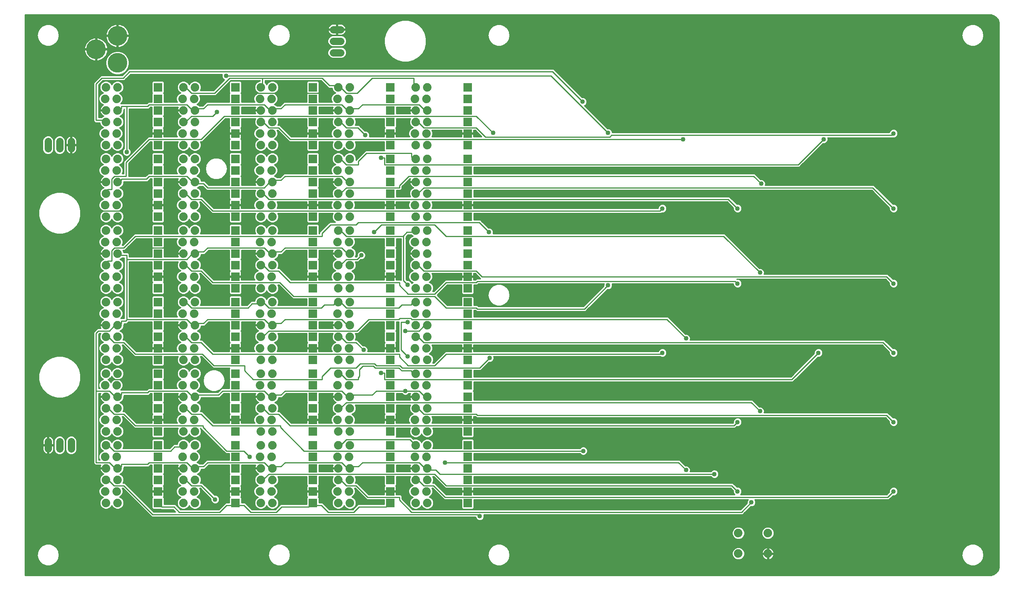
<source format=gbl>
G75*
G70*
%OFA0B0*%
%FSLAX24Y24*%
%IPPOS*%
%LPD*%
%AMOC8*
5,1,8,0,0,1.08239X$1,22.5*
%
%ADD10R,0.0740X0.0740*%
%ADD11C,0.0740*%
%ADD12C,0.1700*%
%ADD13C,0.0640*%
%ADD14C,0.0100*%
%ADD15C,0.0400*%
D10*
X016651Y009836D03*
X016651Y010836D03*
X016651Y011836D03*
X016651Y012836D03*
X016651Y013836D03*
X016651Y014836D03*
X016651Y016036D03*
X016651Y017036D03*
X016651Y018036D03*
X016651Y019036D03*
X016651Y020036D03*
X016651Y021036D03*
X016651Y022236D03*
X016651Y023236D03*
X016651Y024236D03*
X016651Y025236D03*
X016651Y026236D03*
X016651Y027236D03*
X016651Y028436D03*
X016651Y029436D03*
X016651Y030436D03*
X016651Y031436D03*
X016651Y032436D03*
X016651Y033436D03*
X016651Y034636D03*
X016651Y035636D03*
X016651Y036636D03*
X016651Y037636D03*
X016651Y038636D03*
X016651Y039636D03*
X016651Y040836D03*
X016651Y041836D03*
X016651Y042836D03*
X016651Y043836D03*
X016651Y044836D03*
X016651Y045836D03*
X023351Y045836D03*
X023351Y044836D03*
X023351Y043836D03*
X023351Y042836D03*
X023351Y041836D03*
X023351Y040836D03*
X023351Y039636D03*
X023351Y038636D03*
X023351Y037636D03*
X023351Y036636D03*
X023351Y035636D03*
X023351Y034636D03*
X023351Y033436D03*
X023351Y032436D03*
X023351Y031436D03*
X023351Y030436D03*
X023351Y029436D03*
X023351Y028436D03*
X023351Y027236D03*
X023351Y026236D03*
X023351Y025236D03*
X023351Y024236D03*
X023351Y023236D03*
X023351Y022236D03*
X023351Y021036D03*
X023351Y020036D03*
X023351Y019036D03*
X023351Y018036D03*
X023351Y017036D03*
X023351Y016036D03*
X023351Y014836D03*
X023351Y013836D03*
X023351Y012836D03*
X023351Y011836D03*
X023351Y010836D03*
X023351Y009836D03*
X030051Y009836D03*
X030051Y010836D03*
X030051Y011836D03*
X030051Y012836D03*
X030051Y013836D03*
X030051Y014836D03*
X030051Y016036D03*
X030051Y017036D03*
X030051Y018036D03*
X030051Y019036D03*
X030051Y020036D03*
X030051Y021036D03*
X030051Y022236D03*
X030051Y023236D03*
X030051Y024236D03*
X030051Y025236D03*
X030051Y026236D03*
X030051Y027236D03*
X030051Y028436D03*
X030051Y029436D03*
X030051Y030436D03*
X030051Y031436D03*
X030051Y032436D03*
X030051Y033436D03*
X030051Y034636D03*
X030051Y035636D03*
X030051Y036636D03*
X030051Y037636D03*
X030051Y038636D03*
X030051Y039636D03*
X030051Y040836D03*
X030051Y041836D03*
X030051Y042836D03*
X030051Y043836D03*
X030051Y044836D03*
X030051Y045836D03*
X036751Y045836D03*
X036751Y044836D03*
X036751Y043836D03*
X036751Y042836D03*
X036751Y041836D03*
X036751Y040836D03*
X036751Y039636D03*
X036751Y038636D03*
X036751Y037636D03*
X036751Y036636D03*
X036751Y035636D03*
X036751Y034636D03*
X036751Y033436D03*
X036751Y032436D03*
X036751Y031436D03*
X036751Y030436D03*
X036751Y029436D03*
X036751Y028436D03*
X036751Y027236D03*
X036751Y026236D03*
X036751Y025236D03*
X036751Y024236D03*
X036751Y023236D03*
X036751Y022236D03*
X036751Y021036D03*
X036751Y020036D03*
X036751Y019036D03*
X036751Y018036D03*
X036751Y017036D03*
X036751Y016036D03*
X036751Y014836D03*
X036751Y013836D03*
X036751Y012836D03*
X036751Y011836D03*
X036751Y010836D03*
X036751Y009836D03*
X043451Y009836D03*
X043451Y010836D03*
X043451Y011836D03*
X043451Y012836D03*
X043451Y013836D03*
X043451Y014836D03*
X043451Y016036D03*
X043451Y017036D03*
X043451Y018036D03*
X043451Y019036D03*
X043451Y020036D03*
X043451Y021036D03*
X043451Y022236D03*
X043451Y023236D03*
X043451Y024236D03*
X043451Y025236D03*
X043451Y026236D03*
X043451Y027236D03*
X043451Y028436D03*
X043451Y029436D03*
X043451Y030436D03*
X043451Y031436D03*
X043451Y032436D03*
X043451Y033436D03*
X043451Y034636D03*
X043451Y035636D03*
X043451Y036636D03*
X043451Y037636D03*
X043451Y038636D03*
X043451Y039636D03*
X043451Y040836D03*
X043451Y041836D03*
X043451Y042836D03*
X043451Y043836D03*
X043451Y044836D03*
X043451Y045836D03*
D11*
X039951Y045836D03*
X038951Y045836D03*
X038881Y044836D03*
X039881Y044836D03*
X039951Y043836D03*
X038951Y043836D03*
X038951Y042836D03*
X039951Y042836D03*
X039881Y041836D03*
X038881Y041836D03*
X038951Y040836D03*
X039951Y040836D03*
X039951Y039636D03*
X038951Y039636D03*
X038881Y038636D03*
X039881Y038636D03*
X039951Y037636D03*
X038951Y037636D03*
X038951Y036636D03*
X039951Y036636D03*
X039881Y035636D03*
X038881Y035636D03*
X038951Y034636D03*
X039951Y034636D03*
X039951Y033436D03*
X038951Y033436D03*
X038881Y032436D03*
X039881Y032436D03*
X039951Y031436D03*
X038951Y031436D03*
X038951Y030436D03*
X039951Y030436D03*
X039881Y029436D03*
X038881Y029436D03*
X038951Y028436D03*
X039951Y028436D03*
X039951Y027236D03*
X038951Y027236D03*
X038881Y026236D03*
X039881Y026236D03*
X039951Y025236D03*
X038951Y025236D03*
X038951Y024236D03*
X039951Y024236D03*
X039881Y023236D03*
X038881Y023236D03*
X038951Y022236D03*
X039951Y022236D03*
X039951Y021036D03*
X038951Y021036D03*
X038881Y020036D03*
X039881Y020036D03*
X039951Y019036D03*
X038951Y019036D03*
X038951Y018036D03*
X039951Y018036D03*
X039881Y017036D03*
X038881Y017036D03*
X038951Y016036D03*
X039951Y016036D03*
X039951Y014836D03*
X038951Y014836D03*
X038881Y013836D03*
X039881Y013836D03*
X039951Y012836D03*
X038951Y012836D03*
X038951Y011836D03*
X039951Y011836D03*
X039881Y010836D03*
X038881Y010836D03*
X038951Y009836D03*
X039951Y009836D03*
X033251Y009836D03*
X032251Y009836D03*
X032181Y010836D03*
X033181Y010836D03*
X033251Y011836D03*
X032251Y011836D03*
X032251Y012836D03*
X033251Y012836D03*
X033181Y013836D03*
X032181Y013836D03*
X032251Y014836D03*
X033251Y014836D03*
X033251Y016036D03*
X032251Y016036D03*
X032181Y017036D03*
X033181Y017036D03*
X033251Y018036D03*
X032251Y018036D03*
X032251Y019036D03*
X033251Y019036D03*
X033181Y020036D03*
X032181Y020036D03*
X032251Y021036D03*
X033251Y021036D03*
X033251Y022236D03*
X032251Y022236D03*
X032181Y023236D03*
X033181Y023236D03*
X033251Y024236D03*
X033251Y025236D03*
X032251Y025236D03*
X032251Y024236D03*
X032181Y026236D03*
X033181Y026236D03*
X033251Y027236D03*
X032251Y027236D03*
X032251Y028436D03*
X033251Y028436D03*
X033181Y029436D03*
X032181Y029436D03*
X032251Y030436D03*
X032251Y031436D03*
X033251Y031436D03*
X033251Y030436D03*
X033181Y032436D03*
X032181Y032436D03*
X032251Y033436D03*
X033251Y033436D03*
X033251Y034636D03*
X032251Y034636D03*
X032181Y035636D03*
X033181Y035636D03*
X033251Y036636D03*
X033251Y037636D03*
X032251Y037636D03*
X032251Y036636D03*
X032181Y038636D03*
X033181Y038636D03*
X033251Y039636D03*
X032251Y039636D03*
X032251Y040836D03*
X033251Y040836D03*
X033181Y041836D03*
X032181Y041836D03*
X032251Y042836D03*
X032251Y043836D03*
X033251Y043836D03*
X033251Y042836D03*
X033181Y044836D03*
X032181Y044836D03*
X032251Y045836D03*
X033251Y045836D03*
X026551Y045836D03*
X025551Y045836D03*
X025481Y044836D03*
X026481Y044836D03*
X026551Y043836D03*
X025551Y043836D03*
X025551Y042836D03*
X026551Y042836D03*
X026481Y041836D03*
X025481Y041836D03*
X025551Y040836D03*
X026551Y040836D03*
X026551Y039636D03*
X025551Y039636D03*
X025481Y038636D03*
X026481Y038636D03*
X026551Y037636D03*
X025551Y037636D03*
X025551Y036636D03*
X026551Y036636D03*
X026481Y035636D03*
X025481Y035636D03*
X025551Y034636D03*
X026551Y034636D03*
X026551Y033436D03*
X025551Y033436D03*
X025481Y032436D03*
X026481Y032436D03*
X026551Y031436D03*
X025551Y031436D03*
X025551Y030436D03*
X026551Y030436D03*
X026481Y029436D03*
X025481Y029436D03*
X025551Y028436D03*
X026551Y028436D03*
X026551Y027236D03*
X025551Y027236D03*
X025481Y026236D03*
X026481Y026236D03*
X026551Y025236D03*
X025551Y025236D03*
X025551Y024236D03*
X026551Y024236D03*
X026481Y023236D03*
X025481Y023236D03*
X025551Y022236D03*
X026551Y022236D03*
X026551Y021036D03*
X025551Y021036D03*
X025481Y020036D03*
X026481Y020036D03*
X026551Y019036D03*
X025551Y019036D03*
X025551Y018036D03*
X026551Y018036D03*
X026481Y017036D03*
X025481Y017036D03*
X025551Y016036D03*
X026551Y016036D03*
X026551Y014836D03*
X025551Y014836D03*
X025481Y013836D03*
X026481Y013836D03*
X026551Y012836D03*
X025551Y012836D03*
X025551Y011836D03*
X026551Y011836D03*
X026481Y010836D03*
X025481Y010836D03*
X025551Y009836D03*
X026551Y009836D03*
X019851Y009836D03*
X018851Y009836D03*
X018781Y010836D03*
X018851Y011836D03*
X018851Y012836D03*
X019851Y012836D03*
X019851Y011836D03*
X019781Y010836D03*
X019781Y013836D03*
X018781Y013836D03*
X018851Y014836D03*
X019851Y014836D03*
X019851Y016036D03*
X018851Y016036D03*
X018781Y017036D03*
X019781Y017036D03*
X019851Y018036D03*
X018851Y018036D03*
X018851Y019036D03*
X019851Y019036D03*
X019781Y020036D03*
X018781Y020036D03*
X018851Y021036D03*
X019851Y021036D03*
X019851Y022236D03*
X018851Y022236D03*
X018781Y023236D03*
X019781Y023236D03*
X019851Y024236D03*
X019851Y025236D03*
X018851Y025236D03*
X018851Y024236D03*
X018781Y026236D03*
X019781Y026236D03*
X019851Y027236D03*
X018851Y027236D03*
X018851Y028436D03*
X019851Y028436D03*
X019781Y029436D03*
X018781Y029436D03*
X018851Y030436D03*
X018851Y031436D03*
X019851Y031436D03*
X019851Y030436D03*
X019781Y032436D03*
X018781Y032436D03*
X018851Y033436D03*
X019851Y033436D03*
X019851Y034636D03*
X018851Y034636D03*
X018781Y035636D03*
X019781Y035636D03*
X019851Y036636D03*
X019851Y037636D03*
X018851Y037636D03*
X018851Y036636D03*
X018781Y038636D03*
X019781Y038636D03*
X019851Y039636D03*
X018851Y039636D03*
X018851Y040836D03*
X019851Y040836D03*
X019781Y041836D03*
X018781Y041836D03*
X018851Y042836D03*
X018851Y043836D03*
X019851Y043836D03*
X019851Y042836D03*
X019781Y044836D03*
X018781Y044836D03*
X018851Y045836D03*
X019851Y045836D03*
X013151Y045836D03*
X012151Y045836D03*
X012081Y044836D03*
X013081Y044836D03*
X013151Y043836D03*
X012151Y043836D03*
X012151Y042836D03*
X013151Y042836D03*
X013081Y041836D03*
X012081Y041836D03*
X012151Y040836D03*
X013151Y040836D03*
X013151Y039636D03*
X012151Y039636D03*
X012081Y038636D03*
X013081Y038636D03*
X013151Y037636D03*
X012151Y037636D03*
X012151Y036636D03*
X013151Y036636D03*
X013081Y035636D03*
X012081Y035636D03*
X012151Y034636D03*
X013151Y034636D03*
X013151Y033436D03*
X012151Y033436D03*
X012081Y032436D03*
X013081Y032436D03*
X013151Y031436D03*
X012151Y031436D03*
X012151Y030436D03*
X013151Y030436D03*
X013081Y029436D03*
X012081Y029436D03*
X012151Y028436D03*
X013151Y028436D03*
X013151Y027236D03*
X012151Y027236D03*
X012081Y026236D03*
X013081Y026236D03*
X013151Y025236D03*
X012151Y025236D03*
X012151Y024236D03*
X013151Y024236D03*
X013081Y023236D03*
X012081Y023236D03*
X012151Y022236D03*
X013151Y022236D03*
X013151Y021036D03*
X012151Y021036D03*
X012081Y020036D03*
X013081Y020036D03*
X013151Y019036D03*
X012151Y019036D03*
X012151Y018036D03*
X013151Y018036D03*
X013081Y017036D03*
X012081Y017036D03*
X012151Y016036D03*
X013151Y016036D03*
X013151Y014836D03*
X012151Y014836D03*
X012081Y013836D03*
X013081Y013836D03*
X013151Y012836D03*
X012151Y012836D03*
X012151Y011836D03*
X013151Y011836D03*
X013081Y010836D03*
X012081Y010836D03*
X012151Y009836D03*
X013151Y009836D03*
X066871Y007226D03*
X066871Y005446D03*
X069431Y005446D03*
X069431Y007226D03*
D12*
X013151Y047942D03*
X011301Y049123D03*
X013151Y050305D03*
D13*
X009151Y041156D02*
X009151Y040516D01*
X008151Y040516D02*
X008151Y041156D01*
X007151Y041156D02*
X007151Y040516D01*
X031831Y048836D02*
X032471Y048836D01*
X032471Y049836D02*
X031831Y049836D01*
X031831Y050836D02*
X032471Y050836D01*
X009151Y015156D02*
X009151Y014516D01*
X008151Y014516D02*
X008151Y015156D01*
X007151Y015156D02*
X007151Y014516D01*
D14*
X005151Y003556D02*
X005151Y052116D01*
X088560Y052116D01*
X088651Y052116D01*
X088773Y052106D01*
X089005Y052031D01*
X089203Y051888D01*
X089346Y051690D01*
X089422Y051458D01*
X089431Y051336D01*
X089431Y004427D01*
X089431Y004336D01*
X089422Y004214D01*
X089346Y003982D01*
X089203Y003784D01*
X089005Y003641D01*
X088773Y003566D01*
X088651Y003556D01*
X005151Y003556D01*
X005151Y003632D02*
X088977Y003632D01*
X089128Y003730D02*
X005151Y003730D01*
X005151Y003829D02*
X089235Y003829D01*
X089307Y003927D02*
X005151Y003927D01*
X005151Y004026D02*
X089360Y004026D01*
X089392Y004124D02*
X005151Y004124D01*
X005151Y004223D02*
X089422Y004223D01*
X089430Y004321D02*
X005151Y004321D01*
X005151Y004420D02*
X006920Y004420D01*
X006985Y004396D02*
X006985Y004396D01*
X006674Y004509D01*
X006674Y004509D01*
X006420Y004723D01*
X006420Y004723D01*
X006254Y005010D01*
X006254Y005010D01*
X006197Y005336D01*
X006197Y005336D01*
X006254Y005662D01*
X006254Y005663D01*
X006420Y005950D01*
X006420Y005950D01*
X006420Y005950D01*
X006674Y006163D01*
X006674Y006163D01*
X006985Y006276D01*
X007064Y006276D01*
X007151Y006276D01*
X007317Y006276D01*
X007317Y006276D01*
X007628Y006163D01*
X007628Y006163D01*
X007882Y005950D01*
X007882Y005950D01*
X008048Y005663D01*
X008048Y005662D01*
X008106Y005336D01*
X008106Y005336D01*
X008048Y005010D01*
X008048Y005010D01*
X007882Y004723D01*
X007882Y004723D01*
X007882Y004723D01*
X007628Y004509D01*
X007628Y004509D01*
X007317Y004396D01*
X007317Y004396D01*
X007151Y004396D01*
X007064Y004396D01*
X006985Y004396D01*
X006663Y004519D02*
X005151Y004519D01*
X005151Y004617D02*
X006546Y004617D01*
X006428Y004716D02*
X005151Y004716D01*
X005151Y004814D02*
X006367Y004814D01*
X006310Y004913D02*
X005151Y004913D01*
X005151Y005011D02*
X006254Y005011D01*
X006237Y005110D02*
X005151Y005110D01*
X005151Y005208D02*
X006219Y005208D01*
X006202Y005307D02*
X005151Y005307D01*
X005151Y005405D02*
X006209Y005405D01*
X006226Y005504D02*
X005151Y005504D01*
X005151Y005603D02*
X006244Y005603D01*
X006277Y005701D02*
X005151Y005701D01*
X005151Y005800D02*
X006333Y005800D01*
X006390Y005898D02*
X005151Y005898D01*
X005151Y005997D02*
X006476Y005997D01*
X006594Y006095D02*
X005151Y006095D01*
X005151Y006194D02*
X006760Y006194D01*
X007543Y006194D02*
X026760Y006194D01*
X026674Y006163D02*
X026674Y006163D01*
X026420Y005950D01*
X026420Y005950D01*
X026420Y005950D01*
X026254Y005663D01*
X026254Y005662D01*
X026197Y005336D01*
X026254Y005010D01*
X026254Y005010D01*
X026420Y004723D01*
X026420Y004723D01*
X026674Y004509D01*
X026985Y004396D01*
X026985Y004396D01*
X027151Y004396D01*
X027317Y004396D01*
X027628Y004509D01*
X027628Y004509D01*
X027882Y004723D01*
X028048Y005010D01*
X028106Y005336D01*
X028048Y005662D01*
X028048Y005663D01*
X027882Y005950D01*
X027628Y006163D01*
X027317Y006276D01*
X027317Y006276D01*
X027238Y006276D01*
X027151Y006276D01*
X027145Y006276D01*
X027064Y006276D01*
X026985Y006276D01*
X026674Y006163D01*
X026594Y006095D02*
X007709Y006095D01*
X007826Y005997D02*
X026476Y005997D01*
X026390Y005898D02*
X007912Y005898D01*
X007969Y005800D02*
X026333Y005800D01*
X026277Y005701D02*
X008026Y005701D01*
X008059Y005603D02*
X026244Y005603D01*
X026226Y005504D02*
X008076Y005504D01*
X008093Y005405D02*
X026209Y005405D01*
X026197Y005336D02*
X026197Y005336D01*
X026202Y005307D02*
X008100Y005307D01*
X008083Y005208D02*
X026219Y005208D01*
X026237Y005110D02*
X008066Y005110D01*
X008048Y005011D02*
X026254Y005011D01*
X026310Y004913D02*
X007992Y004913D01*
X007935Y004814D02*
X026367Y004814D01*
X026428Y004716D02*
X007874Y004716D01*
X007757Y004617D02*
X026546Y004617D01*
X026663Y004519D02*
X007639Y004519D01*
X007383Y004420D02*
X026920Y004420D01*
X026674Y004509D02*
X026674Y004509D01*
X027317Y004396D02*
X027317Y004396D01*
X027383Y004420D02*
X045920Y004420D01*
X045985Y004396D02*
X045985Y004396D01*
X045674Y004509D01*
X045674Y004509D01*
X045420Y004723D01*
X045420Y004723D01*
X045254Y005010D01*
X045254Y005010D01*
X045197Y005336D01*
X045197Y005336D01*
X045254Y005662D01*
X045254Y005663D01*
X045420Y005950D01*
X045420Y005950D01*
X045420Y005950D01*
X045674Y006163D01*
X045674Y006163D01*
X045985Y006276D01*
X045985Y006276D01*
X046064Y006276D01*
X046126Y006276D01*
X046151Y006276D01*
X046238Y006276D01*
X046317Y006276D01*
X046317Y006276D01*
X046628Y006163D01*
X046628Y006163D01*
X046882Y005950D01*
X046882Y005950D01*
X047048Y005663D01*
X047048Y005662D01*
X047106Y005336D01*
X047106Y005336D01*
X047048Y005010D01*
X047048Y005010D01*
X046882Y004723D01*
X046882Y004723D01*
X046882Y004723D01*
X046628Y004509D01*
X046628Y004509D01*
X046317Y004396D01*
X046317Y004396D01*
X046238Y004396D01*
X046151Y004396D01*
X045985Y004396D01*
X045663Y004519D02*
X027639Y004519D01*
X027757Y004617D02*
X045546Y004617D01*
X045428Y004716D02*
X027874Y004716D01*
X027882Y004723D02*
X027882Y004723D01*
X027882Y004723D01*
X027935Y004814D02*
X045367Y004814D01*
X045310Y004913D02*
X027992Y004913D01*
X028048Y005010D02*
X028048Y005010D01*
X028048Y005011D02*
X045254Y005011D01*
X045237Y005110D02*
X028066Y005110D01*
X028083Y005208D02*
X045219Y005208D01*
X045202Y005307D02*
X028100Y005307D01*
X028106Y005336D02*
X028106Y005336D01*
X028093Y005405D02*
X045209Y005405D01*
X045226Y005504D02*
X028076Y005504D01*
X028059Y005603D02*
X045244Y005603D01*
X045277Y005701D02*
X028026Y005701D01*
X027969Y005800D02*
X045333Y005800D01*
X045390Y005898D02*
X027912Y005898D01*
X027882Y005950D02*
X027882Y005950D01*
X027826Y005997D02*
X045476Y005997D01*
X045594Y006095D02*
X027709Y006095D01*
X027628Y006163D02*
X027628Y006163D01*
X027543Y006194D02*
X045760Y006194D01*
X046543Y006194D02*
X086760Y006194D01*
X086674Y006163D02*
X086674Y006163D01*
X086420Y005950D01*
X086420Y005950D01*
X086420Y005950D01*
X086254Y005663D01*
X086254Y005662D01*
X086197Y005336D01*
X086254Y005010D01*
X086254Y005010D01*
X086420Y004723D01*
X086420Y004723D01*
X086674Y004509D01*
X086985Y004396D01*
X086985Y004396D01*
X087151Y004396D01*
X087238Y004396D01*
X087317Y004396D01*
X087628Y004509D01*
X087628Y004509D01*
X087882Y004723D01*
X088048Y005010D01*
X088106Y005336D01*
X088048Y005662D01*
X088048Y005663D01*
X087882Y005950D01*
X087628Y006163D01*
X087317Y006276D01*
X087317Y006276D01*
X087238Y006276D01*
X087151Y006276D01*
X087139Y006276D01*
X087064Y006276D01*
X086985Y006276D01*
X086674Y006163D01*
X086594Y006095D02*
X046709Y006095D01*
X046826Y005997D02*
X086476Y005997D01*
X086390Y005898D02*
X069698Y005898D01*
X069726Y005887D02*
X069535Y005966D01*
X069481Y005966D01*
X069481Y005496D01*
X069381Y005496D01*
X069381Y005396D01*
X068911Y005396D01*
X068911Y005343D01*
X068990Y005151D01*
X069137Y005005D01*
X069328Y004926D01*
X069381Y004926D01*
X069381Y005396D01*
X069481Y005396D01*
X069481Y004926D01*
X069535Y004926D01*
X069726Y005005D01*
X069872Y005151D01*
X069951Y005343D01*
X069951Y005396D01*
X069481Y005396D01*
X069481Y005496D01*
X069951Y005496D01*
X069951Y005549D01*
X069872Y005741D01*
X069726Y005887D01*
X069813Y005800D02*
X086333Y005800D01*
X086277Y005701D02*
X069888Y005701D01*
X069929Y005603D02*
X086244Y005603D01*
X086226Y005504D02*
X069951Y005504D01*
X069936Y005307D02*
X086202Y005307D01*
X086197Y005336D02*
X086197Y005336D01*
X086209Y005405D02*
X069481Y005405D01*
X069481Y005307D02*
X069381Y005307D01*
X069381Y005405D02*
X067411Y005405D01*
X067411Y005339D02*
X067411Y005553D01*
X067329Y005752D01*
X067177Y005904D01*
X066979Y005986D01*
X066764Y005986D01*
X066565Y005904D01*
X066413Y005752D01*
X066331Y005553D01*
X066331Y005339D01*
X066413Y005140D01*
X066565Y004988D01*
X066764Y004906D01*
X066979Y004906D01*
X067177Y004988D01*
X067329Y005140D01*
X067411Y005339D01*
X067398Y005307D02*
X068926Y005307D01*
X068967Y005208D02*
X067357Y005208D01*
X067299Y005110D02*
X069032Y005110D01*
X069131Y005011D02*
X067200Y005011D01*
X066995Y004913D02*
X086310Y004913D01*
X086254Y005011D02*
X069732Y005011D01*
X069830Y005110D02*
X086237Y005110D01*
X086219Y005208D02*
X069896Y005208D01*
X069481Y005208D02*
X069381Y005208D01*
X069381Y005110D02*
X069481Y005110D01*
X069481Y005011D02*
X069381Y005011D01*
X069381Y005496D02*
X068911Y005496D01*
X068911Y005549D01*
X068990Y005741D01*
X069137Y005887D01*
X069328Y005966D01*
X069381Y005966D01*
X069381Y005496D01*
X069381Y005504D02*
X069481Y005504D01*
X069481Y005603D02*
X069381Y005603D01*
X069381Y005701D02*
X069481Y005701D01*
X069481Y005800D02*
X069381Y005800D01*
X069381Y005898D02*
X069481Y005898D01*
X069164Y005898D02*
X067183Y005898D01*
X067281Y005800D02*
X069049Y005800D01*
X068974Y005701D02*
X067350Y005701D01*
X067391Y005603D02*
X068933Y005603D01*
X068911Y005504D02*
X067411Y005504D01*
X066748Y004913D02*
X046992Y004913D01*
X047048Y005011D02*
X066542Y005011D01*
X066444Y005110D02*
X047066Y005110D01*
X047083Y005208D02*
X066385Y005208D01*
X066344Y005307D02*
X047100Y005307D01*
X047093Y005405D02*
X066331Y005405D01*
X066331Y005504D02*
X047076Y005504D01*
X047059Y005603D02*
X066352Y005603D01*
X066392Y005701D02*
X047026Y005701D01*
X046969Y005800D02*
X066461Y005800D01*
X066560Y005898D02*
X046912Y005898D01*
X046935Y004814D02*
X086367Y004814D01*
X086428Y004716D02*
X046874Y004716D01*
X046757Y004617D02*
X086546Y004617D01*
X086663Y004519D02*
X046639Y004519D01*
X046383Y004420D02*
X086920Y004420D01*
X086674Y004509D02*
X086674Y004509D01*
X087317Y004396D02*
X087317Y004396D01*
X087383Y004420D02*
X089431Y004420D01*
X089431Y004519D02*
X087639Y004519D01*
X087757Y004617D02*
X089431Y004617D01*
X089431Y004716D02*
X087874Y004716D01*
X087882Y004723D02*
X087882Y004723D01*
X087882Y004723D01*
X087935Y004814D02*
X089431Y004814D01*
X089431Y004913D02*
X087992Y004913D01*
X088048Y005010D02*
X088048Y005010D01*
X088048Y005011D02*
X089431Y005011D01*
X089431Y005110D02*
X088066Y005110D01*
X088083Y005208D02*
X089431Y005208D01*
X089431Y005307D02*
X088100Y005307D01*
X088106Y005336D02*
X088106Y005336D01*
X088093Y005405D02*
X089431Y005405D01*
X089431Y005504D02*
X088076Y005504D01*
X088059Y005603D02*
X089431Y005603D01*
X089431Y005701D02*
X088026Y005701D01*
X087969Y005800D02*
X089431Y005800D01*
X089431Y005898D02*
X087912Y005898D01*
X087882Y005950D02*
X087882Y005950D01*
X087826Y005997D02*
X089431Y005997D01*
X089431Y006095D02*
X087709Y006095D01*
X087628Y006163D02*
X087628Y006163D01*
X087543Y006194D02*
X089431Y006194D01*
X089431Y006292D02*
X005151Y006292D01*
X005151Y006391D02*
X089431Y006391D01*
X089431Y006489D02*
X005151Y006489D01*
X005151Y006588D02*
X089431Y006588D01*
X089431Y006687D02*
X069540Y006687D01*
X069539Y006686D02*
X069737Y006768D01*
X069889Y006920D01*
X069971Y007119D01*
X069971Y007333D01*
X069889Y007532D01*
X069737Y007684D01*
X069539Y007766D01*
X069324Y007766D01*
X069125Y007684D01*
X068973Y007532D01*
X068891Y007333D01*
X068891Y007119D01*
X068973Y006920D01*
X069125Y006768D01*
X069324Y006686D01*
X069539Y006686D01*
X069323Y006687D02*
X066980Y006687D01*
X066979Y006686D02*
X067177Y006768D01*
X067329Y006920D01*
X067411Y007119D01*
X067411Y007333D01*
X067329Y007532D01*
X067177Y007684D01*
X066979Y007766D01*
X066764Y007766D01*
X066565Y007684D01*
X066413Y007532D01*
X066331Y007333D01*
X066331Y007119D01*
X066413Y006920D01*
X066565Y006768D01*
X066764Y006686D01*
X066979Y006686D01*
X066763Y006687D02*
X005151Y006687D01*
X005151Y006785D02*
X066548Y006785D01*
X066450Y006884D02*
X005151Y006884D01*
X005151Y006982D02*
X066388Y006982D01*
X066347Y007081D02*
X005151Y007081D01*
X005151Y007179D02*
X066331Y007179D01*
X066331Y007278D02*
X005151Y007278D01*
X005151Y007376D02*
X066349Y007376D01*
X066390Y007475D02*
X005151Y007475D01*
X005151Y007573D02*
X066455Y007573D01*
X066553Y007672D02*
X005151Y007672D01*
X005151Y007771D02*
X089431Y007771D01*
X089431Y007869D02*
X005151Y007869D01*
X005151Y007968D02*
X089431Y007968D01*
X089431Y008066D02*
X005151Y008066D01*
X005151Y008165D02*
X089431Y008165D01*
X089431Y008263D02*
X005151Y008263D01*
X005151Y008362D02*
X044317Y008362D01*
X044292Y008372D02*
X044428Y008316D01*
X044575Y008316D01*
X044711Y008372D01*
X044815Y008476D01*
X044871Y008612D01*
X044871Y008760D01*
X044848Y008816D01*
X067242Y008816D01*
X067371Y008945D01*
X067942Y009516D01*
X068075Y009516D01*
X068211Y009572D01*
X068315Y009676D01*
X068371Y009812D01*
X068371Y009960D01*
X068315Y010096D01*
X068294Y010116D01*
X079892Y010116D01*
X080021Y010245D01*
X080242Y010466D01*
X080375Y010466D01*
X080511Y010522D01*
X080615Y010626D01*
X080671Y010762D01*
X080671Y010910D01*
X080615Y011046D01*
X080511Y011150D01*
X080375Y011206D01*
X080228Y011206D01*
X080092Y011150D01*
X079988Y011046D01*
X079931Y010910D01*
X079931Y010777D01*
X079710Y010556D01*
X067044Y010556D01*
X067115Y010626D01*
X067171Y010762D01*
X067171Y010910D01*
X067115Y011046D01*
X067011Y011150D01*
X066875Y011206D01*
X066742Y011206D01*
X066521Y011427D01*
X066392Y011556D01*
X043991Y011556D01*
X043991Y012116D01*
X064498Y012116D01*
X064592Y012022D01*
X064728Y011966D01*
X064875Y011966D01*
X065011Y012022D01*
X065115Y012126D01*
X065171Y012262D01*
X065171Y012410D01*
X065115Y012546D01*
X065011Y012650D01*
X064875Y012706D01*
X064728Y012706D01*
X064592Y012650D01*
X064498Y012556D01*
X062698Y012556D01*
X062721Y012612D01*
X062721Y012760D01*
X062665Y012896D01*
X062561Y013000D01*
X062425Y013056D01*
X062292Y013056D01*
X061921Y013427D01*
X061792Y013556D01*
X043991Y013556D01*
X043991Y014116D01*
X053148Y014116D01*
X053242Y014022D01*
X053378Y013966D01*
X053525Y013966D01*
X053661Y014022D01*
X053765Y014126D01*
X053821Y014262D01*
X053821Y014410D01*
X053765Y014546D01*
X053661Y014650D01*
X053525Y014706D01*
X053378Y014706D01*
X053242Y014650D01*
X053148Y014556D01*
X043991Y014556D01*
X043991Y015276D01*
X043892Y015376D01*
X043011Y015376D01*
X042911Y015276D01*
X042911Y014556D01*
X040420Y014556D01*
X040491Y014729D01*
X040491Y014943D01*
X040409Y015142D01*
X040257Y015294D01*
X040059Y015376D01*
X039844Y015376D01*
X039645Y015294D01*
X039493Y015142D01*
X039451Y015040D01*
X039409Y015142D01*
X039257Y015294D01*
X039059Y015376D01*
X038844Y015376D01*
X038758Y015340D01*
X038671Y015427D01*
X038542Y015556D01*
X037251Y015556D01*
X037291Y015596D01*
X037291Y016316D01*
X038483Y016316D01*
X038411Y016143D01*
X038411Y015929D01*
X038493Y015730D01*
X038645Y015578D01*
X038844Y015496D01*
X039059Y015496D01*
X039257Y015578D01*
X039409Y015730D01*
X039451Y015832D01*
X039493Y015730D01*
X039645Y015578D01*
X039844Y015496D01*
X040059Y015496D01*
X040257Y015578D01*
X040409Y015730D01*
X040491Y015929D01*
X040491Y016143D01*
X040420Y016316D01*
X042911Y016316D01*
X042911Y015596D01*
X043011Y015496D01*
X043892Y015496D01*
X043991Y015596D01*
X043991Y016316D01*
X066592Y016316D01*
X066721Y016445D01*
X066742Y016466D01*
X066875Y016466D01*
X067011Y016522D01*
X067115Y016626D01*
X067171Y016762D01*
X067171Y016910D01*
X067115Y017046D01*
X067011Y017150D01*
X066875Y017206D01*
X066728Y017206D01*
X066592Y017150D01*
X066488Y017046D01*
X066431Y016910D01*
X066431Y016777D01*
X066410Y016756D01*
X043971Y016756D01*
X043971Y016986D01*
X043501Y016986D01*
X043501Y017086D01*
X043971Y017086D01*
X043971Y017316D01*
X044110Y017316D01*
X044210Y017216D01*
X044392Y017216D01*
X079610Y017216D01*
X079931Y016895D01*
X079931Y016762D01*
X079988Y016626D01*
X080092Y016522D01*
X080228Y016466D01*
X080375Y016466D01*
X080511Y016522D01*
X080615Y016626D01*
X080671Y016762D01*
X080671Y016910D01*
X080615Y017046D01*
X080511Y017150D01*
X080375Y017206D01*
X080242Y017206D01*
X079921Y017527D01*
X079792Y017656D01*
X069098Y017656D01*
X069121Y017712D01*
X069121Y017860D01*
X069065Y017996D01*
X068961Y018100D01*
X068825Y018156D01*
X068692Y018156D01*
X068221Y018627D01*
X068092Y018756D01*
X043991Y018756D01*
X043991Y019476D01*
X043932Y019536D01*
X043991Y019596D01*
X089431Y019596D01*
X089431Y019694D02*
X043991Y019694D01*
X043991Y019596D02*
X043991Y020316D01*
X071410Y020316D01*
X071592Y020316D01*
X073742Y022466D01*
X073875Y022466D01*
X074011Y022522D01*
X074115Y022626D01*
X074171Y022762D01*
X074171Y022910D01*
X074115Y023046D01*
X074011Y023150D01*
X073875Y023206D01*
X073728Y023206D01*
X073592Y023150D01*
X073488Y023046D01*
X073431Y022910D01*
X073431Y022777D01*
X071410Y020756D01*
X043991Y020756D01*
X043991Y021316D01*
X044592Y021316D01*
X044721Y021445D01*
X045292Y022016D01*
X045425Y022016D01*
X045561Y022072D01*
X045665Y022176D01*
X045721Y022312D01*
X045721Y022460D01*
X045698Y022516D01*
X060107Y022516D01*
X060228Y022466D01*
X060375Y022466D01*
X060511Y022522D01*
X060615Y022626D01*
X060671Y022762D01*
X060671Y022910D01*
X060615Y023046D01*
X060511Y023150D01*
X060375Y023206D01*
X060228Y023206D01*
X060092Y023150D01*
X059988Y023046D01*
X059950Y022956D01*
X043971Y022956D01*
X043971Y023186D01*
X043501Y023186D01*
X043501Y023286D01*
X043971Y023286D01*
X043971Y023516D01*
X079310Y023516D01*
X079931Y022895D01*
X079931Y022762D01*
X079988Y022626D01*
X080092Y022522D01*
X080228Y022466D01*
X080375Y022466D01*
X080511Y022522D01*
X080615Y022626D01*
X080671Y022762D01*
X080671Y022910D01*
X080615Y023046D01*
X080511Y023150D01*
X080375Y023206D01*
X080242Y023206D01*
X079621Y023827D01*
X079492Y023956D01*
X062698Y023956D01*
X062721Y024012D01*
X062721Y024160D01*
X062665Y024296D01*
X062561Y024400D01*
X062425Y024456D01*
X062292Y024456D01*
X060921Y025827D01*
X060792Y025956D01*
X043991Y025956D01*
X043991Y026516D01*
X044110Y026516D01*
X044210Y026416D01*
X044392Y026416D01*
X053642Y026416D01*
X053771Y026545D01*
X055542Y028316D01*
X055675Y028316D01*
X055811Y028372D01*
X055915Y028476D01*
X055971Y028612D01*
X055971Y028760D01*
X066432Y028760D01*
X066431Y028762D02*
X066488Y028626D01*
X066592Y028522D01*
X066728Y028466D01*
X066875Y028466D01*
X067011Y028522D01*
X067115Y028626D01*
X067171Y028762D01*
X067171Y028910D01*
X067115Y029046D01*
X067011Y029150D01*
X066875Y029206D01*
X066742Y029206D01*
X066732Y029216D01*
X079610Y029216D01*
X079931Y028895D01*
X079931Y028762D01*
X079988Y028626D01*
X080092Y028522D01*
X080228Y028466D01*
X080375Y028466D01*
X080511Y028522D01*
X080615Y028626D01*
X080671Y028762D01*
X080671Y028910D01*
X080615Y029046D01*
X080511Y029150D01*
X080375Y029206D01*
X080242Y029206D01*
X079921Y029527D01*
X079792Y029656D01*
X069098Y029656D01*
X069121Y029712D01*
X069121Y029860D01*
X069065Y029996D01*
X068961Y030100D01*
X068825Y030156D01*
X068692Y030156D01*
X065821Y033027D01*
X065692Y033156D01*
X045648Y033156D01*
X045671Y033212D01*
X045671Y033360D01*
X045615Y033496D01*
X045511Y033600D01*
X045375Y033656D01*
X045242Y033656D01*
X044671Y034227D01*
X044542Y034356D01*
X043991Y034356D01*
X043991Y034916D01*
X060192Y034916D01*
X060242Y034966D01*
X060375Y034966D01*
X060511Y035022D01*
X060615Y035126D01*
X060671Y035262D01*
X060671Y035410D01*
X060615Y035546D01*
X060511Y035650D01*
X060375Y035706D01*
X060228Y035706D01*
X060092Y035650D01*
X059988Y035546D01*
X059931Y035410D01*
X059931Y035356D01*
X043971Y035356D01*
X043971Y035586D01*
X043501Y035586D01*
X043501Y035686D01*
X043971Y035686D01*
X043971Y035916D01*
X065910Y035916D01*
X066431Y035395D01*
X066431Y035262D01*
X066488Y035126D01*
X066592Y035022D01*
X066728Y034966D01*
X066875Y034966D01*
X067011Y035022D01*
X067115Y035126D01*
X067171Y035262D01*
X067171Y035410D01*
X067115Y035546D01*
X067011Y035650D01*
X066875Y035706D01*
X066742Y035706D01*
X066221Y036227D01*
X066092Y036356D01*
X043991Y036356D01*
X043991Y036916D01*
X078410Y036916D01*
X079931Y035395D01*
X079931Y035262D01*
X079988Y035126D01*
X080092Y035022D01*
X080228Y034966D01*
X080375Y034966D01*
X080511Y035022D01*
X080615Y035126D01*
X080671Y035262D01*
X080671Y035410D01*
X080615Y035546D01*
X080511Y035650D01*
X080375Y035706D01*
X080242Y035706D01*
X078721Y037227D01*
X078592Y037356D01*
X069198Y037356D01*
X069221Y037412D01*
X069221Y037560D01*
X069165Y037696D01*
X069061Y037800D01*
X068925Y037856D01*
X068792Y037856D01*
X068421Y038227D01*
X068292Y038356D01*
X043991Y038356D01*
X043991Y038916D01*
X072142Y038916D01*
X072271Y039045D01*
X074192Y040966D01*
X074325Y040966D01*
X074461Y041022D01*
X074565Y041126D01*
X074621Y041262D01*
X074621Y041410D01*
X074598Y041466D01*
X080228Y041466D01*
X080375Y041466D01*
X080511Y041522D01*
X080615Y041626D01*
X080671Y041762D01*
X080671Y041910D01*
X080615Y042046D01*
X080511Y042150D01*
X080375Y042206D01*
X080228Y042206D01*
X080092Y042150D01*
X079988Y042046D01*
X079931Y041910D01*
X079931Y041906D01*
X055992Y041906D01*
X055971Y041906D01*
X055971Y041960D01*
X055915Y042096D01*
X055811Y042200D01*
X055675Y042256D01*
X055542Y042256D01*
X053551Y044248D01*
X053611Y044272D01*
X053715Y044376D01*
X053771Y044512D01*
X053771Y044660D01*
X053715Y044796D01*
X053611Y044900D01*
X053475Y044956D01*
X053342Y044956D01*
X051021Y047277D01*
X050892Y047406D01*
X014292Y047406D01*
X014110Y047406D01*
X013560Y046856D01*
X011892Y046856D01*
X011710Y046856D01*
X011210Y046356D01*
X011081Y046227D01*
X011081Y043077D01*
X011081Y042895D01*
X011210Y042766D01*
X011611Y042766D01*
X011611Y042729D01*
X011693Y042530D01*
X011845Y042378D01*
X011912Y042351D01*
X011775Y042294D01*
X011623Y042142D01*
X011541Y041943D01*
X011541Y041729D01*
X011623Y041530D01*
X011775Y041378D01*
X011912Y041322D01*
X011845Y041294D01*
X011693Y041142D01*
X011611Y040943D01*
X011611Y040729D01*
X011693Y040530D01*
X011845Y040378D01*
X012044Y040296D01*
X012259Y040296D01*
X012457Y040378D01*
X012609Y040530D01*
X012651Y040632D01*
X012693Y040530D01*
X012845Y040378D01*
X013044Y040296D01*
X013259Y040296D01*
X013457Y040378D01*
X013609Y040530D01*
X013691Y040729D01*
X013691Y040943D01*
X013609Y041142D01*
X013457Y041294D01*
X013320Y041351D01*
X013387Y041378D01*
X013539Y041530D01*
X013621Y041729D01*
X013621Y041943D01*
X013539Y042142D01*
X013387Y042294D01*
X013320Y042322D01*
X013457Y042378D01*
X013609Y042530D01*
X013691Y042729D01*
X013691Y042943D01*
X013609Y043142D01*
X013457Y043294D01*
X013355Y043336D01*
X013457Y043378D01*
X013609Y043530D01*
X013691Y043729D01*
X013691Y043865D01*
X013721Y043895D01*
X013721Y043944D01*
X013730Y043966D01*
X013731Y043966D01*
X013731Y040539D01*
X013638Y040446D01*
X013581Y040310D01*
X013581Y040162D01*
X013638Y040026D01*
X013742Y039922D01*
X013878Y039866D01*
X014025Y039866D01*
X014161Y039922D01*
X014265Y040026D01*
X014321Y040162D01*
X014321Y040310D01*
X014265Y040446D01*
X014171Y040539D01*
X014171Y043966D01*
X015660Y043966D01*
X015842Y043966D01*
X015992Y044116D01*
X016111Y044116D01*
X016111Y043396D01*
X016171Y043336D01*
X016111Y043276D01*
X016111Y042396D01*
X016185Y042322D01*
X016131Y042268D01*
X016131Y041886D01*
X016601Y041886D01*
X016601Y041786D01*
X016131Y041786D01*
X016131Y041556D01*
X015992Y041556D01*
X015810Y041556D01*
X013810Y039556D01*
X013681Y039427D01*
X013681Y038356D01*
X013550Y038356D01*
X013621Y038529D01*
X013621Y038743D01*
X013539Y038942D01*
X013387Y039094D01*
X013320Y039122D01*
X013457Y039178D01*
X013609Y039330D01*
X013691Y039529D01*
X013691Y039743D01*
X013609Y039942D01*
X013457Y040094D01*
X013259Y040176D01*
X013044Y040176D01*
X012845Y040094D01*
X012693Y039942D01*
X012651Y039840D01*
X012609Y039942D01*
X012457Y040094D01*
X012259Y040176D01*
X012044Y040176D01*
X011845Y040094D01*
X011693Y039942D01*
X011611Y039743D01*
X011611Y039529D01*
X011693Y039330D01*
X011845Y039178D01*
X011912Y039151D01*
X011775Y039094D01*
X011623Y038942D01*
X011541Y038743D01*
X011541Y038529D01*
X011623Y038330D01*
X011775Y038178D01*
X011938Y038111D01*
X011857Y038077D01*
X011710Y037931D01*
X011631Y037739D01*
X011631Y037686D01*
X012101Y037686D01*
X012101Y037586D01*
X011631Y037586D01*
X011631Y037533D01*
X011710Y037341D01*
X011857Y037195D01*
X011973Y037147D01*
X011845Y037094D01*
X011693Y036942D01*
X011611Y036743D01*
X011611Y036529D01*
X011693Y036330D01*
X011845Y036178D01*
X011912Y036151D01*
X011775Y036094D01*
X011623Y035942D01*
X011541Y035743D01*
X011541Y035529D01*
X011623Y035330D01*
X011775Y035178D01*
X011912Y035122D01*
X011845Y035094D01*
X011693Y034942D01*
X011611Y034743D01*
X011611Y034529D01*
X011693Y034330D01*
X011845Y034178D01*
X012044Y034096D01*
X012259Y034096D01*
X012457Y034178D01*
X012609Y034330D01*
X012651Y034432D01*
X012693Y034330D01*
X012845Y034178D01*
X013044Y034096D01*
X013259Y034096D01*
X013457Y034178D01*
X013609Y034330D01*
X013691Y034529D01*
X013691Y034743D01*
X013609Y034942D01*
X013457Y035094D01*
X013320Y035151D01*
X013387Y035178D01*
X013539Y035330D01*
X013621Y035529D01*
X013621Y035743D01*
X013539Y035942D01*
X013387Y036094D01*
X013320Y036122D01*
X013457Y036178D01*
X013609Y036330D01*
X013691Y036529D01*
X013691Y036743D01*
X013609Y036942D01*
X013457Y037094D01*
X013355Y037136D01*
X013457Y037178D01*
X013609Y037330D01*
X013691Y037529D01*
X013691Y037665D01*
X013692Y037666D01*
X015560Y037666D01*
X015742Y037666D01*
X015992Y037916D01*
X016111Y037916D01*
X016111Y037196D01*
X016171Y037136D01*
X016111Y037076D01*
X016111Y036196D01*
X016185Y036122D01*
X016131Y036068D01*
X016131Y035686D01*
X016601Y035686D01*
X016601Y035586D01*
X016131Y035586D01*
X016131Y035204D01*
X016185Y035150D01*
X016111Y035076D01*
X016111Y034196D01*
X016211Y034096D01*
X017092Y034096D01*
X017191Y034196D01*
X017191Y035076D01*
X017117Y035150D01*
X017171Y035204D01*
X017171Y035586D01*
X016701Y035586D01*
X016701Y035686D01*
X017171Y035686D01*
X017171Y036068D01*
X017117Y036122D01*
X017191Y036196D01*
X017191Y037076D01*
X017132Y037136D01*
X018648Y037136D01*
X018673Y037147D02*
X018545Y037094D01*
X018393Y036942D01*
X018311Y036743D01*
X018311Y036529D01*
X018393Y036330D01*
X018545Y036178D01*
X018612Y036151D01*
X018475Y036094D01*
X018323Y035942D01*
X018241Y035743D01*
X018241Y035529D01*
X018323Y035330D01*
X018475Y035178D01*
X018612Y035122D01*
X018545Y035094D01*
X018393Y034942D01*
X018311Y034743D01*
X018311Y034529D01*
X018393Y034330D01*
X018545Y034178D01*
X018744Y034096D01*
X018959Y034096D01*
X019157Y034178D01*
X019309Y034330D01*
X019351Y034432D01*
X019393Y034330D01*
X019545Y034178D01*
X019744Y034096D01*
X019959Y034096D01*
X020157Y034178D01*
X020309Y034330D01*
X020391Y034529D01*
X020391Y034743D01*
X020309Y034942D01*
X020157Y035094D01*
X020020Y035151D01*
X020087Y035178D01*
X020239Y035330D01*
X020321Y035529D01*
X020321Y035743D01*
X020250Y035916D01*
X020310Y035916D01*
X021310Y034916D01*
X021492Y034916D01*
X022811Y034916D01*
X022811Y034196D01*
X022911Y034096D01*
X023792Y034096D01*
X023891Y034196D01*
X023891Y034916D01*
X025083Y034916D01*
X025011Y034743D01*
X025011Y034529D01*
X025093Y034330D01*
X025245Y034178D01*
X025444Y034096D01*
X025659Y034096D01*
X025857Y034178D01*
X026009Y034330D01*
X026051Y034432D01*
X026093Y034330D01*
X026245Y034178D01*
X026444Y034096D01*
X026659Y034096D01*
X026857Y034178D01*
X027009Y034330D01*
X027091Y034529D01*
X027091Y034743D01*
X027020Y034916D01*
X029511Y034916D01*
X029511Y034196D01*
X029611Y034096D01*
X030492Y034096D01*
X030591Y034196D01*
X030591Y034916D01*
X031783Y034916D01*
X031711Y034743D01*
X031711Y034529D01*
X031793Y034330D01*
X031945Y034178D01*
X031999Y034156D01*
X031692Y034156D01*
X031510Y034156D01*
X030760Y033406D01*
X030631Y033277D01*
X030631Y033156D01*
X030591Y033156D01*
X030591Y033876D01*
X030492Y033976D01*
X029611Y033976D01*
X029511Y033876D01*
X029511Y033156D01*
X027020Y033156D01*
X027091Y033329D01*
X027091Y033543D01*
X027009Y033742D01*
X026857Y033894D01*
X026659Y033976D01*
X026444Y033976D01*
X026245Y033894D01*
X026093Y033742D01*
X026051Y033640D01*
X026009Y033742D01*
X025857Y033894D01*
X025659Y033976D01*
X025444Y033976D01*
X025245Y033894D01*
X025093Y033742D01*
X025011Y033543D01*
X025011Y033329D01*
X025083Y033156D01*
X023891Y033156D01*
X023891Y033876D01*
X023792Y033976D01*
X022911Y033976D01*
X022811Y033876D01*
X022811Y033156D01*
X020320Y033156D01*
X020391Y033329D01*
X020391Y033543D01*
X020309Y033742D01*
X020157Y033894D01*
X019959Y033976D01*
X019744Y033976D01*
X019545Y033894D01*
X019393Y033742D01*
X019351Y033640D01*
X019309Y033742D01*
X019157Y033894D01*
X018959Y033976D01*
X018744Y033976D01*
X018545Y033894D01*
X018393Y033742D01*
X018311Y033543D01*
X018311Y033329D01*
X018383Y033156D01*
X017191Y033156D01*
X017191Y033876D01*
X017092Y033976D01*
X016211Y033976D01*
X016111Y033876D01*
X016111Y033156D01*
X014792Y033156D01*
X014610Y033156D01*
X013610Y032156D01*
X013550Y032156D01*
X013621Y032329D01*
X013621Y032543D01*
X013539Y032742D01*
X013387Y032894D01*
X013320Y032922D01*
X013457Y032978D01*
X013609Y033130D01*
X013691Y033329D01*
X013691Y033543D01*
X013609Y033742D01*
X013457Y033894D01*
X013259Y033976D01*
X013044Y033976D01*
X012845Y033894D01*
X012693Y033742D01*
X012651Y033640D01*
X012609Y033742D01*
X012457Y033894D01*
X012259Y033976D01*
X012044Y033976D01*
X011845Y033894D01*
X011693Y033742D01*
X011611Y033543D01*
X011611Y033329D01*
X011693Y033130D01*
X011845Y032978D01*
X011912Y032951D01*
X011775Y032894D01*
X011623Y032742D01*
X011541Y032543D01*
X011541Y032329D01*
X011623Y032130D01*
X011775Y031978D01*
X011938Y031911D01*
X011857Y031877D01*
X011710Y031731D01*
X011631Y031539D01*
X011631Y031486D01*
X012101Y031486D01*
X012101Y031386D01*
X011631Y031386D01*
X011631Y031333D01*
X011710Y031141D01*
X011857Y030995D01*
X011973Y030947D01*
X011845Y030894D01*
X011693Y030742D01*
X011611Y030543D01*
X011611Y030329D01*
X011693Y030130D01*
X011845Y029978D01*
X011912Y029951D01*
X011775Y029894D01*
X011623Y029742D01*
X011541Y029543D01*
X011541Y029329D01*
X011623Y029130D01*
X011775Y028978D01*
X011912Y028922D01*
X011845Y028894D01*
X011693Y028742D01*
X011611Y028543D01*
X011611Y028329D01*
X011693Y028130D01*
X011845Y027978D01*
X012044Y027896D01*
X012259Y027896D01*
X012457Y027978D01*
X012609Y028130D01*
X012651Y028232D01*
X012693Y028130D01*
X012845Y027978D01*
X013044Y027896D01*
X013259Y027896D01*
X013457Y027978D01*
X013609Y028130D01*
X013691Y028329D01*
X013691Y028543D01*
X013609Y028742D01*
X013457Y028894D01*
X013320Y028951D01*
X013387Y028978D01*
X013539Y029130D01*
X013621Y029329D01*
X013621Y029543D01*
X013539Y029742D01*
X013387Y029894D01*
X013320Y029922D01*
X013457Y029978D01*
X013609Y030130D01*
X013691Y030329D01*
X013691Y030543D01*
X013609Y030742D01*
X013457Y030894D01*
X013355Y030936D01*
X013457Y030978D01*
X013545Y031066D01*
X013731Y031066D01*
X013731Y031027D01*
X013731Y025827D01*
X013731Y025806D01*
X013415Y025806D01*
X013539Y025930D01*
X013621Y026129D01*
X013621Y026343D01*
X013539Y026542D01*
X013387Y026694D01*
X013320Y026722D01*
X013457Y026778D01*
X013609Y026930D01*
X013691Y027129D01*
X013691Y027343D01*
X013609Y027542D01*
X013457Y027694D01*
X013259Y027776D01*
X013044Y027776D01*
X012845Y027694D01*
X012693Y027542D01*
X012651Y027440D01*
X012609Y027542D01*
X012457Y027694D01*
X012259Y027776D01*
X012044Y027776D01*
X011845Y027694D01*
X011693Y027542D01*
X011611Y027343D01*
X011611Y027129D01*
X011693Y026930D01*
X011845Y026778D01*
X011912Y026751D01*
X011775Y026694D01*
X011623Y026542D01*
X011541Y026343D01*
X011541Y026129D01*
X011623Y025930D01*
X011775Y025778D01*
X011938Y025711D01*
X011857Y025677D01*
X011710Y025531D01*
X011631Y025339D01*
X011631Y025286D01*
X012101Y025286D01*
X012101Y025186D01*
X011631Y025186D01*
X011631Y025133D01*
X011704Y024956D01*
X011592Y024956D01*
X011410Y024956D01*
X011210Y024756D01*
X011081Y024627D01*
X011081Y019627D01*
X011081Y019445D01*
X011081Y013427D01*
X011081Y013245D01*
X011210Y013116D01*
X011704Y013116D01*
X011631Y012939D01*
X011631Y012886D01*
X012101Y012886D01*
X012101Y012786D01*
X011631Y012786D01*
X011631Y012733D01*
X011710Y012541D01*
X011857Y012395D01*
X011973Y012347D01*
X011845Y012294D01*
X011693Y012142D01*
X011611Y011943D01*
X011611Y011729D01*
X011693Y011530D01*
X011845Y011378D01*
X011912Y011351D01*
X011775Y011294D01*
X011623Y011142D01*
X011541Y010943D01*
X011541Y010729D01*
X011623Y010530D01*
X011775Y010378D01*
X011912Y010322D01*
X011845Y010294D01*
X011693Y010142D01*
X011611Y009943D01*
X011611Y009729D01*
X011693Y009530D01*
X011845Y009378D01*
X012044Y009296D01*
X012259Y009296D01*
X012457Y009378D01*
X012609Y009530D01*
X012651Y009632D01*
X012693Y009530D01*
X012845Y009378D01*
X013044Y009296D01*
X013259Y009296D01*
X013457Y009378D01*
X013609Y009530D01*
X013691Y009729D01*
X013691Y009943D01*
X013609Y010142D01*
X013457Y010294D01*
X013320Y010351D01*
X013387Y010378D01*
X013539Y010530D01*
X013621Y010729D01*
X013621Y010943D01*
X013550Y011116D01*
X013610Y011116D01*
X016110Y008616D01*
X016292Y008616D01*
X044131Y008616D01*
X044131Y008612D01*
X044188Y008476D01*
X044292Y008372D01*
X044204Y008460D02*
X005151Y008460D01*
X005151Y008559D02*
X044153Y008559D01*
X044351Y008836D02*
X016201Y008836D01*
X013701Y011336D01*
X012851Y011336D01*
X012501Y011686D01*
X012151Y011836D01*
X011659Y011614D02*
X005151Y011614D01*
X005151Y011712D02*
X011618Y011712D01*
X011611Y011811D02*
X005151Y011811D01*
X005151Y011909D02*
X011611Y011909D01*
X011638Y012008D02*
X005151Y012008D01*
X005151Y012106D02*
X011679Y012106D01*
X011756Y012205D02*
X005151Y012205D01*
X005151Y012304D02*
X011869Y012304D01*
X011850Y012402D02*
X005151Y012402D01*
X005151Y012501D02*
X011751Y012501D01*
X011686Y012599D02*
X005151Y012599D01*
X005151Y012698D02*
X011646Y012698D01*
X011631Y012895D02*
X005151Y012895D01*
X005151Y012993D02*
X011654Y012993D01*
X011694Y013092D02*
X005151Y013092D01*
X005151Y013190D02*
X011136Y013190D01*
X011081Y013289D02*
X005151Y013289D01*
X005151Y013387D02*
X011081Y013387D01*
X011081Y013486D02*
X005151Y013486D01*
X005151Y013585D02*
X011081Y013585D01*
X011081Y013683D02*
X005151Y013683D01*
X005151Y013782D02*
X011081Y013782D01*
X011081Y013880D02*
X005151Y013880D01*
X005151Y013979D02*
X011081Y013979D01*
X011081Y014077D02*
X009372Y014077D01*
X009429Y014101D02*
X009567Y014238D01*
X009641Y014419D01*
X009641Y015254D01*
X009567Y015434D01*
X009429Y015571D01*
X009249Y015646D01*
X009054Y015646D01*
X008874Y015571D01*
X008736Y015434D01*
X008661Y015254D01*
X008661Y014419D01*
X008736Y014238D01*
X008874Y014101D01*
X009054Y014026D01*
X009249Y014026D01*
X009429Y014101D01*
X009504Y014176D02*
X011081Y014176D01*
X011081Y014274D02*
X009581Y014274D01*
X009622Y014373D02*
X011081Y014373D01*
X011081Y014471D02*
X009641Y014471D01*
X009641Y014570D02*
X011081Y014570D01*
X011081Y014669D02*
X009641Y014669D01*
X009641Y014767D02*
X011081Y014767D01*
X011081Y014866D02*
X009641Y014866D01*
X009641Y014964D02*
X011081Y014964D01*
X011081Y015063D02*
X009641Y015063D01*
X009641Y015161D02*
X011081Y015161D01*
X011081Y015260D02*
X009639Y015260D01*
X009598Y015358D02*
X011081Y015358D01*
X011081Y015457D02*
X009543Y015457D01*
X009445Y015555D02*
X011081Y015555D01*
X011081Y015654D02*
X005151Y015654D01*
X005151Y015753D02*
X011081Y015753D01*
X011081Y015851D02*
X005151Y015851D01*
X005151Y015950D02*
X011081Y015950D01*
X011081Y016048D02*
X005151Y016048D01*
X005151Y016147D02*
X011081Y016147D01*
X011081Y016245D02*
X005151Y016245D01*
X005151Y016344D02*
X011081Y016344D01*
X011081Y016442D02*
X005151Y016442D01*
X005151Y016541D02*
X011081Y016541D01*
X011081Y016639D02*
X005151Y016639D01*
X005151Y016738D02*
X011081Y016738D01*
X011081Y016836D02*
X005151Y016836D01*
X005151Y016935D02*
X011081Y016935D01*
X011081Y017034D02*
X005151Y017034D01*
X005151Y017132D02*
X011081Y017132D01*
X011081Y017231D02*
X005151Y017231D01*
X005151Y017329D02*
X011081Y017329D01*
X011081Y017428D02*
X005151Y017428D01*
X005151Y017526D02*
X011081Y017526D01*
X011081Y017625D02*
X005151Y017625D01*
X005151Y017723D02*
X011081Y017723D01*
X011081Y017822D02*
X005151Y017822D01*
X005151Y017920D02*
X011081Y017920D01*
X011081Y018019D02*
X005151Y018019D01*
X005151Y018118D02*
X011081Y018118D01*
X011081Y018216D02*
X005151Y018216D01*
X005151Y018315D02*
X011081Y018315D01*
X011081Y018413D02*
X005151Y018413D01*
X005151Y018512D02*
X011081Y018512D01*
X011081Y018610D02*
X005151Y018610D01*
X005151Y018709D02*
X011081Y018709D01*
X011081Y018807D02*
X005151Y018807D01*
X005151Y018906D02*
X011081Y018906D01*
X011081Y019004D02*
X008721Y019004D01*
X008854Y019040D02*
X009269Y019280D01*
X009608Y019619D01*
X009847Y020034D01*
X009971Y020496D01*
X009971Y020976D01*
X009847Y021439D01*
X009608Y021854D01*
X009269Y022192D01*
X008854Y022432D01*
X008391Y022556D01*
X007912Y022556D01*
X007449Y022432D01*
X007034Y022192D01*
X006695Y021854D01*
X006455Y021439D01*
X006331Y020976D01*
X006331Y020496D01*
X006455Y020034D01*
X006695Y019619D01*
X007034Y019280D01*
X007449Y019040D01*
X007912Y018916D01*
X008391Y018916D01*
X008854Y019040D01*
X008963Y019103D02*
X011081Y019103D01*
X011081Y019202D02*
X009133Y019202D01*
X009289Y019300D02*
X011081Y019300D01*
X011081Y019399D02*
X009388Y019399D01*
X009486Y019497D02*
X011081Y019497D01*
X011081Y019596D02*
X009585Y019596D01*
X009651Y019694D02*
X011081Y019694D01*
X011081Y019793D02*
X009708Y019793D01*
X009765Y019891D02*
X011081Y019891D01*
X011081Y019990D02*
X009822Y019990D01*
X009862Y020088D02*
X011081Y020088D01*
X011081Y020187D02*
X009888Y020187D01*
X009915Y020286D02*
X011081Y020286D01*
X011081Y020384D02*
X009941Y020384D01*
X009967Y020483D02*
X011081Y020483D01*
X011081Y020581D02*
X009971Y020581D01*
X009971Y020680D02*
X011081Y020680D01*
X011081Y020778D02*
X009971Y020778D01*
X009971Y020877D02*
X011081Y020877D01*
X011081Y020975D02*
X009971Y020975D01*
X009945Y021074D02*
X011081Y021074D01*
X011081Y021172D02*
X009918Y021172D01*
X009892Y021271D02*
X011081Y021271D01*
X011081Y021369D02*
X009866Y021369D01*
X009830Y021468D02*
X011081Y021468D01*
X011081Y021567D02*
X009773Y021567D01*
X009716Y021665D02*
X011081Y021665D01*
X011081Y021764D02*
X009659Y021764D01*
X009599Y021862D02*
X011081Y021862D01*
X011081Y021961D02*
X009500Y021961D01*
X009402Y022059D02*
X011081Y022059D01*
X011081Y022158D02*
X009303Y022158D01*
X009158Y022256D02*
X011081Y022256D01*
X011081Y022355D02*
X008987Y022355D01*
X008774Y022453D02*
X011081Y022453D01*
X011081Y022552D02*
X008406Y022552D01*
X007897Y022552D02*
X005151Y022552D01*
X005151Y022453D02*
X007529Y022453D01*
X007315Y022355D02*
X005151Y022355D01*
X005151Y022256D02*
X007144Y022256D01*
X006999Y022158D02*
X005151Y022158D01*
X005151Y022059D02*
X006901Y022059D01*
X006802Y021961D02*
X005151Y021961D01*
X005151Y021862D02*
X006703Y021862D01*
X006643Y021764D02*
X005151Y021764D01*
X005151Y021665D02*
X006586Y021665D01*
X006529Y021567D02*
X005151Y021567D01*
X005151Y021468D02*
X006472Y021468D01*
X006437Y021369D02*
X005151Y021369D01*
X005151Y021271D02*
X006410Y021271D01*
X006384Y021172D02*
X005151Y021172D01*
X005151Y021074D02*
X006358Y021074D01*
X006331Y020975D02*
X005151Y020975D01*
X005151Y020877D02*
X006331Y020877D01*
X006331Y020778D02*
X005151Y020778D01*
X005151Y020680D02*
X006331Y020680D01*
X006331Y020581D02*
X005151Y020581D01*
X005151Y020483D02*
X006335Y020483D01*
X006361Y020384D02*
X005151Y020384D01*
X005151Y020286D02*
X006388Y020286D01*
X006414Y020187D02*
X005151Y020187D01*
X005151Y020088D02*
X006440Y020088D01*
X006480Y019990D02*
X005151Y019990D01*
X005151Y019891D02*
X006537Y019891D01*
X006594Y019793D02*
X005151Y019793D01*
X005151Y019694D02*
X006651Y019694D01*
X006718Y019596D02*
X005151Y019596D01*
X005151Y019497D02*
X006816Y019497D01*
X006915Y019399D02*
X005151Y019399D01*
X005151Y019300D02*
X007013Y019300D01*
X007169Y019202D02*
X005151Y019202D01*
X005151Y019103D02*
X007340Y019103D01*
X007582Y019004D02*
X005151Y019004D01*
X006885Y015554D02*
X007058Y015626D01*
X007101Y015626D01*
X007101Y014886D01*
X007101Y014786D01*
X006681Y014786D01*
X006681Y014423D01*
X006753Y014250D01*
X006885Y014118D01*
X007058Y014046D01*
X007101Y014046D01*
X007101Y014786D01*
X007201Y014786D01*
X007201Y014046D01*
X007245Y014046D01*
X007417Y014118D01*
X007550Y014250D01*
X007621Y014423D01*
X007621Y014786D01*
X007201Y014786D01*
X007201Y014886D01*
X007101Y014886D01*
X006681Y014886D01*
X006681Y015250D01*
X006753Y015422D01*
X006885Y015554D01*
X006887Y015555D02*
X005151Y015555D01*
X005151Y015457D02*
X006787Y015457D01*
X006726Y015358D02*
X005151Y015358D01*
X005151Y015260D02*
X006685Y015260D01*
X006681Y015161D02*
X005151Y015161D01*
X005151Y015063D02*
X006681Y015063D01*
X006681Y014964D02*
X005151Y014964D01*
X005151Y014866D02*
X007101Y014866D01*
X007101Y014964D02*
X007201Y014964D01*
X007201Y014886D02*
X007201Y015626D01*
X007245Y015626D01*
X007417Y015554D01*
X007550Y015422D01*
X007621Y015250D01*
X007621Y014886D01*
X007201Y014886D01*
X007201Y014866D02*
X007661Y014866D01*
X007661Y014964D02*
X007621Y014964D01*
X007621Y015063D02*
X007661Y015063D01*
X007661Y015161D02*
X007621Y015161D01*
X007617Y015260D02*
X007664Y015260D01*
X007661Y015254D02*
X007736Y015434D01*
X007874Y015571D01*
X008054Y015646D01*
X008249Y015646D01*
X008429Y015571D01*
X008567Y015434D01*
X008641Y015254D01*
X008641Y014419D01*
X008567Y014238D01*
X008429Y014101D01*
X008249Y014026D01*
X008054Y014026D01*
X007874Y014101D01*
X007736Y014238D01*
X007661Y014419D01*
X007661Y015254D01*
X007705Y015358D02*
X007576Y015358D01*
X007515Y015457D02*
X007759Y015457D01*
X007858Y015555D02*
X007415Y015555D01*
X007201Y015555D02*
X007101Y015555D01*
X007101Y015457D02*
X007201Y015457D01*
X007201Y015358D02*
X007101Y015358D01*
X007101Y015260D02*
X007201Y015260D01*
X007201Y015161D02*
X007101Y015161D01*
X007101Y015063D02*
X007201Y015063D01*
X007201Y014767D02*
X007101Y014767D01*
X007101Y014669D02*
X007201Y014669D01*
X007201Y014570D02*
X007101Y014570D01*
X007101Y014471D02*
X007201Y014471D01*
X007201Y014373D02*
X007101Y014373D01*
X007101Y014274D02*
X007201Y014274D01*
X007201Y014176D02*
X007101Y014176D01*
X007101Y014077D02*
X007201Y014077D01*
X007320Y014077D02*
X007930Y014077D01*
X007798Y014176D02*
X007476Y014176D01*
X007560Y014274D02*
X007721Y014274D01*
X007680Y014373D02*
X007601Y014373D01*
X007621Y014471D02*
X007661Y014471D01*
X007661Y014570D02*
X007621Y014570D01*
X007621Y014669D02*
X007661Y014669D01*
X007661Y014767D02*
X007621Y014767D01*
X006681Y014767D02*
X005151Y014767D01*
X005151Y014669D02*
X006681Y014669D01*
X006681Y014570D02*
X005151Y014570D01*
X005151Y014471D02*
X006681Y014471D01*
X006702Y014373D02*
X005151Y014373D01*
X005151Y014274D02*
X006743Y014274D01*
X006827Y014176D02*
X005151Y014176D01*
X005151Y014077D02*
X006982Y014077D01*
X008372Y014077D02*
X008930Y014077D01*
X008798Y014176D02*
X008504Y014176D01*
X008581Y014274D02*
X008721Y014274D01*
X008680Y014373D02*
X008622Y014373D01*
X008641Y014471D02*
X008661Y014471D01*
X008661Y014570D02*
X008641Y014570D01*
X008641Y014669D02*
X008661Y014669D01*
X008661Y014767D02*
X008641Y014767D01*
X008641Y014866D02*
X008661Y014866D01*
X008661Y014964D02*
X008641Y014964D01*
X008641Y015063D02*
X008661Y015063D01*
X008661Y015161D02*
X008641Y015161D01*
X008639Y015260D02*
X008664Y015260D01*
X008705Y015358D02*
X008598Y015358D01*
X008543Y015457D02*
X008759Y015457D01*
X008858Y015555D02*
X008445Y015555D01*
X011521Y015555D02*
X011900Y015555D01*
X011845Y015578D02*
X012044Y015496D01*
X012259Y015496D01*
X012457Y015578D01*
X012609Y015730D01*
X012651Y015832D01*
X012693Y015730D01*
X012845Y015578D01*
X013044Y015496D01*
X013259Y015496D01*
X013457Y015578D01*
X013609Y015730D01*
X013691Y015929D01*
X013691Y016143D01*
X013609Y016342D01*
X013457Y016494D01*
X013320Y016551D01*
X013387Y016578D01*
X013539Y016730D01*
X013621Y016929D01*
X013621Y017143D01*
X013550Y017316D01*
X013610Y017316D01*
X014610Y016316D01*
X014792Y016316D01*
X016111Y016316D01*
X016111Y015596D01*
X016211Y015496D01*
X017092Y015496D01*
X017191Y015596D01*
X017191Y016316D01*
X018383Y016316D01*
X018311Y016143D01*
X018311Y015929D01*
X018393Y015730D01*
X018545Y015578D01*
X018744Y015496D01*
X018959Y015496D01*
X019157Y015578D01*
X019309Y015730D01*
X019351Y015832D01*
X019393Y015730D01*
X019545Y015578D01*
X019744Y015496D01*
X019959Y015496D01*
X020157Y015578D01*
X020309Y015730D01*
X020391Y015929D01*
X020391Y016143D01*
X020320Y016316D01*
X020331Y016316D01*
X020331Y016295D01*
X020460Y016166D01*
X022510Y014116D01*
X022692Y014116D01*
X022811Y014116D01*
X022811Y013556D01*
X021042Y013556D01*
X020860Y013556D01*
X020510Y013206D01*
X020245Y013206D01*
X020157Y013294D01*
X020020Y013351D01*
X020087Y013378D01*
X020239Y013530D01*
X020321Y013729D01*
X020321Y013943D01*
X020239Y014142D01*
X020087Y014294D01*
X020020Y014322D01*
X020157Y014378D01*
X020309Y014530D01*
X020391Y014729D01*
X020391Y014943D01*
X020309Y015142D01*
X020157Y015294D01*
X019959Y015376D01*
X019744Y015376D01*
X019545Y015294D01*
X019393Y015142D01*
X019351Y015040D01*
X019309Y015142D01*
X019157Y015294D01*
X018959Y015376D01*
X018744Y015376D01*
X018545Y015294D01*
X018393Y015142D01*
X018311Y014943D01*
X018311Y014906D01*
X018010Y014906D01*
X017881Y014777D01*
X017660Y014556D01*
X017191Y014556D01*
X017191Y015276D01*
X017092Y015376D01*
X016211Y015376D01*
X016111Y015276D01*
X016111Y014556D01*
X013620Y014556D01*
X013691Y014729D01*
X013691Y014943D01*
X013609Y015142D01*
X013457Y015294D01*
X013259Y015376D01*
X013044Y015376D01*
X012845Y015294D01*
X012693Y015142D01*
X012651Y015040D01*
X012609Y015142D01*
X012457Y015294D01*
X012259Y015376D01*
X012044Y015376D01*
X011845Y015294D01*
X011693Y015142D01*
X011611Y014943D01*
X011611Y014729D01*
X011693Y014530D01*
X011845Y014378D01*
X011912Y014351D01*
X011775Y014294D01*
X011623Y014142D01*
X011541Y013943D01*
X011541Y013729D01*
X011613Y013556D01*
X011521Y013556D01*
X011521Y019316D01*
X011704Y019316D01*
X011631Y019139D01*
X011631Y019086D01*
X012101Y019086D01*
X012101Y018986D01*
X011631Y018986D01*
X011631Y018933D01*
X011710Y018741D01*
X011857Y018595D01*
X011973Y018547D01*
X011845Y018494D01*
X011693Y018342D01*
X011611Y018143D01*
X011611Y017929D01*
X011693Y017730D01*
X011845Y017578D01*
X011912Y017551D01*
X011775Y017494D01*
X011623Y017342D01*
X011541Y017143D01*
X011541Y016929D01*
X011623Y016730D01*
X011775Y016578D01*
X011912Y016522D01*
X011845Y016494D01*
X011693Y016342D01*
X011611Y016143D01*
X011611Y015929D01*
X011693Y015730D01*
X011845Y015578D01*
X011770Y015654D02*
X011521Y015654D01*
X011521Y015753D02*
X011684Y015753D01*
X011643Y015851D02*
X011521Y015851D01*
X011521Y015950D02*
X011611Y015950D01*
X011611Y016048D02*
X011521Y016048D01*
X011521Y016147D02*
X011613Y016147D01*
X011653Y016245D02*
X011521Y016245D01*
X011521Y016344D02*
X011695Y016344D01*
X011794Y016442D02*
X011521Y016442D01*
X011521Y016541D02*
X011866Y016541D01*
X011714Y016639D02*
X011521Y016639D01*
X011521Y016738D02*
X011620Y016738D01*
X011579Y016836D02*
X011521Y016836D01*
X011521Y016935D02*
X011541Y016935D01*
X011541Y017034D02*
X011521Y017034D01*
X011521Y017132D02*
X011541Y017132D01*
X011521Y017231D02*
X011577Y017231D01*
X011618Y017329D02*
X011521Y017329D01*
X011521Y017428D02*
X011709Y017428D01*
X011854Y017526D02*
X011521Y017526D01*
X011521Y017625D02*
X011799Y017625D01*
X011700Y017723D02*
X011521Y017723D01*
X011521Y017822D02*
X011655Y017822D01*
X011615Y017920D02*
X011521Y017920D01*
X011521Y018019D02*
X011611Y018019D01*
X011611Y018118D02*
X011521Y018118D01*
X011521Y018216D02*
X011641Y018216D01*
X011682Y018315D02*
X011521Y018315D01*
X011521Y018413D02*
X011765Y018413D01*
X011889Y018512D02*
X011521Y018512D01*
X011521Y018610D02*
X011842Y018610D01*
X011743Y018709D02*
X011521Y018709D01*
X011521Y018807D02*
X011683Y018807D01*
X011642Y018906D02*
X011521Y018906D01*
X011521Y019004D02*
X012101Y019004D01*
X011631Y019103D02*
X011521Y019103D01*
X011521Y019202D02*
X011657Y019202D01*
X011698Y019300D02*
X011521Y019300D01*
X011301Y019536D02*
X011301Y013336D01*
X012451Y013336D01*
X012801Y012986D01*
X013151Y012836D01*
X013501Y012986D01*
X013501Y013186D01*
X015751Y013186D01*
X015901Y013336D01*
X019151Y013336D01*
X019501Y012986D01*
X019851Y012836D01*
X020201Y012986D01*
X020601Y012986D01*
X020951Y013336D01*
X025851Y013336D01*
X026201Y012986D01*
X026551Y012836D01*
X026901Y012986D01*
X027301Y012986D01*
X027651Y013336D01*
X032551Y013336D01*
X032901Y012986D01*
X033251Y012836D01*
X033601Y012986D01*
X034001Y012986D01*
X034351Y013336D01*
X039251Y013336D01*
X039601Y012986D01*
X039951Y012836D01*
X040301Y012686D01*
X040701Y012686D01*
X041051Y012336D01*
X064801Y012336D01*
X064541Y012599D02*
X062716Y012599D01*
X062721Y012698D02*
X064707Y012698D01*
X064895Y012698D02*
X089431Y012698D01*
X089431Y012796D02*
X062706Y012796D01*
X062665Y012895D02*
X089431Y012895D01*
X089431Y012993D02*
X062567Y012993D01*
X062256Y013092D02*
X089431Y013092D01*
X089431Y013190D02*
X062158Y013190D01*
X062059Y013289D02*
X089431Y013289D01*
X089431Y013387D02*
X061961Y013387D01*
X061862Y013486D02*
X089431Y013486D01*
X089431Y013585D02*
X043991Y013585D01*
X043991Y013683D02*
X089431Y013683D01*
X089431Y013782D02*
X043991Y013782D01*
X043991Y013880D02*
X089431Y013880D01*
X089431Y013979D02*
X053555Y013979D01*
X053716Y014077D02*
X089431Y014077D01*
X089431Y014176D02*
X053785Y014176D01*
X053821Y014274D02*
X089431Y014274D01*
X089431Y014373D02*
X053821Y014373D01*
X053796Y014471D02*
X089431Y014471D01*
X089431Y014570D02*
X053740Y014570D01*
X053615Y014669D02*
X089431Y014669D01*
X089431Y014767D02*
X043991Y014767D01*
X043991Y014669D02*
X053287Y014669D01*
X053162Y014570D02*
X043991Y014570D01*
X043991Y014866D02*
X089431Y014866D01*
X089431Y014964D02*
X043991Y014964D01*
X043991Y015063D02*
X089431Y015063D01*
X089431Y015161D02*
X043991Y015161D01*
X043991Y015260D02*
X089431Y015260D01*
X089431Y015358D02*
X043909Y015358D01*
X043951Y015555D02*
X089431Y015555D01*
X089431Y015457D02*
X038641Y015457D01*
X038700Y015555D02*
X038543Y015555D01*
X038570Y015654D02*
X037291Y015654D01*
X037291Y015753D02*
X038484Y015753D01*
X038443Y015851D02*
X037291Y015851D01*
X037291Y015950D02*
X038411Y015950D01*
X038411Y016048D02*
X037291Y016048D01*
X037291Y016147D02*
X038413Y016147D01*
X038453Y016245D02*
X037291Y016245D01*
X037271Y016756D02*
X037271Y016986D01*
X036801Y016986D01*
X036801Y017086D01*
X037271Y017086D01*
X037271Y017468D01*
X037217Y017522D01*
X037291Y017596D01*
X037291Y018316D01*
X038483Y018316D01*
X038411Y018143D01*
X038411Y017929D01*
X038493Y017730D01*
X038645Y017578D01*
X038712Y017551D01*
X038575Y017494D01*
X038423Y017342D01*
X038341Y017143D01*
X038341Y016929D01*
X038413Y016756D01*
X037271Y016756D01*
X037271Y016836D02*
X038379Y016836D01*
X038341Y016935D02*
X037271Y016935D01*
X037271Y017132D02*
X038341Y017132D01*
X038341Y017034D02*
X036801Y017034D01*
X036701Y017034D02*
X033721Y017034D01*
X033721Y017132D02*
X036231Y017132D01*
X036231Y017086D02*
X036701Y017086D01*
X036701Y016986D01*
X036231Y016986D01*
X036231Y016756D01*
X033650Y016756D01*
X033721Y016929D01*
X033721Y017143D01*
X033639Y017342D01*
X033487Y017494D01*
X033420Y017522D01*
X033557Y017578D01*
X033709Y017730D01*
X033791Y017929D01*
X033791Y018143D01*
X033720Y018316D01*
X036211Y018316D01*
X036211Y017596D01*
X036285Y017522D01*
X036231Y017468D01*
X036231Y017086D01*
X036231Y017231D02*
X033685Y017231D01*
X033644Y017329D02*
X036231Y017329D01*
X036231Y017428D02*
X033553Y017428D01*
X033432Y017526D02*
X036281Y017526D01*
X036211Y017625D02*
X033604Y017625D01*
X033702Y017723D02*
X036211Y017723D01*
X036211Y017822D02*
X033747Y017822D01*
X033788Y017920D02*
X036211Y017920D01*
X036211Y018019D02*
X033791Y018019D01*
X033791Y018118D02*
X036211Y018118D01*
X036211Y018216D02*
X033761Y018216D01*
X033720Y018315D02*
X036211Y018315D01*
X037291Y018315D02*
X038482Y018315D01*
X038441Y018216D02*
X037291Y018216D01*
X037291Y018118D02*
X038411Y018118D01*
X038411Y018019D02*
X037291Y018019D01*
X037291Y017920D02*
X038415Y017920D01*
X038455Y017822D02*
X037291Y017822D01*
X037291Y017723D02*
X038500Y017723D01*
X038599Y017625D02*
X037291Y017625D01*
X037222Y017526D02*
X038654Y017526D01*
X038509Y017428D02*
X037271Y017428D01*
X037271Y017329D02*
X038418Y017329D01*
X038377Y017231D02*
X037271Y017231D01*
X036231Y016935D02*
X033721Y016935D01*
X033683Y016836D02*
X036231Y016836D01*
X037291Y018756D02*
X037291Y019316D01*
X037748Y019316D01*
X037842Y019222D01*
X037978Y019166D01*
X038125Y019166D01*
X038261Y019222D01*
X038354Y019316D01*
X038504Y019316D01*
X038431Y019139D01*
X038431Y019086D01*
X038901Y019086D01*
X038901Y018986D01*
X038431Y018986D01*
X038431Y018933D01*
X038504Y018756D01*
X037291Y018756D01*
X037291Y018807D02*
X038483Y018807D01*
X038442Y018906D02*
X037291Y018906D01*
X037291Y019004D02*
X038901Y019004D01*
X038431Y019103D02*
X037291Y019103D01*
X037291Y019202D02*
X037892Y019202D01*
X037764Y019300D02*
X037291Y019300D01*
X038051Y019536D02*
X039251Y019536D01*
X039601Y019186D01*
X039951Y019036D01*
X039301Y017886D02*
X038951Y018036D01*
X039301Y017886D02*
X039651Y017536D01*
X044201Y017536D01*
X044301Y017436D01*
X079701Y017436D01*
X080301Y016836D01*
X079931Y016836D02*
X067171Y016836D01*
X067161Y016738D02*
X079941Y016738D01*
X079982Y016639D02*
X067120Y016639D01*
X067029Y016541D02*
X080073Y016541D01*
X079891Y016935D02*
X067161Y016935D01*
X067120Y017034D02*
X079793Y017034D01*
X079694Y017132D02*
X067028Y017132D01*
X066801Y016836D02*
X066501Y016536D01*
X028101Y016536D01*
X027101Y017536D01*
X026251Y017536D01*
X025901Y017886D01*
X025551Y018036D01*
X025055Y017822D02*
X023891Y017822D01*
X023891Y017920D02*
X025015Y017920D01*
X025011Y017929D02*
X025093Y017730D01*
X025245Y017578D01*
X025312Y017551D01*
X025175Y017494D01*
X025023Y017342D01*
X024941Y017143D01*
X024941Y016929D01*
X025013Y016756D01*
X023871Y016756D01*
X023871Y016986D01*
X023401Y016986D01*
X023401Y017086D01*
X023871Y017086D01*
X023871Y017468D01*
X023817Y017522D01*
X023891Y017596D01*
X023891Y018476D01*
X023832Y018536D01*
X023891Y018596D01*
X023891Y019316D01*
X025104Y019316D01*
X025031Y019139D01*
X025031Y019086D01*
X025501Y019086D01*
X025501Y018986D01*
X025031Y018986D01*
X025031Y018933D01*
X025110Y018741D01*
X025257Y018595D01*
X025373Y018547D01*
X025245Y018494D01*
X025093Y018342D01*
X025011Y018143D01*
X025011Y017929D01*
X025011Y018019D02*
X023891Y018019D01*
X023891Y018118D02*
X025011Y018118D01*
X025041Y018216D02*
X023891Y018216D01*
X023891Y018315D02*
X025082Y018315D01*
X025165Y018413D02*
X023891Y018413D01*
X023856Y018512D02*
X025289Y018512D01*
X025242Y018610D02*
X023891Y018610D01*
X023891Y018709D02*
X025143Y018709D01*
X025083Y018807D02*
X023891Y018807D01*
X023891Y018906D02*
X025042Y018906D01*
X025031Y019103D02*
X023891Y019103D01*
X023891Y019202D02*
X025057Y019202D01*
X025098Y019300D02*
X023891Y019300D01*
X023891Y019004D02*
X025501Y019004D01*
X025851Y019536D02*
X022251Y019536D01*
X021901Y019186D01*
X020201Y019186D01*
X019851Y019036D01*
X019501Y019186D01*
X019151Y019536D01*
X015901Y019536D01*
X015751Y019386D01*
X013501Y019386D01*
X013501Y019186D01*
X013151Y019036D01*
X012801Y019186D01*
X012451Y019536D01*
X011301Y019536D01*
X011301Y024536D01*
X011501Y024736D01*
X012451Y024736D01*
X012801Y025086D01*
X013151Y025236D01*
X013501Y025386D01*
X013501Y025586D01*
X013851Y025586D01*
X013951Y025686D01*
X013951Y025736D01*
X019151Y025736D01*
X019501Y025386D01*
X019851Y025236D01*
X020201Y025386D01*
X020601Y025386D01*
X020951Y025736D01*
X025851Y025736D01*
X026201Y025386D01*
X026551Y025236D01*
X026901Y025386D01*
X027301Y025386D01*
X027651Y025736D01*
X032551Y025736D01*
X032901Y025386D01*
X033251Y025236D01*
X033901Y024736D02*
X026251Y024736D01*
X025901Y024386D01*
X025551Y024236D01*
X025052Y024030D02*
X023891Y024030D01*
X023891Y023932D02*
X025093Y023932D01*
X025093Y023930D02*
X025245Y023778D01*
X025312Y023751D01*
X025175Y023694D01*
X025023Y023542D01*
X024941Y023343D01*
X024941Y023129D01*
X025013Y022956D01*
X023871Y022956D01*
X023871Y023186D01*
X023401Y023186D01*
X023401Y023286D01*
X023871Y023286D01*
X023871Y023668D01*
X023817Y023722D01*
X023891Y023796D01*
X023891Y024676D01*
X023832Y024736D01*
X023891Y024796D01*
X023891Y025516D01*
X025104Y025516D01*
X025031Y025339D01*
X025031Y025286D01*
X025501Y025286D01*
X025501Y025186D01*
X025031Y025186D01*
X025031Y025133D01*
X025110Y024941D01*
X025257Y024795D01*
X025373Y024747D01*
X025245Y024694D01*
X025093Y024542D01*
X025011Y024343D01*
X025011Y024129D01*
X023891Y024129D01*
X023891Y024227D02*
X025011Y024227D01*
X025011Y024129D02*
X025093Y023930D01*
X025190Y023833D02*
X023891Y023833D01*
X023830Y023735D02*
X025274Y023735D01*
X025117Y023636D02*
X023871Y023636D01*
X023871Y023537D02*
X025022Y023537D01*
X024981Y023439D02*
X023871Y023439D01*
X023871Y023340D02*
X024941Y023340D01*
X024941Y023242D02*
X023401Y023242D01*
X023301Y023242D02*
X021206Y023242D01*
X021108Y023340D02*
X022831Y023340D01*
X022831Y023286D02*
X023301Y023286D01*
X023301Y023186D01*
X022831Y023186D01*
X022831Y022956D01*
X021492Y022956D01*
X020621Y023827D01*
X020492Y023956D01*
X020320Y023956D01*
X020391Y024129D01*
X022811Y024129D01*
X022811Y024227D02*
X020391Y024227D01*
X020391Y024129D02*
X020391Y024343D01*
X020309Y024542D01*
X020157Y024694D01*
X020055Y024736D01*
X020157Y024778D01*
X020309Y024930D01*
X020391Y025129D01*
X020391Y025166D01*
X020692Y025166D01*
X020821Y025295D01*
X021042Y025516D01*
X022811Y025516D01*
X022811Y024796D01*
X022871Y024736D01*
X022811Y024676D01*
X022811Y023796D01*
X022885Y023722D01*
X022831Y023668D01*
X022831Y023286D01*
X022831Y023143D02*
X021305Y023143D01*
X021404Y023045D02*
X022831Y023045D01*
X022831Y023439D02*
X021009Y023439D01*
X020911Y023537D02*
X022831Y023537D01*
X022831Y023636D02*
X020812Y023636D01*
X020714Y023735D02*
X022872Y023735D01*
X022811Y023833D02*
X020615Y023833D01*
X020517Y023932D02*
X022811Y023932D01*
X022811Y024030D02*
X020350Y024030D01*
X020401Y023736D02*
X019551Y023736D01*
X019201Y024086D01*
X018851Y024236D01*
X018352Y024030D02*
X017191Y024030D01*
X017191Y023932D02*
X018393Y023932D01*
X018393Y023930D02*
X018545Y023778D01*
X018612Y023751D01*
X018475Y023694D01*
X018323Y023542D01*
X018241Y023343D01*
X018241Y023129D01*
X018313Y022956D01*
X017171Y022956D01*
X017171Y023186D01*
X016701Y023186D01*
X016701Y023286D01*
X017171Y023286D01*
X017171Y023668D01*
X017117Y023722D01*
X017191Y023796D01*
X017191Y024676D01*
X017132Y024736D01*
X017191Y024796D01*
X017191Y025516D01*
X018404Y025516D01*
X018331Y025339D01*
X018331Y025286D01*
X018801Y025286D01*
X018801Y025186D01*
X018331Y025186D01*
X018331Y025133D01*
X018410Y024941D01*
X018557Y024795D01*
X018673Y024747D01*
X018545Y024694D01*
X018393Y024542D01*
X018311Y024343D01*
X018311Y024129D01*
X017191Y024129D01*
X017191Y024227D02*
X018311Y024227D01*
X018311Y024129D02*
X018393Y023930D01*
X018490Y023833D02*
X017191Y023833D01*
X017130Y023735D02*
X018574Y023735D01*
X018417Y023636D02*
X017171Y023636D01*
X017171Y023537D02*
X018322Y023537D01*
X018281Y023439D02*
X017171Y023439D01*
X017171Y023340D02*
X018241Y023340D01*
X018241Y023242D02*
X016701Y023242D01*
X016601Y023242D02*
X014506Y023242D01*
X014408Y023340D02*
X016131Y023340D01*
X016131Y023286D02*
X016601Y023286D01*
X016601Y023186D01*
X016131Y023186D01*
X016131Y022956D01*
X014792Y022956D01*
X013921Y023827D01*
X013792Y023956D01*
X013620Y023956D01*
X013691Y024129D01*
X016111Y024129D01*
X016111Y024227D02*
X013691Y024227D01*
X013691Y024129D02*
X013691Y024343D01*
X013609Y024542D01*
X013457Y024694D01*
X013355Y024736D01*
X013457Y024778D01*
X013609Y024930D01*
X013691Y025129D01*
X013691Y025265D01*
X013721Y025295D01*
X013721Y025344D01*
X013730Y025366D01*
X013760Y025366D01*
X013942Y025366D01*
X014042Y025466D01*
X014092Y025516D01*
X016111Y025516D01*
X016111Y024796D01*
X016171Y024736D01*
X016111Y024676D01*
X016111Y023796D01*
X016185Y023722D01*
X016131Y023668D01*
X016131Y023286D01*
X016131Y023143D02*
X014605Y023143D01*
X014704Y023045D02*
X016131Y023045D01*
X016131Y023439D02*
X014309Y023439D01*
X014211Y023537D02*
X016131Y023537D01*
X016131Y023636D02*
X014112Y023636D01*
X014014Y023735D02*
X016172Y023735D01*
X016111Y023833D02*
X013915Y023833D01*
X013817Y023932D02*
X016111Y023932D01*
X016111Y024030D02*
X013650Y024030D01*
X013701Y023736D02*
X012851Y023736D01*
X012501Y024086D01*
X012151Y024236D01*
X011652Y024030D02*
X011521Y024030D01*
X011521Y023932D02*
X011693Y023932D01*
X011693Y023930D02*
X011845Y023778D01*
X011912Y023751D01*
X011775Y023694D01*
X011623Y023542D01*
X011541Y023343D01*
X011541Y023129D01*
X011623Y022930D01*
X011775Y022778D01*
X011912Y022722D01*
X011845Y022694D01*
X011693Y022542D01*
X011611Y022343D01*
X011611Y022129D01*
X011693Y021930D01*
X011845Y021778D01*
X012044Y021696D01*
X012259Y021696D01*
X012457Y021778D01*
X012609Y021930D01*
X012651Y022032D01*
X012693Y021930D01*
X012845Y021778D01*
X013044Y021696D01*
X013259Y021696D01*
X013457Y021778D01*
X013609Y021930D01*
X013691Y022129D01*
X013691Y022343D01*
X013609Y022542D01*
X013457Y022694D01*
X013320Y022751D01*
X013387Y022778D01*
X013539Y022930D01*
X013621Y023129D01*
X013621Y023343D01*
X013550Y023516D01*
X013610Y023516D01*
X014610Y022516D01*
X014792Y022516D01*
X016111Y022516D01*
X016111Y021796D01*
X016211Y021696D01*
X017092Y021696D01*
X017191Y021796D01*
X017191Y022516D01*
X018383Y022516D01*
X018311Y022343D01*
X018311Y022129D01*
X018393Y021930D01*
X018545Y021778D01*
X018744Y021696D01*
X018959Y021696D01*
X019157Y021778D01*
X019309Y021930D01*
X019351Y022032D01*
X019393Y021930D01*
X019545Y021778D01*
X019744Y021696D01*
X019959Y021696D01*
X020157Y021778D01*
X020309Y021930D01*
X020391Y022129D01*
X020391Y022343D01*
X020320Y022516D01*
X020410Y022516D01*
X021410Y021516D01*
X021592Y021516D01*
X022851Y021516D01*
X022811Y021476D01*
X022811Y020596D01*
X022871Y020536D01*
X022811Y020476D01*
X022811Y019756D01*
X022342Y019756D01*
X022160Y019756D01*
X021810Y019406D01*
X020245Y019406D01*
X020157Y019494D01*
X020020Y019551D01*
X020087Y019578D01*
X020239Y019730D01*
X020321Y019929D01*
X020321Y020143D01*
X020239Y020342D01*
X020087Y020494D01*
X020020Y020522D01*
X020157Y020578D01*
X020309Y020730D01*
X020391Y020929D01*
X020391Y021143D01*
X020309Y021342D01*
X020157Y021494D01*
X019959Y021576D01*
X019744Y021576D01*
X019545Y021494D01*
X019393Y021342D01*
X019351Y021240D01*
X019309Y021342D01*
X019157Y021494D01*
X018959Y021576D01*
X018744Y021576D01*
X018545Y021494D01*
X018393Y021342D01*
X018311Y021143D01*
X018311Y020929D01*
X018393Y020730D01*
X018545Y020578D01*
X018612Y020551D01*
X018475Y020494D01*
X018323Y020342D01*
X018241Y020143D01*
X018241Y019929D01*
X018313Y019756D01*
X017191Y019756D01*
X017191Y020476D01*
X017132Y020536D01*
X017191Y020596D01*
X017191Y021476D01*
X017092Y021576D01*
X016211Y021576D01*
X016111Y021476D01*
X016111Y020596D01*
X016171Y020536D01*
X016111Y020476D01*
X016111Y019756D01*
X015810Y019756D01*
X015681Y019627D01*
X015660Y019606D01*
X013415Y019606D01*
X013539Y019730D01*
X013621Y019929D01*
X013621Y020143D01*
X013539Y020342D01*
X013387Y020494D01*
X013320Y020522D01*
X013457Y020578D01*
X013609Y020730D01*
X013691Y020929D01*
X013691Y021143D01*
X013609Y021342D01*
X013457Y021494D01*
X013259Y021576D01*
X013044Y021576D01*
X012845Y021494D01*
X012693Y021342D01*
X012651Y021240D01*
X012609Y021342D01*
X012457Y021494D01*
X012259Y021576D01*
X012044Y021576D01*
X011845Y021494D01*
X011693Y021342D01*
X011611Y021143D01*
X011611Y020929D01*
X011693Y020730D01*
X011845Y020578D01*
X011912Y020551D01*
X011775Y020494D01*
X011623Y020342D01*
X011541Y020143D01*
X011541Y019929D01*
X011613Y019756D01*
X011521Y019756D01*
X011521Y024445D01*
X011592Y024516D01*
X011683Y024516D01*
X011611Y024343D01*
X011611Y024129D01*
X011521Y024129D01*
X011611Y024129D02*
X011693Y023930D01*
X011790Y023833D02*
X011521Y023833D01*
X011521Y023735D02*
X011874Y023735D01*
X011717Y023636D02*
X011521Y023636D01*
X011521Y023537D02*
X011622Y023537D01*
X011581Y023439D02*
X011521Y023439D01*
X011521Y023340D02*
X011541Y023340D01*
X011541Y023242D02*
X011521Y023242D01*
X011521Y023143D02*
X011541Y023143D01*
X011521Y023045D02*
X011576Y023045D01*
X011617Y022946D02*
X011521Y022946D01*
X011521Y022848D02*
X011706Y022848D01*
X011846Y022749D02*
X011521Y022749D01*
X011521Y022651D02*
X011802Y022651D01*
X011703Y022552D02*
X011521Y022552D01*
X011521Y022453D02*
X011657Y022453D01*
X011616Y022355D02*
X011521Y022355D01*
X011521Y022256D02*
X011611Y022256D01*
X011611Y022158D02*
X011521Y022158D01*
X011521Y022059D02*
X011640Y022059D01*
X011681Y021961D02*
X011521Y021961D01*
X011521Y021862D02*
X011761Y021862D01*
X011881Y021764D02*
X011521Y021764D01*
X011521Y021665D02*
X021261Y021665D01*
X021360Y021567D02*
X019981Y021567D01*
X020183Y021468D02*
X022811Y021468D01*
X022811Y021369D02*
X021685Y021369D01*
X021667Y021376D02*
X021667Y021376D01*
X021978Y021263D01*
X021978Y021263D01*
X022232Y021050D01*
X022232Y021050D01*
X022398Y020763D01*
X022398Y020762D01*
X022456Y020436D01*
X022456Y020436D01*
X022398Y020110D01*
X022398Y020110D01*
X022232Y019823D01*
X022232Y019823D01*
X022232Y019823D01*
X021978Y019609D01*
X021978Y019609D01*
X021667Y019496D01*
X021667Y019496D01*
X021588Y019496D01*
X021501Y019496D01*
X021335Y019496D01*
X021335Y019496D01*
X021024Y019609D01*
X021024Y019609D01*
X020770Y019823D01*
X020770Y019823D01*
X020604Y020110D01*
X020604Y020110D01*
X020547Y020436D01*
X020547Y020436D01*
X020604Y020762D01*
X020604Y020763D01*
X020770Y021050D01*
X020770Y021050D01*
X020770Y021050D01*
X021024Y021263D01*
X021024Y021263D01*
X021335Y021376D01*
X021335Y021376D01*
X021414Y021376D01*
X021473Y021376D01*
X021501Y021376D01*
X021588Y021376D01*
X021667Y021376D01*
X021956Y021271D02*
X022811Y021271D01*
X022811Y021172D02*
X022086Y021172D01*
X022203Y021074D02*
X022811Y021074D01*
X022811Y020975D02*
X022275Y020975D01*
X022332Y020877D02*
X022811Y020877D01*
X022811Y020778D02*
X022389Y020778D01*
X022413Y020680D02*
X022811Y020680D01*
X022826Y020581D02*
X022430Y020581D01*
X022447Y020483D02*
X022817Y020483D01*
X022811Y020384D02*
X022446Y020384D01*
X022429Y020286D02*
X022811Y020286D01*
X022811Y020187D02*
X022412Y020187D01*
X022386Y020088D02*
X022811Y020088D01*
X022811Y019990D02*
X022329Y019990D01*
X022272Y019891D02*
X022811Y019891D01*
X022811Y019793D02*
X022197Y019793D01*
X022098Y019694D02*
X022079Y019694D01*
X022000Y019596D02*
X021941Y019596D01*
X021901Y019497D02*
X021670Y019497D01*
X021332Y019497D02*
X020149Y019497D01*
X020104Y019596D02*
X021062Y019596D01*
X020923Y019694D02*
X020203Y019694D01*
X020265Y019793D02*
X020805Y019793D01*
X020730Y019891D02*
X020306Y019891D01*
X020321Y019990D02*
X020673Y019990D01*
X020616Y020088D02*
X020321Y020088D01*
X020303Y020187D02*
X020591Y020187D01*
X020573Y020286D02*
X020262Y020286D01*
X020197Y020384D02*
X020556Y020384D01*
X020555Y020483D02*
X020098Y020483D01*
X020160Y020581D02*
X020572Y020581D01*
X020590Y020680D02*
X020258Y020680D01*
X020329Y020778D02*
X020613Y020778D01*
X020670Y020877D02*
X020370Y020877D01*
X020391Y020975D02*
X020727Y020975D01*
X020799Y021074D02*
X020391Y021074D01*
X020379Y021172D02*
X020916Y021172D01*
X021047Y021271D02*
X020338Y021271D01*
X020281Y021369D02*
X021317Y021369D01*
X021501Y021736D02*
X020501Y022736D01*
X014701Y022736D01*
X013701Y023736D01*
X013687Y023439D02*
X013582Y023439D01*
X013621Y023340D02*
X013786Y023340D01*
X013884Y023242D02*
X013621Y023242D01*
X013621Y023143D02*
X013983Y023143D01*
X014081Y023045D02*
X013586Y023045D01*
X013546Y022946D02*
X014180Y022946D01*
X014278Y022848D02*
X013456Y022848D01*
X013324Y022749D02*
X014377Y022749D01*
X014476Y022651D02*
X013500Y022651D01*
X013599Y022552D02*
X014574Y022552D01*
X013686Y022355D02*
X016111Y022355D01*
X016111Y022453D02*
X013646Y022453D01*
X013691Y022256D02*
X016111Y022256D01*
X016111Y022158D02*
X013691Y022158D01*
X013662Y022059D02*
X016111Y022059D01*
X016111Y021961D02*
X013622Y021961D01*
X013541Y021862D02*
X016111Y021862D01*
X016143Y021764D02*
X013422Y021764D01*
X013281Y021567D02*
X016201Y021567D01*
X016201Y021536D02*
X018001Y021536D01*
X018151Y021686D01*
X018461Y021862D02*
X017191Y021862D01*
X017191Y021961D02*
X018381Y021961D01*
X018340Y022059D02*
X017191Y022059D01*
X017191Y022158D02*
X018311Y022158D01*
X018311Y022256D02*
X017191Y022256D01*
X017191Y022355D02*
X018316Y022355D01*
X018357Y022453D02*
X017191Y022453D01*
X017171Y023045D02*
X018276Y023045D01*
X018241Y023143D02*
X017171Y023143D01*
X017159Y021764D02*
X018581Y021764D01*
X018721Y021567D02*
X017101Y021567D01*
X017191Y021468D02*
X018519Y021468D01*
X018421Y021369D02*
X017191Y021369D01*
X017191Y021271D02*
X018364Y021271D01*
X018323Y021172D02*
X017191Y021172D01*
X017191Y021074D02*
X018311Y021074D01*
X018311Y020975D02*
X017191Y020975D01*
X017191Y020877D02*
X018333Y020877D01*
X018373Y020778D02*
X017191Y020778D01*
X017191Y020680D02*
X018444Y020680D01*
X018542Y020581D02*
X017177Y020581D01*
X017185Y020483D02*
X018464Y020483D01*
X018366Y020384D02*
X017191Y020384D01*
X017191Y020286D02*
X018300Y020286D01*
X018259Y020187D02*
X017191Y020187D01*
X017191Y020088D02*
X018241Y020088D01*
X018241Y019990D02*
X017191Y019990D01*
X017191Y019891D02*
X018257Y019891D01*
X018297Y019793D02*
X017191Y019793D01*
X017191Y019316D02*
X018404Y019316D01*
X018331Y019139D01*
X018331Y019086D01*
X018801Y019086D01*
X018801Y018986D01*
X018331Y018986D01*
X018331Y018933D01*
X018410Y018741D01*
X018557Y018595D01*
X018673Y018547D01*
X018545Y018494D01*
X018393Y018342D01*
X018311Y018143D01*
X018311Y017929D01*
X018393Y017730D01*
X018545Y017578D01*
X018612Y017551D01*
X018475Y017494D01*
X018323Y017342D01*
X018241Y017143D01*
X018241Y016929D01*
X018313Y016756D01*
X017171Y016756D01*
X017171Y016986D01*
X016701Y016986D01*
X016701Y017086D01*
X017171Y017086D01*
X017171Y017468D01*
X017117Y017522D01*
X017191Y017596D01*
X017191Y018476D01*
X017132Y018536D01*
X017191Y018596D01*
X017191Y019316D01*
X017191Y019300D02*
X018398Y019300D01*
X018357Y019202D02*
X017191Y019202D01*
X017191Y019103D02*
X018331Y019103D01*
X018342Y018906D02*
X017191Y018906D01*
X017191Y019004D02*
X018801Y019004D01*
X018383Y018807D02*
X017191Y018807D01*
X017191Y018709D02*
X018443Y018709D01*
X018542Y018610D02*
X017191Y018610D01*
X017156Y018512D02*
X018589Y018512D01*
X018465Y018413D02*
X017191Y018413D01*
X017191Y018315D02*
X018382Y018315D01*
X018341Y018216D02*
X017191Y018216D01*
X017191Y018118D02*
X018311Y018118D01*
X018311Y018019D02*
X017191Y018019D01*
X017191Y017920D02*
X018315Y017920D01*
X018355Y017822D02*
X017191Y017822D01*
X017191Y017723D02*
X018400Y017723D01*
X018499Y017625D02*
X017191Y017625D01*
X017122Y017526D02*
X018554Y017526D01*
X018409Y017428D02*
X017171Y017428D01*
X017171Y017329D02*
X018318Y017329D01*
X018277Y017231D02*
X017171Y017231D01*
X017171Y017132D02*
X018241Y017132D01*
X018241Y017034D02*
X016701Y017034D01*
X016601Y017034D02*
X014515Y017034D01*
X014416Y017132D02*
X016131Y017132D01*
X016131Y017086D02*
X016601Y017086D01*
X016601Y016986D01*
X016131Y016986D01*
X016131Y016756D01*
X014792Y016756D01*
X013921Y017627D01*
X013792Y017756D01*
X013620Y017756D01*
X013691Y017929D01*
X013691Y018143D01*
X013609Y018342D01*
X013457Y018494D01*
X013355Y018536D01*
X013457Y018578D01*
X013609Y018730D01*
X013691Y018929D01*
X013691Y019065D01*
X013721Y019095D01*
X013721Y019144D01*
X013730Y019166D01*
X015660Y019166D01*
X015842Y019166D01*
X015992Y019316D01*
X016111Y019316D01*
X016111Y018596D01*
X016171Y018536D01*
X016111Y018476D01*
X016111Y017596D01*
X016185Y017522D01*
X016131Y017468D01*
X016131Y017086D01*
X016131Y017231D02*
X014318Y017231D01*
X014219Y017329D02*
X016131Y017329D01*
X016131Y017428D02*
X014121Y017428D01*
X014022Y017526D02*
X016181Y017526D01*
X016111Y017625D02*
X013923Y017625D01*
X013825Y017723D02*
X016111Y017723D01*
X016111Y017822D02*
X013647Y017822D01*
X013688Y017920D02*
X016111Y017920D01*
X016111Y018019D02*
X013691Y018019D01*
X013691Y018118D02*
X016111Y018118D01*
X016111Y018216D02*
X013661Y018216D01*
X013620Y018315D02*
X016111Y018315D01*
X016111Y018413D02*
X013538Y018413D01*
X013414Y018512D02*
X016146Y018512D01*
X016111Y018610D02*
X013489Y018610D01*
X013588Y018709D02*
X016111Y018709D01*
X016111Y018807D02*
X013641Y018807D01*
X013682Y018906D02*
X016111Y018906D01*
X016111Y019004D02*
X013691Y019004D01*
X013721Y019103D02*
X016111Y019103D01*
X016111Y019202D02*
X015878Y019202D01*
X015976Y019300D02*
X016111Y019300D01*
X016111Y019793D02*
X013565Y019793D01*
X013606Y019891D02*
X016111Y019891D01*
X016111Y019990D02*
X013621Y019990D01*
X013621Y020088D02*
X016111Y020088D01*
X016111Y020187D02*
X013603Y020187D01*
X013562Y020286D02*
X016111Y020286D01*
X016111Y020384D02*
X013497Y020384D01*
X013398Y020483D02*
X016117Y020483D01*
X016126Y020581D02*
X013460Y020581D01*
X013558Y020680D02*
X016111Y020680D01*
X016111Y020778D02*
X013629Y020778D01*
X013670Y020877D02*
X016111Y020877D01*
X016111Y020975D02*
X013691Y020975D01*
X013691Y021074D02*
X016111Y021074D01*
X016111Y021172D02*
X013679Y021172D01*
X013638Y021271D02*
X016111Y021271D01*
X016111Y021369D02*
X013581Y021369D01*
X013483Y021468D02*
X016111Y021468D01*
X016201Y021536D02*
X015201Y020536D01*
X012601Y020536D01*
X012460Y020581D02*
X012842Y020581D01*
X012845Y020578D02*
X012912Y020551D01*
X012775Y020494D01*
X012623Y020342D01*
X012581Y020240D01*
X012539Y020342D01*
X012387Y020494D01*
X012320Y020522D01*
X012457Y020578D01*
X012609Y020730D01*
X012651Y020832D01*
X012693Y020730D01*
X012845Y020578D01*
X012764Y020483D02*
X012398Y020483D01*
X012497Y020384D02*
X012666Y020384D01*
X012600Y020286D02*
X012562Y020286D01*
X012558Y020680D02*
X012744Y020680D01*
X012673Y020778D02*
X012629Y020778D01*
X012638Y021271D02*
X012664Y021271D01*
X012721Y021369D02*
X012581Y021369D01*
X012483Y021468D02*
X012819Y021468D01*
X013021Y021567D02*
X012281Y021567D01*
X012422Y021764D02*
X012881Y021764D01*
X012761Y021862D02*
X012541Y021862D01*
X012622Y021961D02*
X012681Y021961D01*
X012021Y021567D02*
X011521Y021567D01*
X011521Y021468D02*
X011819Y021468D01*
X011721Y021369D02*
X011521Y021369D01*
X011521Y021271D02*
X011664Y021271D01*
X011623Y021172D02*
X011521Y021172D01*
X011521Y021074D02*
X011611Y021074D01*
X011611Y020975D02*
X011521Y020975D01*
X011521Y020877D02*
X011633Y020877D01*
X011673Y020778D02*
X011521Y020778D01*
X011521Y020680D02*
X011744Y020680D01*
X011842Y020581D02*
X011521Y020581D01*
X011521Y020483D02*
X011764Y020483D01*
X011666Y020384D02*
X011521Y020384D01*
X011521Y020286D02*
X011600Y020286D01*
X011559Y020187D02*
X011521Y020187D01*
X011521Y020088D02*
X011541Y020088D01*
X011541Y019990D02*
X011521Y019990D01*
X011521Y019891D02*
X011557Y019891D01*
X011521Y019793D02*
X011597Y019793D01*
X012151Y018036D02*
X012501Y017886D01*
X012851Y017536D01*
X013701Y017536D01*
X014701Y016536D01*
X020551Y016536D01*
X020551Y016386D01*
X022601Y014336D01*
X024101Y014336D01*
X024601Y013836D01*
X025104Y013116D02*
X023891Y013116D01*
X023891Y012396D01*
X023832Y012336D01*
X023891Y012276D01*
X023891Y011396D01*
X023817Y011322D01*
X023871Y011268D01*
X023871Y010886D01*
X023401Y010886D01*
X023401Y010786D01*
X023871Y010786D01*
X023871Y010404D01*
X023817Y010350D01*
X023891Y010276D01*
X023891Y009856D01*
X024192Y009856D01*
X024321Y009727D01*
X024792Y009256D01*
X026810Y009256D01*
X027260Y009706D01*
X027442Y009706D01*
X029511Y009706D01*
X029511Y010276D01*
X029585Y010350D01*
X029531Y010404D01*
X029531Y010786D01*
X030001Y010786D01*
X030001Y010886D01*
X029531Y010886D01*
X029531Y011268D01*
X029585Y011322D01*
X029511Y011396D01*
X029511Y012116D01*
X027020Y012116D01*
X027091Y011943D01*
X027091Y011729D01*
X027009Y011530D01*
X026857Y011378D01*
X026720Y011322D01*
X026787Y011294D01*
X026939Y011142D01*
X027021Y010943D01*
X027021Y010729D01*
X026939Y010530D01*
X026787Y010378D01*
X026720Y010351D01*
X026857Y010294D01*
X027009Y010142D01*
X027091Y009943D01*
X027091Y009729D01*
X027009Y009530D01*
X026857Y009378D01*
X026659Y009296D01*
X026444Y009296D01*
X026245Y009378D01*
X026093Y009530D01*
X026051Y009632D01*
X026009Y009530D01*
X025857Y009378D01*
X025659Y009296D01*
X025444Y009296D01*
X025245Y009378D01*
X025093Y009530D01*
X025011Y009729D01*
X025011Y009943D01*
X025093Y010142D01*
X025245Y010294D01*
X025312Y010322D01*
X025175Y010378D01*
X025023Y010530D01*
X024941Y010729D01*
X024941Y010943D01*
X025023Y011142D01*
X025175Y011294D01*
X025312Y011351D01*
X025245Y011378D01*
X025093Y011530D01*
X025011Y011729D01*
X025011Y011943D01*
X025093Y012142D01*
X025245Y012294D01*
X025373Y012347D01*
X025257Y012395D01*
X025110Y012541D01*
X025031Y012733D01*
X025031Y012786D01*
X025501Y012786D01*
X025501Y012886D01*
X025031Y012886D01*
X025031Y012939D01*
X025104Y013116D01*
X025094Y013092D02*
X023891Y013092D01*
X023891Y012993D02*
X025054Y012993D01*
X025031Y012895D02*
X023891Y012895D01*
X023891Y012796D02*
X025501Y012796D01*
X025151Y012501D02*
X023891Y012501D01*
X023891Y012599D02*
X025086Y012599D01*
X025046Y012698D02*
X023891Y012698D01*
X023891Y012402D02*
X025250Y012402D01*
X025269Y012304D02*
X023864Y012304D01*
X023891Y012205D02*
X025156Y012205D01*
X025079Y012106D02*
X023891Y012106D01*
X023891Y012008D02*
X025038Y012008D01*
X025011Y011909D02*
X023891Y011909D01*
X023891Y011811D02*
X025011Y011811D01*
X025018Y011712D02*
X023891Y011712D01*
X023891Y011614D02*
X025059Y011614D01*
X025108Y011515D02*
X023891Y011515D01*
X023891Y011417D02*
X025207Y011417D01*
X025234Y011318D02*
X023821Y011318D01*
X023871Y011220D02*
X025101Y011220D01*
X025015Y011121D02*
X023871Y011121D01*
X023871Y011022D02*
X024974Y011022D01*
X024941Y010924D02*
X023871Y010924D01*
X023871Y010727D02*
X024942Y010727D01*
X024941Y010825D02*
X023401Y010825D01*
X023301Y010825D02*
X021223Y010825D01*
X021321Y010727D02*
X022831Y010727D01*
X022831Y010786D02*
X022831Y010404D01*
X022885Y010350D01*
X022811Y010276D01*
X022811Y009856D01*
X022510Y009856D01*
X022381Y009727D01*
X021910Y009256D01*
X018592Y009256D01*
X018142Y009706D01*
X017960Y009706D01*
X017191Y009706D01*
X017191Y010276D01*
X017117Y010350D01*
X017171Y010404D01*
X017171Y010786D01*
X016701Y010786D01*
X016701Y010886D01*
X017171Y010886D01*
X017171Y011268D01*
X017117Y011322D01*
X017191Y011396D01*
X017191Y012276D01*
X017132Y012336D01*
X017191Y012396D01*
X017191Y013116D01*
X018404Y013116D01*
X018331Y012939D01*
X018331Y012886D01*
X018801Y012886D01*
X018801Y012786D01*
X018331Y012786D01*
X018331Y012733D01*
X018410Y012541D01*
X018557Y012395D01*
X018673Y012347D01*
X018545Y012294D01*
X018393Y012142D01*
X018311Y011943D01*
X018311Y011729D01*
X018393Y011530D01*
X018545Y011378D01*
X018612Y011351D01*
X018475Y011294D01*
X018323Y011142D01*
X018241Y010943D01*
X018241Y010729D01*
X018323Y010530D01*
X018475Y010378D01*
X018612Y010322D01*
X018545Y010294D01*
X018393Y010142D01*
X018311Y009943D01*
X018311Y009729D01*
X018393Y009530D01*
X018545Y009378D01*
X018744Y009296D01*
X018959Y009296D01*
X019157Y009378D01*
X019309Y009530D01*
X019351Y009632D01*
X019393Y009530D01*
X019545Y009378D01*
X019744Y009296D01*
X019959Y009296D01*
X020157Y009378D01*
X020309Y009530D01*
X020391Y009729D01*
X020391Y009943D01*
X020309Y010142D01*
X020157Y010294D01*
X020020Y010351D01*
X020087Y010378D01*
X020239Y010530D01*
X020321Y010729D01*
X020321Y010943D01*
X020250Y011116D01*
X020310Y011116D01*
X021231Y010195D01*
X021231Y010062D01*
X021288Y009926D01*
X021392Y009822D01*
X021528Y009766D01*
X021675Y009766D01*
X021811Y009822D01*
X021915Y009926D01*
X021971Y010062D01*
X021971Y010210D01*
X021915Y010346D01*
X021811Y010450D01*
X021675Y010506D01*
X021542Y010506D01*
X020621Y011427D01*
X020492Y011556D01*
X020320Y011556D01*
X020391Y011729D01*
X020391Y011943D01*
X020309Y012142D01*
X020157Y012294D01*
X020055Y012336D01*
X020157Y012378D01*
X020309Y012530D01*
X020391Y012729D01*
X020391Y012766D01*
X020692Y012766D01*
X020821Y012895D01*
X021042Y013116D01*
X022811Y013116D01*
X022811Y012396D01*
X022871Y012336D01*
X022811Y012276D01*
X022811Y011396D01*
X022885Y011322D01*
X022831Y011268D01*
X022831Y010886D01*
X023301Y010886D01*
X023301Y010786D01*
X022831Y010786D01*
X022831Y010924D02*
X021124Y010924D01*
X021026Y011022D02*
X022831Y011022D01*
X022831Y011121D02*
X020927Y011121D01*
X020829Y011220D02*
X022831Y011220D01*
X022881Y011318D02*
X020730Y011318D01*
X020632Y011417D02*
X022811Y011417D01*
X022811Y011515D02*
X020533Y011515D01*
X020344Y011614D02*
X022811Y011614D01*
X022811Y011712D02*
X020384Y011712D01*
X020391Y011811D02*
X022811Y011811D01*
X022811Y011909D02*
X020391Y011909D01*
X020364Y012008D02*
X022811Y012008D01*
X022811Y012106D02*
X020324Y012106D01*
X020246Y012205D02*
X022811Y012205D01*
X022838Y012304D02*
X020134Y012304D01*
X020181Y012402D02*
X022811Y012402D01*
X022811Y012501D02*
X020279Y012501D01*
X020337Y012599D02*
X022811Y012599D01*
X022811Y012698D02*
X020378Y012698D01*
X020722Y012796D02*
X022811Y012796D01*
X022811Y012895D02*
X020821Y012895D01*
X020920Y012993D02*
X022811Y012993D01*
X022811Y013092D02*
X021018Y013092D01*
X020691Y013387D02*
X020096Y013387D01*
X020162Y013289D02*
X020593Y013289D01*
X020790Y013486D02*
X020195Y013486D01*
X020261Y013585D02*
X022811Y013585D01*
X022811Y013683D02*
X020302Y013683D01*
X020321Y013782D02*
X022811Y013782D01*
X022811Y013880D02*
X020321Y013880D01*
X020307Y013979D02*
X022811Y013979D01*
X022811Y014077D02*
X020266Y014077D01*
X020205Y014176D02*
X022450Y014176D01*
X022352Y014274D02*
X020106Y014274D01*
X020144Y014373D02*
X022253Y014373D01*
X022155Y014471D02*
X020250Y014471D01*
X020325Y014570D02*
X022056Y014570D01*
X021958Y014669D02*
X020366Y014669D01*
X020391Y014767D02*
X021859Y014767D01*
X021760Y014866D02*
X020391Y014866D01*
X020383Y014964D02*
X021662Y014964D01*
X021563Y015063D02*
X020342Y015063D01*
X020290Y015161D02*
X021465Y015161D01*
X021366Y015260D02*
X020191Y015260D01*
X020001Y015358D02*
X021268Y015358D01*
X021169Y015457D02*
X011521Y015457D01*
X011521Y015358D02*
X012001Y015358D01*
X011811Y015260D02*
X011521Y015260D01*
X011521Y015161D02*
X011713Y015161D01*
X011661Y015063D02*
X011521Y015063D01*
X011521Y014964D02*
X011620Y014964D01*
X011611Y014866D02*
X011521Y014866D01*
X011521Y014767D02*
X011611Y014767D01*
X011636Y014669D02*
X011521Y014669D01*
X011521Y014570D02*
X011677Y014570D01*
X011752Y014471D02*
X011521Y014471D01*
X011521Y014373D02*
X011858Y014373D01*
X011756Y014274D02*
X011521Y014274D01*
X011521Y014176D02*
X011657Y014176D01*
X011597Y014077D02*
X011521Y014077D01*
X011521Y013979D02*
X011556Y013979D01*
X011541Y013880D02*
X011521Y013880D01*
X011521Y013782D02*
X011541Y013782D01*
X011560Y013683D02*
X011521Y013683D01*
X011521Y013585D02*
X011601Y013585D01*
X012101Y012796D02*
X005151Y012796D01*
X005151Y011515D02*
X011708Y011515D01*
X011807Y011417D02*
X005151Y011417D01*
X005151Y011318D02*
X011834Y011318D01*
X011701Y011220D02*
X005151Y011220D01*
X005151Y011121D02*
X011615Y011121D01*
X011574Y011022D02*
X005151Y011022D01*
X005151Y010924D02*
X011541Y010924D01*
X011541Y010825D02*
X005151Y010825D01*
X005151Y010727D02*
X011542Y010727D01*
X011583Y010628D02*
X005151Y010628D01*
X005151Y010530D02*
X011624Y010530D01*
X011722Y010431D02*
X005151Y010431D01*
X005151Y010333D02*
X011885Y010333D01*
X011786Y010234D02*
X005151Y010234D01*
X005151Y010136D02*
X011691Y010136D01*
X011650Y010037D02*
X005151Y010037D01*
X005151Y009938D02*
X011611Y009938D01*
X011611Y009840D02*
X005151Y009840D01*
X005151Y009741D02*
X011611Y009741D01*
X011647Y009643D02*
X005151Y009643D01*
X005151Y009544D02*
X011688Y009544D01*
X011778Y009446D02*
X005151Y009446D01*
X005151Y009347D02*
X011920Y009347D01*
X012382Y009347D02*
X012920Y009347D01*
X012778Y009446D02*
X012525Y009446D01*
X012615Y009544D02*
X012688Y009544D01*
X013382Y009347D02*
X015379Y009347D01*
X015477Y009249D02*
X005151Y009249D01*
X005151Y009150D02*
X015576Y009150D01*
X015675Y009052D02*
X005151Y009052D01*
X005151Y008953D02*
X015773Y008953D01*
X015872Y008854D02*
X005151Y008854D01*
X005151Y008756D02*
X015970Y008756D01*
X016069Y008657D02*
X005151Y008657D01*
X013363Y010333D02*
X014393Y010333D01*
X014295Y010431D02*
X013440Y010431D01*
X013539Y010530D02*
X014196Y010530D01*
X014098Y010628D02*
X013580Y010628D01*
X013620Y010727D02*
X013999Y010727D01*
X013901Y010825D02*
X013621Y010825D01*
X013621Y010924D02*
X013802Y010924D01*
X013704Y011022D02*
X013588Y011022D01*
X013932Y011417D02*
X016111Y011417D01*
X016111Y011396D02*
X016185Y011322D01*
X016131Y011268D01*
X016131Y010886D01*
X016601Y010886D01*
X016601Y010786D01*
X016131Y010786D01*
X016131Y010404D01*
X016185Y010350D01*
X016111Y010276D01*
X016111Y009396D01*
X016211Y009296D01*
X016880Y009296D01*
X016910Y009266D01*
X017092Y009266D01*
X017960Y009266D01*
X018170Y009056D01*
X016292Y009056D01*
X013921Y011427D01*
X013792Y011556D01*
X013620Y011556D01*
X013691Y011729D01*
X013691Y011943D01*
X013609Y012142D01*
X013457Y012294D01*
X013355Y012336D01*
X013457Y012378D01*
X013609Y012530D01*
X013691Y012729D01*
X013691Y012865D01*
X013721Y012895D01*
X013721Y012944D01*
X013730Y012966D01*
X015660Y012966D01*
X015842Y012966D01*
X015992Y013116D01*
X016111Y013116D01*
X016111Y012396D01*
X016171Y012336D01*
X016111Y012276D01*
X016111Y011396D01*
X016181Y011318D02*
X014030Y011318D01*
X014129Y011220D02*
X016131Y011220D01*
X016131Y011121D02*
X014227Y011121D01*
X014326Y011022D02*
X016131Y011022D01*
X016131Y010924D02*
X014424Y010924D01*
X014523Y010825D02*
X016601Y010825D01*
X016701Y010825D02*
X018241Y010825D01*
X018242Y010727D02*
X017171Y010727D01*
X017171Y010628D02*
X018283Y010628D01*
X018324Y010530D02*
X017171Y010530D01*
X017171Y010431D02*
X018422Y010431D01*
X018585Y010333D02*
X017135Y010333D01*
X017191Y010234D02*
X018486Y010234D01*
X018391Y010136D02*
X017191Y010136D01*
X017191Y010037D02*
X018350Y010037D01*
X018311Y009938D02*
X017191Y009938D01*
X017191Y009840D02*
X018311Y009840D01*
X018311Y009741D02*
X017191Y009741D01*
X017001Y009486D02*
X016651Y009836D01*
X017001Y009486D02*
X018051Y009486D01*
X018501Y009036D01*
X022001Y009036D01*
X022601Y009636D01*
X023001Y009636D01*
X023351Y009836D01*
X023701Y009636D01*
X024101Y009636D01*
X024701Y009036D01*
X026901Y009036D01*
X027351Y009486D01*
X029701Y009486D01*
X030051Y009836D01*
X030401Y009636D01*
X030801Y009636D01*
X031401Y009036D01*
X033601Y009036D01*
X034051Y009486D01*
X036401Y009486D01*
X036751Y009836D01*
X036211Y009840D02*
X033791Y009840D01*
X033791Y009938D02*
X036211Y009938D01*
X036211Y010037D02*
X033752Y010037D01*
X033791Y009943D02*
X033709Y010142D01*
X033557Y010294D01*
X033420Y010351D01*
X033487Y010378D01*
X033639Y010530D01*
X033721Y010729D01*
X033721Y010943D01*
X033650Y011116D01*
X033710Y011116D01*
X034710Y010116D01*
X034892Y010116D01*
X036211Y010116D01*
X036211Y009706D01*
X034142Y009706D01*
X033960Y009706D01*
X033510Y009256D01*
X031492Y009256D01*
X031021Y009727D01*
X030892Y009856D01*
X030591Y009856D01*
X030591Y010276D01*
X030517Y010350D01*
X030571Y010404D01*
X030571Y010786D01*
X030101Y010786D01*
X030101Y010886D01*
X030571Y010886D01*
X030571Y011268D01*
X030517Y011322D01*
X030591Y011396D01*
X030591Y012116D01*
X031783Y012116D01*
X031711Y011943D01*
X031711Y011729D01*
X031793Y011530D01*
X031945Y011378D01*
X032012Y011351D01*
X031875Y011294D01*
X031723Y011142D01*
X031641Y010943D01*
X031641Y010729D01*
X031723Y010530D01*
X031875Y010378D01*
X032012Y010322D01*
X031945Y010294D01*
X031793Y010142D01*
X031711Y009943D01*
X031711Y009729D01*
X031793Y009530D01*
X031945Y009378D01*
X032144Y009296D01*
X032359Y009296D01*
X032557Y009378D01*
X032709Y009530D01*
X032751Y009632D01*
X032793Y009530D01*
X032945Y009378D01*
X033144Y009296D01*
X033359Y009296D01*
X033557Y009378D01*
X033709Y009530D01*
X033791Y009729D01*
X033791Y009943D01*
X033791Y009741D02*
X036211Y009741D01*
X036231Y010556D02*
X034892Y010556D01*
X034021Y011427D01*
X033892Y011556D01*
X033720Y011556D01*
X033791Y011729D01*
X033791Y011943D01*
X033720Y012116D01*
X036211Y012116D01*
X036211Y011396D01*
X036285Y011322D01*
X036231Y011268D01*
X036231Y010886D01*
X036701Y010886D01*
X036701Y010786D01*
X036231Y010786D01*
X036231Y010556D01*
X036231Y010628D02*
X034820Y010628D01*
X034721Y010727D02*
X036231Y010727D01*
X036231Y010924D02*
X034524Y010924D01*
X034426Y011022D02*
X036231Y011022D01*
X036231Y011121D02*
X034327Y011121D01*
X034229Y011220D02*
X036231Y011220D01*
X036281Y011318D02*
X034130Y011318D01*
X034032Y011417D02*
X036211Y011417D01*
X036211Y011515D02*
X033933Y011515D01*
X033744Y011614D02*
X036211Y011614D01*
X036211Y011712D02*
X033784Y011712D01*
X033791Y011811D02*
X036211Y011811D01*
X036211Y011909D02*
X033791Y011909D01*
X033764Y012008D02*
X036211Y012008D01*
X036211Y012106D02*
X033724Y012106D01*
X033801Y011336D02*
X032951Y011336D01*
X032601Y011686D01*
X032251Y011836D01*
X031759Y011614D02*
X030591Y011614D01*
X030591Y011712D02*
X031718Y011712D01*
X031711Y011811D02*
X030591Y011811D01*
X030591Y011909D02*
X031711Y011909D01*
X031738Y012008D02*
X030591Y012008D01*
X030591Y012106D02*
X031779Y012106D01*
X031804Y012556D02*
X030591Y012556D01*
X030591Y013116D01*
X031804Y013116D01*
X031731Y012939D01*
X031731Y012886D01*
X032201Y012886D01*
X032201Y012786D01*
X031731Y012786D01*
X031731Y012733D01*
X031804Y012556D01*
X031786Y012599D02*
X030591Y012599D01*
X030591Y012698D02*
X031746Y012698D01*
X031731Y012895D02*
X030591Y012895D01*
X030591Y012993D02*
X031754Y012993D01*
X031794Y013092D02*
X030591Y013092D01*
X030591Y012796D02*
X032201Y012796D01*
X031808Y011515D02*
X030591Y011515D01*
X030591Y011417D02*
X031907Y011417D01*
X031934Y011318D02*
X030521Y011318D01*
X030571Y011220D02*
X031801Y011220D01*
X031715Y011121D02*
X030571Y011121D01*
X030571Y011022D02*
X031674Y011022D01*
X031641Y010924D02*
X030571Y010924D01*
X030571Y010727D02*
X031642Y010727D01*
X031641Y010825D02*
X030101Y010825D01*
X030001Y010825D02*
X027021Y010825D01*
X027020Y010727D02*
X029531Y010727D01*
X029531Y010628D02*
X026980Y010628D01*
X026939Y010530D02*
X029531Y010530D01*
X029531Y010431D02*
X026840Y010431D01*
X026763Y010333D02*
X029567Y010333D01*
X029511Y010234D02*
X026917Y010234D01*
X027012Y010136D02*
X029511Y010136D01*
X029511Y010037D02*
X027052Y010037D01*
X027091Y009938D02*
X029511Y009938D01*
X029511Y009840D02*
X027091Y009840D01*
X027091Y009741D02*
X029511Y009741D01*
X030535Y010333D02*
X031985Y010333D01*
X031886Y010234D02*
X030591Y010234D01*
X030591Y010136D02*
X031791Y010136D01*
X031750Y010037D02*
X030591Y010037D01*
X030591Y009938D02*
X031711Y009938D01*
X031711Y009840D02*
X030908Y009840D01*
X031007Y009741D02*
X031711Y009741D01*
X031747Y009643D02*
X031105Y009643D01*
X031204Y009544D02*
X031788Y009544D01*
X031878Y009446D02*
X031303Y009446D01*
X031401Y009347D02*
X032020Y009347D01*
X032482Y009347D02*
X033020Y009347D01*
X032878Y009446D02*
X032625Y009446D01*
X032715Y009544D02*
X032788Y009544D01*
X033482Y009347D02*
X033601Y009347D01*
X033625Y009446D02*
X033700Y009446D01*
X033715Y009544D02*
X033798Y009544D01*
X033756Y009643D02*
X033897Y009643D01*
X033712Y010136D02*
X034691Y010136D01*
X034592Y010234D02*
X033617Y010234D01*
X033463Y010333D02*
X034493Y010333D01*
X034395Y010431D02*
X033540Y010431D01*
X033639Y010530D02*
X034296Y010530D01*
X034198Y010628D02*
X033680Y010628D01*
X033720Y010727D02*
X034099Y010727D01*
X034001Y010825D02*
X033721Y010825D01*
X033721Y010924D02*
X033902Y010924D01*
X033804Y011022D02*
X033688Y011022D01*
X033801Y011336D02*
X034801Y010336D01*
X037551Y010336D01*
X037551Y010086D01*
X038601Y009036D01*
X067151Y009036D01*
X068001Y009886D01*
X067663Y010037D02*
X043991Y010037D01*
X043991Y010116D02*
X067708Y010116D01*
X067688Y010096D01*
X067631Y009960D01*
X067631Y009827D01*
X067060Y009256D01*
X038692Y009256D01*
X037771Y010177D01*
X037771Y010245D01*
X037771Y010427D01*
X037642Y010556D01*
X037271Y010556D01*
X037271Y010786D01*
X036801Y010786D01*
X036801Y010886D01*
X037271Y010886D01*
X037271Y011268D01*
X037217Y011322D01*
X037291Y011396D01*
X037291Y012116D01*
X038483Y012116D01*
X038411Y011943D01*
X038411Y011729D01*
X038493Y011530D01*
X038645Y011378D01*
X038712Y011351D01*
X038575Y011294D01*
X038423Y011142D01*
X038341Y010943D01*
X038341Y010729D01*
X038423Y010530D01*
X038575Y010378D01*
X038712Y010322D01*
X038645Y010294D01*
X038493Y010142D01*
X038411Y009943D01*
X038411Y009729D01*
X038493Y009530D01*
X038645Y009378D01*
X038844Y009296D01*
X039059Y009296D01*
X039257Y009378D01*
X039409Y009530D01*
X039451Y009632D01*
X039493Y009530D01*
X039645Y009378D01*
X039844Y009296D01*
X040059Y009296D01*
X040257Y009378D01*
X040409Y009530D01*
X040491Y009729D01*
X040491Y009943D01*
X040409Y010142D01*
X040257Y010294D01*
X040120Y010351D01*
X040187Y010378D01*
X040339Y010530D01*
X040421Y010729D01*
X040421Y010943D01*
X040350Y011116D01*
X040410Y011116D01*
X041410Y010116D01*
X041592Y010116D01*
X042911Y010116D01*
X042911Y009396D01*
X043011Y009296D01*
X043892Y009296D01*
X043991Y009396D01*
X043991Y010116D01*
X043991Y009938D02*
X067631Y009938D01*
X067631Y009840D02*
X043991Y009840D01*
X043991Y009741D02*
X067545Y009741D01*
X067447Y009643D02*
X043991Y009643D01*
X043991Y009544D02*
X067348Y009544D01*
X067250Y009446D02*
X043991Y009446D01*
X043943Y009347D02*
X067151Y009347D01*
X067478Y009052D02*
X089431Y009052D01*
X089431Y009150D02*
X067576Y009150D01*
X067675Y009249D02*
X089431Y009249D01*
X089431Y009347D02*
X067773Y009347D01*
X067872Y009446D02*
X089431Y009446D01*
X089431Y009544D02*
X068143Y009544D01*
X068281Y009643D02*
X089431Y009643D01*
X089431Y009741D02*
X068342Y009741D01*
X068371Y009840D02*
X089431Y009840D01*
X089431Y009938D02*
X068371Y009938D01*
X068339Y010037D02*
X089431Y010037D01*
X089431Y010136D02*
X079912Y010136D01*
X080010Y010234D02*
X089431Y010234D01*
X089431Y010333D02*
X080109Y010333D01*
X080207Y010431D02*
X089431Y010431D01*
X089431Y010530D02*
X080518Y010530D01*
X080616Y010628D02*
X089431Y010628D01*
X089431Y010727D02*
X080656Y010727D01*
X080671Y010825D02*
X089431Y010825D01*
X089431Y010924D02*
X080665Y010924D01*
X080624Y011022D02*
X089431Y011022D01*
X089431Y011121D02*
X080539Y011121D01*
X080301Y010836D02*
X079801Y010336D01*
X041501Y010336D01*
X040501Y011336D01*
X039651Y011336D01*
X039301Y011686D01*
X038951Y011836D01*
X038459Y011614D02*
X037291Y011614D01*
X037291Y011712D02*
X038418Y011712D01*
X038411Y011811D02*
X037291Y011811D01*
X037291Y011909D02*
X038411Y011909D01*
X038438Y012008D02*
X037291Y012008D01*
X037291Y012106D02*
X038479Y012106D01*
X038504Y012556D02*
X037291Y012556D01*
X037291Y013116D01*
X038504Y013116D01*
X038431Y012939D01*
X038431Y012886D01*
X038901Y012886D01*
X038901Y012786D01*
X038431Y012786D01*
X038431Y012733D01*
X038504Y012556D01*
X038486Y012599D02*
X037291Y012599D01*
X037291Y012698D02*
X038446Y012698D01*
X038431Y012895D02*
X037291Y012895D01*
X037291Y012993D02*
X038454Y012993D01*
X038494Y013092D02*
X037291Y013092D01*
X037291Y012796D02*
X038901Y012796D01*
X038508Y011515D02*
X037291Y011515D01*
X037291Y011417D02*
X038607Y011417D01*
X038634Y011318D02*
X037221Y011318D01*
X037271Y011220D02*
X038501Y011220D01*
X038415Y011121D02*
X037271Y011121D01*
X037271Y011022D02*
X038374Y011022D01*
X038341Y010924D02*
X037271Y010924D01*
X037271Y010727D02*
X038342Y010727D01*
X038341Y010825D02*
X036801Y010825D01*
X036701Y010825D02*
X034623Y010825D01*
X037271Y010628D02*
X038383Y010628D01*
X038424Y010530D02*
X037669Y010530D01*
X037767Y010431D02*
X038522Y010431D01*
X038685Y010333D02*
X037771Y010333D01*
X037771Y010234D02*
X038586Y010234D01*
X038491Y010136D02*
X037813Y010136D01*
X037911Y010037D02*
X038450Y010037D01*
X038411Y009938D02*
X038010Y009938D01*
X038108Y009840D02*
X038411Y009840D01*
X038411Y009741D02*
X038207Y009741D01*
X038305Y009643D02*
X038447Y009643D01*
X038404Y009544D02*
X038488Y009544D01*
X038503Y009446D02*
X038578Y009446D01*
X038601Y009347D02*
X038720Y009347D01*
X039182Y009347D02*
X039720Y009347D01*
X039578Y009446D02*
X039325Y009446D01*
X039415Y009544D02*
X039488Y009544D01*
X040182Y009347D02*
X042960Y009347D01*
X042911Y009446D02*
X040325Y009446D01*
X040415Y009544D02*
X042911Y009544D01*
X042911Y009643D02*
X040456Y009643D01*
X040491Y009741D02*
X042911Y009741D01*
X042911Y009840D02*
X040491Y009840D01*
X040491Y009938D02*
X042911Y009938D01*
X042911Y010037D02*
X040452Y010037D01*
X040412Y010136D02*
X041391Y010136D01*
X041292Y010234D02*
X040317Y010234D01*
X040163Y010333D02*
X041193Y010333D01*
X041095Y010431D02*
X040240Y010431D01*
X040339Y010530D02*
X040996Y010530D01*
X040898Y010628D02*
X040380Y010628D01*
X040420Y010727D02*
X040799Y010727D01*
X040701Y010825D02*
X040421Y010825D01*
X040421Y010924D02*
X040602Y010924D01*
X040504Y011022D02*
X040388Y011022D01*
X040732Y011417D02*
X041209Y011417D01*
X041111Y011515D02*
X040633Y011515D01*
X040592Y011556D02*
X040420Y011556D01*
X040491Y011729D01*
X040491Y011943D01*
X040420Y012116D01*
X040510Y012116D01*
X041510Y011116D01*
X041692Y011116D01*
X042931Y011116D01*
X042931Y010886D01*
X043401Y010886D01*
X043401Y010786D01*
X042931Y010786D01*
X042931Y010556D01*
X041592Y010556D01*
X040721Y011427D01*
X040592Y011556D01*
X040444Y011614D02*
X041012Y011614D01*
X040914Y011712D02*
X040484Y011712D01*
X040491Y011811D02*
X040815Y011811D01*
X040717Y011909D02*
X040491Y011909D01*
X040464Y012008D02*
X040618Y012008D01*
X040520Y012106D02*
X040424Y012106D01*
X040601Y012336D02*
X026251Y012336D01*
X025901Y011986D01*
X025551Y011836D01*
X026728Y011318D02*
X029581Y011318D01*
X029531Y011220D02*
X026861Y011220D01*
X026948Y011121D02*
X029531Y011121D01*
X029531Y011022D02*
X026988Y011022D01*
X027021Y010924D02*
X029531Y010924D01*
X029511Y011417D02*
X026895Y011417D01*
X026994Y011515D02*
X029511Y011515D01*
X029511Y011614D02*
X027044Y011614D01*
X027084Y011712D02*
X029511Y011712D01*
X029511Y011811D02*
X027091Y011811D01*
X027091Y011909D02*
X029511Y011909D01*
X029511Y012008D02*
X027064Y012008D01*
X027024Y012106D02*
X029511Y012106D01*
X030571Y010628D02*
X031683Y010628D01*
X031724Y010530D02*
X030571Y010530D01*
X030571Y010431D02*
X031822Y010431D01*
X027197Y009643D02*
X027056Y009643D01*
X027015Y009544D02*
X027098Y009544D01*
X027000Y009446D02*
X026925Y009446D01*
X026901Y009347D02*
X026782Y009347D01*
X026320Y009347D02*
X025782Y009347D01*
X025925Y009446D02*
X026178Y009446D01*
X026088Y009544D02*
X026015Y009544D01*
X025320Y009347D02*
X024701Y009347D01*
X024603Y009446D02*
X025178Y009446D01*
X025088Y009544D02*
X024504Y009544D01*
X024405Y009643D02*
X025047Y009643D01*
X025011Y009741D02*
X024307Y009741D01*
X024208Y009840D02*
X025011Y009840D01*
X025011Y009938D02*
X023891Y009938D01*
X023891Y010037D02*
X025050Y010037D01*
X025091Y010136D02*
X023891Y010136D01*
X023891Y010234D02*
X025186Y010234D01*
X025285Y010333D02*
X023835Y010333D01*
X023871Y010431D02*
X025122Y010431D01*
X025024Y010530D02*
X023871Y010530D01*
X023871Y010628D02*
X024983Y010628D01*
X022867Y010333D02*
X021920Y010333D01*
X021961Y010234D02*
X022811Y010234D01*
X022811Y010136D02*
X021971Y010136D01*
X021961Y010037D02*
X022811Y010037D01*
X022811Y009938D02*
X021920Y009938D01*
X021828Y009840D02*
X022494Y009840D01*
X022395Y009741D02*
X020391Y009741D01*
X020391Y009840D02*
X021374Y009840D01*
X021283Y009938D02*
X020391Y009938D01*
X020352Y010037D02*
X021242Y010037D01*
X021231Y010136D02*
X020312Y010136D01*
X020217Y010234D02*
X021192Y010234D01*
X021093Y010333D02*
X020063Y010333D01*
X020140Y010431D02*
X020995Y010431D01*
X020896Y010530D02*
X020239Y010530D01*
X020280Y010628D02*
X020798Y010628D01*
X020699Y010727D02*
X020320Y010727D01*
X020321Y010825D02*
X020601Y010825D01*
X020502Y010924D02*
X020321Y010924D01*
X020288Y011022D02*
X020404Y011022D01*
X020401Y011336D02*
X019551Y011336D01*
X019201Y011686D01*
X018851Y011836D01*
X018359Y011614D02*
X017191Y011614D01*
X017191Y011712D02*
X018318Y011712D01*
X018311Y011811D02*
X017191Y011811D01*
X017191Y011909D02*
X018311Y011909D01*
X018338Y012008D02*
X017191Y012008D01*
X017191Y012106D02*
X018379Y012106D01*
X018456Y012205D02*
X017191Y012205D01*
X017164Y012304D02*
X018569Y012304D01*
X018550Y012402D02*
X017191Y012402D01*
X017191Y012501D02*
X018451Y012501D01*
X018386Y012599D02*
X017191Y012599D01*
X017191Y012698D02*
X018346Y012698D01*
X018331Y012895D02*
X017191Y012895D01*
X017191Y012993D02*
X018354Y012993D01*
X018394Y013092D02*
X017191Y013092D01*
X017191Y012796D02*
X018801Y012796D01*
X018408Y011515D02*
X017191Y011515D01*
X017191Y011417D02*
X018507Y011417D01*
X018534Y011318D02*
X017121Y011318D01*
X017171Y011220D02*
X018401Y011220D01*
X018315Y011121D02*
X017171Y011121D01*
X017171Y011022D02*
X018274Y011022D01*
X018241Y010924D02*
X017171Y010924D01*
X016167Y010333D02*
X015016Y010333D01*
X014917Y010431D02*
X016131Y010431D01*
X016131Y010530D02*
X014819Y010530D01*
X014720Y010628D02*
X016131Y010628D01*
X016131Y010727D02*
X014621Y010727D01*
X014492Y010234D02*
X013517Y010234D01*
X013612Y010136D02*
X014591Y010136D01*
X014689Y010037D02*
X013652Y010037D01*
X013691Y009938D02*
X014788Y009938D01*
X014886Y009840D02*
X013691Y009840D01*
X013691Y009741D02*
X014985Y009741D01*
X015083Y009643D02*
X013656Y009643D01*
X013615Y009544D02*
X015182Y009544D01*
X015280Y009446D02*
X013525Y009446D01*
X015213Y010136D02*
X016111Y010136D01*
X016111Y010234D02*
X015114Y010234D01*
X015311Y010037D02*
X016111Y010037D01*
X016111Y009938D02*
X015410Y009938D01*
X015508Y009840D02*
X016111Y009840D01*
X016111Y009741D02*
X015607Y009741D01*
X015705Y009643D02*
X016111Y009643D01*
X016111Y009544D02*
X015804Y009544D01*
X015903Y009446D02*
X016111Y009446D01*
X016160Y009347D02*
X016001Y009347D01*
X016100Y009249D02*
X017977Y009249D01*
X018076Y009150D02*
X016198Y009150D01*
X018205Y009643D02*
X018347Y009643D01*
X018304Y009544D02*
X018388Y009544D01*
X018403Y009446D02*
X018478Y009446D01*
X018501Y009347D02*
X018620Y009347D01*
X019082Y009347D02*
X019620Y009347D01*
X019478Y009446D02*
X019225Y009446D01*
X019315Y009544D02*
X019388Y009544D01*
X020082Y009347D02*
X022001Y009347D01*
X022100Y009446D02*
X020225Y009446D01*
X020315Y009544D02*
X022198Y009544D01*
X022297Y009643D02*
X020356Y009643D01*
X021601Y010136D02*
X020401Y011336D01*
X021420Y010628D02*
X022831Y010628D01*
X022831Y010530D02*
X021519Y010530D01*
X021829Y010431D02*
X022831Y010431D01*
X018101Y014686D02*
X017751Y014336D01*
X012851Y014336D01*
X012501Y014686D01*
X012151Y014836D01*
X012642Y015063D02*
X012661Y015063D01*
X012713Y015161D02*
X012590Y015161D01*
X012491Y015260D02*
X012811Y015260D01*
X013001Y015358D02*
X012301Y015358D01*
X012402Y015555D02*
X012900Y015555D01*
X012770Y015654D02*
X012533Y015654D01*
X012618Y015753D02*
X012684Y015753D01*
X013301Y015358D02*
X016193Y015358D01*
X016111Y015260D02*
X013491Y015260D01*
X013590Y015161D02*
X016111Y015161D01*
X016111Y015063D02*
X013642Y015063D01*
X013683Y014964D02*
X016111Y014964D01*
X016111Y014866D02*
X013691Y014866D01*
X013691Y014767D02*
X016111Y014767D01*
X016111Y014669D02*
X013666Y014669D01*
X013625Y014570D02*
X016111Y014570D01*
X016151Y015555D02*
X013402Y015555D01*
X013533Y015654D02*
X016111Y015654D01*
X016111Y015753D02*
X013618Y015753D01*
X013659Y015851D02*
X016111Y015851D01*
X016111Y015950D02*
X013691Y015950D01*
X013691Y016048D02*
X016111Y016048D01*
X016111Y016147D02*
X013690Y016147D01*
X013649Y016245D02*
X016111Y016245D01*
X016131Y016836D02*
X014712Y016836D01*
X014613Y016935D02*
X016131Y016935D01*
X014582Y016344D02*
X013607Y016344D01*
X013509Y016442D02*
X014484Y016442D01*
X014385Y016541D02*
X013343Y016541D01*
X013448Y016639D02*
X014287Y016639D01*
X014188Y016738D02*
X013542Y016738D01*
X013583Y016836D02*
X014090Y016836D01*
X013991Y016935D02*
X013621Y016935D01*
X013621Y017034D02*
X013893Y017034D01*
X013794Y017132D02*
X013621Y017132D01*
X013585Y017231D02*
X013695Y017231D01*
X013503Y019694D02*
X015748Y019694D01*
X018851Y018036D02*
X019201Y017886D01*
X019551Y017536D01*
X020401Y017536D01*
X021401Y016536D01*
X027251Y016536D01*
X027251Y016386D01*
X029301Y014336D01*
X053451Y014336D01*
X053187Y014077D02*
X043991Y014077D01*
X043991Y013979D02*
X053347Y013979D01*
X061701Y013336D02*
X041501Y013336D01*
X040601Y012336D02*
X041601Y011336D01*
X066301Y011336D01*
X066801Y010836D01*
X066431Y010825D02*
X043501Y010825D01*
X043501Y010786D02*
X043501Y010886D01*
X043971Y010886D01*
X043971Y011116D01*
X066210Y011116D01*
X066431Y010895D01*
X066431Y010762D01*
X066488Y010626D01*
X066558Y010556D01*
X043971Y010556D01*
X043971Y010786D01*
X043501Y010786D01*
X043401Y010825D02*
X041323Y010825D01*
X041421Y010727D02*
X042931Y010727D01*
X042931Y010628D02*
X041520Y010628D01*
X041224Y010924D02*
X042931Y010924D01*
X042931Y011022D02*
X041126Y011022D01*
X041027Y011121D02*
X041505Y011121D01*
X041407Y011220D02*
X040929Y011220D01*
X040830Y011318D02*
X041308Y011318D01*
X043971Y011022D02*
X066304Y011022D01*
X066402Y010924D02*
X043971Y010924D01*
X043971Y010727D02*
X066446Y010727D01*
X066487Y010628D02*
X043971Y010628D01*
X043991Y011614D02*
X089431Y011614D01*
X089431Y011712D02*
X043991Y011712D01*
X043991Y011811D02*
X089431Y011811D01*
X089431Y011909D02*
X043991Y011909D01*
X043991Y012008D02*
X064627Y012008D01*
X064508Y012106D02*
X043991Y012106D01*
X042911Y014570D02*
X040425Y014570D01*
X040466Y014669D02*
X042911Y014669D01*
X042911Y014767D02*
X040491Y014767D01*
X040491Y014866D02*
X042911Y014866D01*
X042911Y014964D02*
X040483Y014964D01*
X040442Y015063D02*
X042911Y015063D01*
X042911Y015161D02*
X040390Y015161D01*
X040291Y015260D02*
X042911Y015260D01*
X042993Y015358D02*
X040101Y015358D01*
X040202Y015555D02*
X042951Y015555D01*
X042911Y015654D02*
X040333Y015654D01*
X040418Y015753D02*
X042911Y015753D01*
X042911Y015851D02*
X040459Y015851D01*
X040491Y015950D02*
X042911Y015950D01*
X042911Y016048D02*
X040491Y016048D01*
X040490Y016147D02*
X042911Y016147D01*
X042911Y016245D02*
X040449Y016245D01*
X040350Y016756D02*
X040421Y016929D01*
X040421Y017143D01*
X040350Y017316D01*
X042931Y017316D01*
X042931Y017086D01*
X043401Y017086D01*
X043401Y016986D01*
X042931Y016986D01*
X042931Y016756D01*
X040350Y016756D01*
X040383Y016836D02*
X042931Y016836D01*
X042931Y016935D02*
X040421Y016935D01*
X040421Y017034D02*
X043401Y017034D01*
X043501Y017034D02*
X066483Y017034D01*
X066442Y016935D02*
X043971Y016935D01*
X043971Y016836D02*
X066431Y016836D01*
X066574Y017132D02*
X043971Y017132D01*
X043971Y017231D02*
X044195Y017231D01*
X043991Y016245D02*
X089431Y016245D01*
X089431Y016147D02*
X043991Y016147D01*
X043991Y016048D02*
X089431Y016048D01*
X089431Y015950D02*
X043991Y015950D01*
X043991Y015851D02*
X089431Y015851D01*
X089431Y015753D02*
X043991Y015753D01*
X043991Y015654D02*
X089431Y015654D01*
X089431Y016344D02*
X066620Y016344D01*
X066719Y016442D02*
X089431Y016442D01*
X089431Y016541D02*
X080529Y016541D01*
X080620Y016639D02*
X089431Y016639D01*
X089431Y016738D02*
X080661Y016738D01*
X080671Y016836D02*
X089431Y016836D01*
X089431Y016935D02*
X080661Y016935D01*
X080620Y017034D02*
X089431Y017034D01*
X089431Y017132D02*
X080528Y017132D01*
X080218Y017231D02*
X089431Y017231D01*
X089431Y017329D02*
X080119Y017329D01*
X080021Y017428D02*
X089431Y017428D01*
X089431Y017526D02*
X079922Y017526D01*
X079823Y017625D02*
X089431Y017625D01*
X089431Y017723D02*
X069121Y017723D01*
X069121Y017822D02*
X089431Y017822D01*
X089431Y017920D02*
X069096Y017920D01*
X069041Y018019D02*
X089431Y018019D01*
X089431Y018118D02*
X068918Y018118D01*
X068632Y018216D02*
X089431Y018216D01*
X089431Y018315D02*
X068534Y018315D01*
X068435Y018413D02*
X089431Y018413D01*
X089431Y018512D02*
X068337Y018512D01*
X068238Y018610D02*
X089431Y018610D01*
X089431Y018709D02*
X068139Y018709D01*
X068001Y018536D02*
X032951Y018536D01*
X032601Y018186D01*
X032251Y018036D01*
X031755Y017822D02*
X030591Y017822D01*
X030591Y017920D02*
X031715Y017920D01*
X031711Y017929D02*
X031793Y017730D01*
X031945Y017578D01*
X032012Y017551D01*
X031875Y017494D01*
X031723Y017342D01*
X031641Y017143D01*
X031641Y016929D01*
X031713Y016756D01*
X030571Y016756D01*
X030571Y016986D01*
X030101Y016986D01*
X030101Y017086D01*
X030571Y017086D01*
X030571Y017468D01*
X030517Y017522D01*
X030591Y017596D01*
X030591Y018476D01*
X030532Y018536D01*
X030591Y018596D01*
X030591Y019316D01*
X031804Y019316D01*
X031731Y019139D01*
X031731Y019086D01*
X032201Y019086D01*
X032201Y018986D01*
X031731Y018986D01*
X031731Y018933D01*
X031810Y018741D01*
X031957Y018595D01*
X032073Y018547D01*
X031945Y018494D01*
X031793Y018342D01*
X031711Y018143D01*
X031711Y017929D01*
X031711Y018019D02*
X030591Y018019D01*
X030591Y018118D02*
X031711Y018118D01*
X031741Y018216D02*
X030591Y018216D01*
X030591Y018315D02*
X031782Y018315D01*
X031865Y018413D02*
X030591Y018413D01*
X030556Y018512D02*
X031989Y018512D01*
X031942Y018610D02*
X030591Y018610D01*
X030591Y018709D02*
X031843Y018709D01*
X031783Y018807D02*
X030591Y018807D01*
X030591Y018906D02*
X031742Y018906D01*
X031731Y019103D02*
X030591Y019103D01*
X030591Y019202D02*
X031757Y019202D01*
X031798Y019300D02*
X030591Y019300D01*
X030591Y019004D02*
X032201Y019004D01*
X032551Y019536D02*
X027651Y019536D01*
X027301Y019186D01*
X026901Y019186D01*
X026551Y019036D01*
X026201Y019186D01*
X025851Y019536D01*
X026755Y018536D02*
X026857Y018578D01*
X027009Y018730D01*
X027091Y018929D01*
X027091Y018966D01*
X027392Y018966D01*
X027521Y019095D01*
X027742Y019316D01*
X029511Y019316D01*
X029511Y018596D01*
X029571Y018536D01*
X029511Y018476D01*
X029511Y017596D01*
X029585Y017522D01*
X029531Y017468D01*
X029531Y017086D01*
X030001Y017086D01*
X030001Y016986D01*
X029531Y016986D01*
X029531Y016756D01*
X028192Y016756D01*
X027321Y017627D01*
X027192Y017756D01*
X027020Y017756D01*
X027091Y017929D01*
X027091Y018143D01*
X027009Y018342D01*
X026857Y018494D01*
X026755Y018536D01*
X026814Y018512D02*
X029546Y018512D01*
X029511Y018610D02*
X026889Y018610D01*
X026988Y018709D02*
X029511Y018709D01*
X029511Y018807D02*
X027041Y018807D01*
X027082Y018906D02*
X029511Y018906D01*
X029511Y019004D02*
X027431Y019004D01*
X027529Y019103D02*
X029511Y019103D01*
X029511Y019202D02*
X027628Y019202D01*
X027726Y019300D02*
X029511Y019300D01*
X029511Y018413D02*
X026938Y018413D01*
X027020Y018315D02*
X029511Y018315D01*
X029511Y018216D02*
X027061Y018216D01*
X027091Y018118D02*
X029511Y018118D01*
X029511Y018019D02*
X027091Y018019D01*
X027088Y017920D02*
X029511Y017920D01*
X029511Y017822D02*
X027047Y017822D01*
X027225Y017723D02*
X029511Y017723D01*
X029511Y017625D02*
X027323Y017625D01*
X027422Y017526D02*
X029581Y017526D01*
X029531Y017428D02*
X027521Y017428D01*
X027619Y017329D02*
X029531Y017329D01*
X029531Y017231D02*
X027718Y017231D01*
X027816Y017132D02*
X029531Y017132D01*
X029531Y016935D02*
X028013Y016935D01*
X027915Y017034D02*
X030001Y017034D01*
X030101Y017034D02*
X031641Y017034D01*
X031641Y017132D02*
X030571Y017132D01*
X030571Y017231D02*
X031677Y017231D01*
X031718Y017329D02*
X030571Y017329D01*
X030571Y017428D02*
X031809Y017428D01*
X031954Y017526D02*
X030522Y017526D01*
X030591Y017625D02*
X031899Y017625D01*
X031800Y017723D02*
X030591Y017723D01*
X030571Y016935D02*
X031641Y016935D01*
X031679Y016836D02*
X030571Y016836D01*
X029531Y016836D02*
X028112Y016836D01*
X025254Y017526D02*
X023822Y017526D01*
X023871Y017428D02*
X025109Y017428D01*
X025018Y017329D02*
X023871Y017329D01*
X023871Y017231D02*
X024977Y017231D01*
X024941Y017132D02*
X023871Y017132D01*
X023871Y016935D02*
X024941Y016935D01*
X024941Y017034D02*
X023401Y017034D01*
X023301Y017034D02*
X021215Y017034D01*
X021116Y017132D02*
X022831Y017132D01*
X022831Y017086D02*
X023301Y017086D01*
X023301Y016986D01*
X022831Y016986D01*
X022831Y016756D01*
X021492Y016756D01*
X020621Y017627D01*
X020492Y017756D01*
X020320Y017756D01*
X020391Y017929D01*
X020391Y018143D01*
X020309Y018342D01*
X020157Y018494D01*
X020055Y018536D01*
X020157Y018578D01*
X020309Y018730D01*
X020391Y018929D01*
X020391Y018966D01*
X021992Y018966D01*
X022121Y019095D01*
X022342Y019316D01*
X022811Y019316D01*
X022811Y018596D01*
X022871Y018536D01*
X022811Y018476D01*
X022811Y017596D01*
X022885Y017522D01*
X022831Y017468D01*
X022831Y017086D01*
X022831Y017231D02*
X021018Y017231D01*
X020919Y017329D02*
X022831Y017329D01*
X022831Y017428D02*
X020821Y017428D01*
X020722Y017526D02*
X022881Y017526D01*
X022811Y017625D02*
X020623Y017625D01*
X020525Y017723D02*
X022811Y017723D01*
X022811Y017822D02*
X020347Y017822D01*
X020388Y017920D02*
X022811Y017920D01*
X022811Y018019D02*
X020391Y018019D01*
X020391Y018118D02*
X022811Y018118D01*
X022811Y018216D02*
X020361Y018216D01*
X020320Y018315D02*
X022811Y018315D01*
X022811Y018413D02*
X020238Y018413D01*
X020114Y018512D02*
X022846Y018512D01*
X022811Y018610D02*
X020189Y018610D01*
X020288Y018709D02*
X022811Y018709D01*
X022811Y018807D02*
X020341Y018807D01*
X020382Y018906D02*
X022811Y018906D01*
X022811Y019004D02*
X022031Y019004D01*
X022129Y019103D02*
X022811Y019103D01*
X022811Y019202D02*
X022228Y019202D01*
X022326Y019300D02*
X022811Y019300D01*
X023891Y017723D02*
X025100Y017723D01*
X025199Y017625D02*
X023891Y017625D01*
X023871Y016836D02*
X024979Y016836D01*
X022831Y016836D02*
X021412Y016836D01*
X021313Y016935D02*
X022831Y016935D01*
X020972Y015654D02*
X020233Y015654D01*
X020318Y015753D02*
X020874Y015753D01*
X020775Y015851D02*
X020359Y015851D01*
X020391Y015950D02*
X020676Y015950D01*
X020578Y016048D02*
X020391Y016048D01*
X020390Y016147D02*
X020479Y016147D01*
X020381Y016245D02*
X020349Y016245D01*
X019470Y015654D02*
X019233Y015654D01*
X019318Y015753D02*
X019384Y015753D01*
X019600Y015555D02*
X019102Y015555D01*
X019001Y015358D02*
X019701Y015358D01*
X019511Y015260D02*
X019191Y015260D01*
X019290Y015161D02*
X019413Y015161D01*
X019361Y015063D02*
X019342Y015063D01*
X018851Y014836D02*
X018501Y014686D01*
X018101Y014686D01*
X017970Y014866D02*
X017191Y014866D01*
X017191Y014964D02*
X018320Y014964D01*
X018361Y015063D02*
X017191Y015063D01*
X017191Y015161D02*
X018413Y015161D01*
X018511Y015260D02*
X017191Y015260D01*
X017109Y015358D02*
X018701Y015358D01*
X018600Y015555D02*
X017151Y015555D01*
X017191Y015654D02*
X018470Y015654D01*
X018384Y015753D02*
X017191Y015753D01*
X017191Y015851D02*
X018343Y015851D01*
X018311Y015950D02*
X017191Y015950D01*
X017191Y016048D02*
X018311Y016048D01*
X018313Y016147D02*
X017191Y016147D01*
X017191Y016245D02*
X018353Y016245D01*
X018279Y016836D02*
X017171Y016836D01*
X017171Y016935D02*
X018241Y016935D01*
X020102Y015555D02*
X021071Y015555D01*
X017871Y014767D02*
X017191Y014767D01*
X017191Y014669D02*
X017773Y014669D01*
X017674Y014570D02*
X017191Y014570D01*
X016111Y013092D02*
X015968Y013092D01*
X015870Y012993D02*
X016111Y012993D01*
X016111Y012895D02*
X013721Y012895D01*
X013691Y012796D02*
X016111Y012796D01*
X016111Y012698D02*
X013678Y012698D01*
X013637Y012599D02*
X016111Y012599D01*
X016111Y012501D02*
X013579Y012501D01*
X013481Y012402D02*
X016111Y012402D01*
X016138Y012304D02*
X013434Y012304D01*
X013546Y012205D02*
X016111Y012205D01*
X016111Y012106D02*
X013624Y012106D01*
X013664Y012008D02*
X016111Y012008D01*
X016111Y011909D02*
X013691Y011909D01*
X013691Y011811D02*
X016111Y011811D01*
X016111Y011712D02*
X013684Y011712D01*
X013644Y011614D02*
X016111Y011614D01*
X016111Y011515D02*
X013833Y011515D01*
X026985Y006276D02*
X026985Y006276D01*
X032251Y014836D02*
X032451Y014836D01*
X032951Y015336D01*
X038451Y015336D01*
X038951Y014836D01*
X039442Y015063D02*
X039461Y015063D01*
X039513Y015161D02*
X039390Y015161D01*
X039291Y015260D02*
X039611Y015260D01*
X039801Y015358D02*
X039101Y015358D01*
X039202Y015555D02*
X039700Y015555D01*
X039570Y015654D02*
X039333Y015654D01*
X039418Y015753D02*
X039484Y015753D01*
X038801Y015358D02*
X038740Y015358D01*
X040421Y017132D02*
X042931Y017132D01*
X042931Y017231D02*
X040385Y017231D01*
X038457Y019202D02*
X038210Y019202D01*
X038338Y019300D02*
X038498Y019300D01*
X038051Y019536D02*
X035551Y019536D01*
X035201Y019186D01*
X033601Y019186D01*
X033251Y019036D01*
X032901Y019186D01*
X032551Y019536D01*
X032951Y020536D02*
X032601Y020886D01*
X032251Y021036D01*
X031601Y021536D02*
X030851Y020786D01*
X030851Y020536D01*
X024901Y020536D01*
X024151Y021286D01*
X024151Y021736D01*
X021501Y021736D01*
X021162Y021764D02*
X020122Y021764D01*
X020241Y021862D02*
X021064Y021862D01*
X020965Y021961D02*
X020322Y021961D01*
X020362Y022059D02*
X020867Y022059D01*
X020768Y022158D02*
X020391Y022158D01*
X020391Y022256D02*
X020670Y022256D01*
X020571Y022355D02*
X020386Y022355D01*
X020346Y022453D02*
X020473Y022453D01*
X021401Y022736D02*
X020401Y023736D01*
X020391Y024326D02*
X022811Y024326D01*
X022811Y024424D02*
X020358Y024424D01*
X020317Y024523D02*
X022811Y024523D01*
X022811Y024621D02*
X020229Y024621D01*
X020094Y024720D02*
X022855Y024720D01*
X022811Y024819D02*
X020197Y024819D01*
X020296Y024917D02*
X022811Y024917D01*
X022811Y025016D02*
X020344Y025016D01*
X020385Y025114D02*
X022811Y025114D01*
X022811Y025213D02*
X020739Y025213D01*
X020837Y025311D02*
X022811Y025311D01*
X022811Y025410D02*
X020936Y025410D01*
X021035Y025508D02*
X022811Y025508D01*
X023891Y025508D02*
X025101Y025508D01*
X025060Y025410D02*
X023891Y025410D01*
X023891Y025311D02*
X025031Y025311D01*
X025039Y025114D02*
X023891Y025114D01*
X023891Y025016D02*
X025080Y025016D01*
X025135Y024917D02*
X023891Y024917D01*
X023891Y024819D02*
X025233Y024819D01*
X025308Y024720D02*
X023848Y024720D01*
X023891Y024621D02*
X025173Y024621D01*
X025086Y024523D02*
X023891Y024523D01*
X023891Y024424D02*
X025045Y024424D01*
X025011Y024326D02*
X023891Y024326D01*
X023891Y025213D02*
X025501Y025213D01*
X027020Y024516D02*
X029511Y024516D01*
X029511Y023796D01*
X029585Y023722D01*
X029531Y023668D01*
X029531Y023286D01*
X030001Y023286D01*
X030001Y023186D01*
X029531Y023186D01*
X029531Y022956D01*
X026950Y022956D01*
X027021Y023129D01*
X027021Y023343D01*
X026939Y023542D01*
X026787Y023694D01*
X026720Y023722D01*
X026857Y023778D01*
X027009Y023930D01*
X027091Y024129D01*
X029511Y024129D01*
X029511Y024227D02*
X027091Y024227D01*
X027091Y024129D02*
X027091Y024343D01*
X027020Y024516D01*
X027058Y024424D02*
X029511Y024424D01*
X029511Y024326D02*
X027091Y024326D01*
X027050Y024030D02*
X029511Y024030D01*
X029511Y023932D02*
X027010Y023932D01*
X026912Y023833D02*
X029511Y023833D01*
X029572Y023735D02*
X026751Y023735D01*
X026845Y023636D02*
X029531Y023636D01*
X029531Y023537D02*
X026941Y023537D01*
X026982Y023439D02*
X029531Y023439D01*
X029531Y023340D02*
X027021Y023340D01*
X027021Y023242D02*
X030001Y023242D01*
X030101Y023242D02*
X031641Y023242D01*
X031641Y023340D02*
X030571Y023340D01*
X030571Y023286D02*
X030571Y023668D01*
X030517Y023722D01*
X030591Y023796D01*
X030591Y024516D01*
X031783Y024516D01*
X031711Y024343D01*
X031711Y024129D01*
X030591Y024129D01*
X030591Y024227D02*
X031711Y024227D01*
X031711Y024129D02*
X031793Y023930D01*
X031945Y023778D01*
X032012Y023751D01*
X031875Y023694D01*
X031723Y023542D01*
X031641Y023343D01*
X031641Y023129D01*
X031713Y022956D01*
X030571Y022956D01*
X030571Y023186D01*
X030101Y023186D01*
X030101Y023286D01*
X030571Y023286D01*
X030571Y023143D02*
X031641Y023143D01*
X031676Y023045D02*
X030571Y023045D01*
X030571Y023439D02*
X031681Y023439D01*
X031722Y023537D02*
X030571Y023537D01*
X030571Y023636D02*
X031817Y023636D01*
X031974Y023735D02*
X030530Y023735D01*
X030591Y023833D02*
X031890Y023833D01*
X031793Y023932D02*
X030591Y023932D01*
X030591Y024030D02*
X031752Y024030D01*
X031711Y024326D02*
X030591Y024326D01*
X030591Y024424D02*
X031745Y024424D01*
X031804Y024956D02*
X030591Y024956D01*
X030591Y025516D01*
X031804Y025516D01*
X031731Y025339D01*
X031731Y025286D01*
X032201Y025286D01*
X032201Y025186D01*
X031731Y025186D01*
X031731Y025133D01*
X031804Y024956D01*
X031780Y025016D02*
X030591Y025016D01*
X030591Y025114D02*
X031739Y025114D01*
X031731Y025311D02*
X030591Y025311D01*
X030591Y025213D02*
X032201Y025213D01*
X031760Y025410D02*
X030591Y025410D01*
X030591Y025508D02*
X031801Y025508D01*
X032251Y024236D02*
X032601Y024086D01*
X032951Y023736D01*
X033801Y023736D01*
X034451Y023086D01*
X034720Y023340D02*
X036231Y023340D01*
X036231Y023286D02*
X036701Y023286D01*
X036701Y023186D01*
X036231Y023186D01*
X036231Y022956D01*
X034798Y022956D01*
X034821Y023012D01*
X034821Y023160D01*
X034765Y023296D01*
X034661Y023400D01*
X034525Y023456D01*
X034392Y023456D01*
X034021Y023827D01*
X033892Y023956D01*
X033720Y023956D01*
X033791Y024129D01*
X036211Y024129D01*
X036211Y024227D02*
X033791Y024227D01*
X033791Y024129D02*
X033791Y024343D01*
X033720Y024516D01*
X033992Y024516D01*
X034121Y024645D01*
X034992Y025516D01*
X036211Y025516D01*
X036211Y024796D01*
X036271Y024736D01*
X036211Y024676D01*
X036211Y023796D01*
X036285Y023722D01*
X036231Y023668D01*
X036231Y023286D01*
X036231Y023143D02*
X034821Y023143D01*
X034821Y023045D02*
X036231Y023045D01*
X036231Y023439D02*
X034566Y023439D01*
X034311Y023537D02*
X036231Y023537D01*
X036231Y023636D02*
X034212Y023636D01*
X034114Y023735D02*
X036272Y023735D01*
X036211Y023833D02*
X034015Y023833D01*
X033917Y023932D02*
X036211Y023932D01*
X036211Y024030D02*
X033750Y024030D01*
X033791Y024326D02*
X036211Y024326D01*
X036211Y024424D02*
X033758Y024424D01*
X033999Y024523D02*
X036211Y024523D01*
X036211Y024621D02*
X034098Y024621D01*
X034196Y024720D02*
X036255Y024720D01*
X036211Y024819D02*
X034295Y024819D01*
X034393Y024917D02*
X036211Y024917D01*
X036211Y025016D02*
X034492Y025016D01*
X034590Y025114D02*
X036211Y025114D01*
X036211Y025213D02*
X034689Y025213D01*
X034787Y025311D02*
X036211Y025311D01*
X036211Y025410D02*
X034886Y025410D01*
X034985Y025508D02*
X036211Y025508D01*
X037291Y025516D02*
X037291Y024796D01*
X037232Y024736D01*
X037291Y024676D01*
X037291Y023796D01*
X037217Y023722D01*
X037271Y023668D01*
X037271Y023286D01*
X036801Y023286D01*
X036801Y023186D01*
X037271Y023186D01*
X037271Y022956D01*
X037520Y022956D01*
X037481Y022995D01*
X037481Y025395D01*
X037481Y025516D01*
X037291Y025516D01*
X037291Y025508D02*
X037481Y025508D01*
X037481Y025410D02*
X037291Y025410D01*
X037291Y025311D02*
X037481Y025311D01*
X037481Y025213D02*
X037291Y025213D01*
X037291Y025114D02*
X037481Y025114D01*
X037481Y025016D02*
X037291Y025016D01*
X037291Y024917D02*
X037481Y024917D01*
X037481Y024819D02*
X037291Y024819D01*
X037248Y024720D02*
X037481Y024720D01*
X037481Y024621D02*
X037291Y024621D01*
X037291Y024523D02*
X037481Y024523D01*
X037481Y024424D02*
X037291Y024424D01*
X037291Y024326D02*
X037481Y024326D01*
X037481Y024227D02*
X037291Y024227D01*
X037291Y024129D02*
X037481Y024129D01*
X037481Y024030D02*
X037291Y024030D01*
X037291Y023932D02*
X037481Y023932D01*
X037481Y023833D02*
X037291Y023833D01*
X037230Y023735D02*
X037481Y023735D01*
X037481Y023636D02*
X037271Y023636D01*
X037271Y023537D02*
X037481Y023537D01*
X037481Y023439D02*
X037271Y023439D01*
X037271Y023340D02*
X037481Y023340D01*
X037481Y023242D02*
X036801Y023242D01*
X036701Y023242D02*
X034787Y023242D01*
X033901Y024736D02*
X034901Y025736D01*
X037501Y025736D01*
X037601Y025836D01*
X038551Y025836D01*
X038551Y025786D01*
X038601Y025786D01*
X038601Y025736D01*
X060701Y025736D01*
X062351Y024086D01*
X062693Y024227D02*
X089431Y024227D01*
X089431Y024129D02*
X062721Y024129D01*
X062721Y024030D02*
X089431Y024030D01*
X089431Y023932D02*
X079517Y023932D01*
X079615Y023833D02*
X089431Y023833D01*
X089431Y023735D02*
X079714Y023735D01*
X079812Y023636D02*
X089431Y023636D01*
X089431Y023537D02*
X079911Y023537D01*
X080009Y023439D02*
X089431Y023439D01*
X089431Y023340D02*
X080108Y023340D01*
X080206Y023242D02*
X089431Y023242D01*
X089431Y023143D02*
X080517Y023143D01*
X080615Y023045D02*
X089431Y023045D01*
X089431Y022946D02*
X080656Y022946D01*
X080671Y022848D02*
X089431Y022848D01*
X089431Y022749D02*
X080666Y022749D01*
X080625Y022651D02*
X089431Y022651D01*
X089431Y022552D02*
X080540Y022552D01*
X080301Y022836D02*
X079401Y023736D01*
X039651Y023736D01*
X039301Y024086D01*
X038951Y024236D01*
X039251Y024736D02*
X038051Y024736D01*
X039251Y024736D02*
X039601Y025086D01*
X039951Y025236D01*
X038251Y025486D02*
X037701Y025486D01*
X037701Y023086D01*
X038251Y022536D01*
X037551Y022486D02*
X037551Y022736D01*
X021401Y022736D01*
X019721Y021567D02*
X018981Y021567D01*
X019183Y021468D02*
X019519Y021468D01*
X019421Y021369D02*
X019281Y021369D01*
X019338Y021271D02*
X019364Y021271D01*
X019581Y021764D02*
X019122Y021764D01*
X019241Y021862D02*
X019461Y021862D01*
X019381Y021961D02*
X019322Y021961D01*
X018311Y024326D02*
X017191Y024326D01*
X017191Y024424D02*
X018345Y024424D01*
X018386Y024523D02*
X017191Y024523D01*
X017191Y024621D02*
X018473Y024621D01*
X018608Y024720D02*
X017148Y024720D01*
X017191Y024819D02*
X018533Y024819D01*
X018435Y024917D02*
X017191Y024917D01*
X017191Y025016D02*
X018380Y025016D01*
X018339Y025114D02*
X017191Y025114D01*
X017191Y025213D02*
X018801Y025213D01*
X018331Y025311D02*
X017191Y025311D01*
X017191Y025410D02*
X018360Y025410D01*
X018401Y025508D02*
X017191Y025508D01*
X017191Y025956D02*
X017191Y026676D01*
X017132Y026736D01*
X017191Y026796D01*
X017191Y027676D01*
X018528Y027676D01*
X018545Y027694D02*
X018393Y027542D01*
X018311Y027343D01*
X018311Y027129D01*
X018393Y026930D01*
X018545Y026778D01*
X018612Y026751D01*
X018475Y026694D01*
X018323Y026542D01*
X018241Y026343D01*
X018241Y026129D01*
X018313Y025956D01*
X017191Y025956D01*
X017191Y026001D02*
X018294Y026001D01*
X018253Y026100D02*
X017191Y026100D01*
X017191Y026198D02*
X018241Y026198D01*
X018241Y026297D02*
X017191Y026297D01*
X017191Y026395D02*
X018263Y026395D01*
X018303Y026494D02*
X017191Y026494D01*
X017191Y026592D02*
X018374Y026592D01*
X018472Y026691D02*
X017177Y026691D01*
X017185Y026789D02*
X018534Y026789D01*
X018436Y026888D02*
X017191Y026888D01*
X017191Y026986D02*
X018370Y026986D01*
X018329Y027085D02*
X017191Y027085D01*
X017191Y027184D02*
X018311Y027184D01*
X018311Y027282D02*
X017191Y027282D01*
X017191Y027381D02*
X018327Y027381D01*
X018367Y027479D02*
X017191Y027479D01*
X017191Y027578D02*
X018429Y027578D01*
X018545Y027694D02*
X018744Y027776D01*
X018959Y027776D01*
X019157Y027694D01*
X019309Y027542D01*
X019351Y027440D01*
X019393Y027542D01*
X019545Y027694D01*
X019744Y027776D01*
X019959Y027776D01*
X020157Y027694D01*
X020309Y027542D01*
X020391Y027343D01*
X020391Y027129D01*
X020320Y026956D01*
X022811Y026956D01*
X022811Y027676D01*
X020175Y027676D01*
X020273Y027578D02*
X022811Y027578D01*
X022811Y027676D02*
X022911Y027776D01*
X023792Y027776D01*
X023891Y027676D01*
X025228Y027676D01*
X025245Y027694D02*
X025093Y027542D01*
X025011Y027343D01*
X025011Y027306D01*
X024710Y027306D01*
X024581Y027177D01*
X024360Y026956D01*
X023891Y026956D01*
X023891Y027676D01*
X023891Y027578D02*
X025129Y027578D01*
X025067Y027479D02*
X023891Y027479D01*
X023891Y027381D02*
X025027Y027381D01*
X025201Y027086D02*
X024801Y027086D01*
X024451Y026736D01*
X019551Y026736D01*
X019201Y027086D01*
X018851Y027236D01*
X019335Y027479D02*
X019367Y027479D01*
X019429Y027578D02*
X019273Y027578D01*
X019175Y027676D02*
X019528Y027676D01*
X019741Y027775D02*
X018962Y027775D01*
X018959Y027896D02*
X019157Y027978D01*
X019309Y028130D01*
X019351Y028232D01*
X019393Y028130D01*
X019545Y027978D01*
X019744Y027896D01*
X019959Y027896D01*
X020157Y027978D01*
X020309Y028130D01*
X020391Y028329D01*
X020391Y028543D01*
X020309Y028742D01*
X020157Y028894D01*
X020020Y028951D01*
X020087Y028978D01*
X020239Y029130D01*
X020321Y029329D01*
X020321Y029543D01*
X020250Y029716D01*
X020310Y029716D01*
X021310Y028716D01*
X021492Y028716D01*
X022811Y028716D01*
X022811Y027996D01*
X022911Y027896D01*
X023792Y027896D01*
X023891Y027996D01*
X023891Y028716D01*
X025083Y028716D01*
X025011Y028543D01*
X025011Y028329D01*
X025093Y028130D01*
X025245Y027978D01*
X025444Y027896D01*
X025659Y027896D01*
X025857Y027978D01*
X026009Y028130D01*
X026051Y028232D01*
X026093Y028130D01*
X026245Y027978D01*
X026444Y027896D01*
X026659Y027896D01*
X026857Y027978D01*
X027009Y028130D01*
X027091Y028329D01*
X027091Y028543D01*
X027020Y028716D01*
X027110Y028716D01*
X028310Y027516D01*
X028492Y027516D01*
X029511Y027516D01*
X029511Y026956D01*
X027020Y026956D01*
X027091Y027129D01*
X027091Y027343D01*
X027009Y027542D01*
X026857Y027694D01*
X026659Y027776D01*
X026444Y027776D01*
X026245Y027694D01*
X026093Y027542D01*
X026051Y027440D01*
X026009Y027542D01*
X025857Y027694D01*
X025659Y027776D01*
X025444Y027776D01*
X025245Y027694D01*
X025441Y027775D02*
X023793Y027775D01*
X023867Y027972D02*
X025261Y027972D01*
X025153Y028070D02*
X023891Y028070D01*
X023891Y028169D02*
X025077Y028169D01*
X025036Y028268D02*
X023891Y028268D01*
X023891Y028366D02*
X025011Y028366D01*
X025011Y028465D02*
X023891Y028465D01*
X023891Y028563D02*
X025019Y028563D01*
X025060Y028662D02*
X023891Y028662D01*
X023871Y029156D02*
X023871Y029386D01*
X023401Y029386D01*
X023401Y029486D01*
X023871Y029486D01*
X023871Y029868D01*
X023817Y029922D01*
X023891Y029996D01*
X023891Y030876D01*
X023832Y030936D01*
X023891Y030996D01*
X023891Y031716D01*
X025104Y031716D01*
X025031Y031539D01*
X025031Y031486D01*
X025501Y031486D01*
X025501Y031386D01*
X025031Y031386D01*
X025031Y031333D01*
X025110Y031141D01*
X025257Y030995D01*
X025373Y030947D01*
X025245Y030894D01*
X025093Y030742D01*
X025011Y030543D01*
X025011Y030329D01*
X025093Y030130D01*
X025245Y029978D01*
X025312Y029951D01*
X025175Y029894D01*
X025023Y029742D01*
X024941Y029543D01*
X024941Y029329D01*
X025013Y029156D01*
X023871Y029156D01*
X023871Y029253D02*
X024973Y029253D01*
X024941Y029351D02*
X023871Y029351D01*
X023871Y029549D02*
X024943Y029549D01*
X024941Y029450D02*
X023401Y029450D01*
X023301Y029450D02*
X021198Y029450D01*
X021100Y029549D02*
X022831Y029549D01*
X022831Y029486D02*
X023301Y029486D01*
X023301Y029386D01*
X022831Y029386D01*
X022831Y029156D01*
X021492Y029156D01*
X020621Y030027D01*
X020492Y030156D01*
X020320Y030156D01*
X020391Y030329D01*
X020391Y030543D01*
X020309Y030742D01*
X020157Y030894D01*
X020055Y030936D01*
X020157Y030978D01*
X020309Y031130D01*
X020391Y031329D01*
X020391Y031366D01*
X020692Y031366D01*
X020821Y031495D01*
X021042Y031716D01*
X022811Y031716D01*
X022811Y030996D01*
X022871Y030936D01*
X022811Y030876D01*
X022811Y029996D01*
X022885Y029922D01*
X022831Y029868D01*
X022831Y029486D01*
X022831Y029351D02*
X021297Y029351D01*
X021395Y029253D02*
X022831Y029253D01*
X022831Y029647D02*
X021001Y029647D01*
X020903Y029746D02*
X022831Y029746D01*
X022831Y029844D02*
X020804Y029844D01*
X020706Y029943D02*
X022864Y029943D01*
X022811Y030041D02*
X020607Y030041D01*
X020508Y030140D02*
X022811Y030140D01*
X022811Y030238D02*
X020354Y030238D01*
X020391Y030337D02*
X022811Y030337D01*
X022811Y030435D02*
X020391Y030435D01*
X020391Y030534D02*
X022811Y030534D01*
X022811Y030633D02*
X020354Y030633D01*
X020313Y030731D02*
X022811Y030731D01*
X022811Y030830D02*
X020221Y030830D01*
X020074Y030928D02*
X022863Y030928D01*
X022811Y031027D02*
X020206Y031027D01*
X020304Y031125D02*
X022811Y031125D01*
X022811Y031224D02*
X020348Y031224D01*
X020389Y031322D02*
X022811Y031322D01*
X022811Y031421D02*
X020747Y031421D01*
X020846Y031519D02*
X022811Y031519D01*
X022811Y031618D02*
X020944Y031618D01*
X020951Y031936D02*
X020601Y031586D01*
X020201Y031586D01*
X019851Y031436D01*
X019501Y031286D01*
X019151Y030936D01*
X013951Y030936D01*
X013951Y025736D01*
X014085Y025508D02*
X016111Y025508D01*
X016111Y025410D02*
X013986Y025410D01*
X013721Y025311D02*
X016111Y025311D01*
X016111Y025213D02*
X013691Y025213D01*
X013685Y025114D02*
X016111Y025114D01*
X016111Y025016D02*
X013644Y025016D01*
X013596Y024917D02*
X016111Y024917D01*
X016111Y024819D02*
X013497Y024819D01*
X013394Y024720D02*
X016155Y024720D01*
X016111Y024621D02*
X013529Y024621D01*
X013617Y024523D02*
X016111Y024523D01*
X016111Y024424D02*
X013658Y024424D01*
X013691Y024326D02*
X016111Y024326D01*
X016111Y025956D02*
X014171Y025956D01*
X014171Y030716D01*
X016111Y030716D01*
X016111Y029996D01*
X016185Y029922D01*
X016131Y029868D01*
X016131Y029486D01*
X016601Y029486D01*
X016601Y029386D01*
X016131Y029386D01*
X016131Y029004D01*
X016185Y028950D01*
X016111Y028876D01*
X016111Y027996D01*
X016211Y027896D01*
X017092Y027896D01*
X017191Y027996D01*
X017191Y028876D01*
X017117Y028950D01*
X017171Y029004D01*
X017171Y029386D01*
X016701Y029386D01*
X016701Y029486D01*
X017171Y029486D01*
X017171Y029868D01*
X017117Y029922D01*
X017191Y029996D01*
X017191Y030716D01*
X018383Y030716D01*
X018311Y030543D01*
X018311Y030329D01*
X018393Y030130D01*
X018545Y029978D01*
X018612Y029951D01*
X018475Y029894D01*
X018323Y029742D01*
X018241Y029543D01*
X018241Y029329D01*
X018323Y029130D01*
X018475Y028978D01*
X018612Y028922D01*
X018545Y028894D01*
X018393Y028742D01*
X018311Y028543D01*
X018311Y028329D01*
X018393Y028130D01*
X018545Y027978D01*
X018744Y027896D01*
X018959Y027896D01*
X019142Y027972D02*
X019561Y027972D01*
X019453Y028070D02*
X019249Y028070D01*
X019325Y028169D02*
X019377Y028169D01*
X019962Y027775D02*
X022910Y027775D01*
X022835Y027972D02*
X020142Y027972D01*
X020249Y028070D02*
X022811Y028070D01*
X022811Y028169D02*
X020325Y028169D01*
X020366Y028268D02*
X022811Y028268D01*
X022811Y028366D02*
X020391Y028366D01*
X020391Y028465D02*
X022811Y028465D01*
X022811Y028563D02*
X020383Y028563D01*
X020342Y028662D02*
X022811Y028662D01*
X022811Y027479D02*
X020335Y027479D01*
X020376Y027381D02*
X022811Y027381D01*
X022811Y027282D02*
X020391Y027282D01*
X020391Y027184D02*
X022811Y027184D01*
X022811Y027085D02*
X020373Y027085D01*
X020332Y026986D02*
X022811Y026986D01*
X023891Y026986D02*
X024390Y026986D01*
X024489Y027085D02*
X023891Y027085D01*
X023891Y027184D02*
X024588Y027184D01*
X024686Y027282D02*
X023891Y027282D01*
X025201Y027086D02*
X025551Y027236D01*
X025901Y027086D01*
X026251Y026736D01*
X030801Y026736D01*
X031051Y026986D01*
X031901Y026986D01*
X031901Y027086D01*
X032251Y027236D01*
X032601Y027086D01*
X032951Y026736D01*
X037501Y026736D01*
X037751Y026986D01*
X038601Y026986D01*
X038601Y027086D01*
X038951Y027236D01*
X038301Y027936D02*
X037551Y028686D01*
X037551Y028936D01*
X028101Y028936D01*
X027101Y029936D01*
X026251Y029936D01*
X025901Y030286D01*
X025551Y030436D01*
X025011Y030435D02*
X023891Y030435D01*
X023891Y030337D02*
X025011Y030337D01*
X025049Y030238D02*
X023891Y030238D01*
X023891Y030140D02*
X025089Y030140D01*
X025182Y030041D02*
X023891Y030041D01*
X023838Y029943D02*
X025293Y029943D01*
X025126Y029844D02*
X023871Y029844D01*
X023871Y029746D02*
X025027Y029746D01*
X024984Y029647D02*
X023871Y029647D01*
X023891Y030534D02*
X025011Y030534D01*
X025048Y030633D02*
X023891Y030633D01*
X023891Y030731D02*
X025089Y030731D01*
X025181Y030830D02*
X023891Y030830D01*
X023839Y030928D02*
X025328Y030928D01*
X025225Y031027D02*
X023891Y031027D01*
X023891Y031125D02*
X025127Y031125D01*
X025076Y031224D02*
X023891Y031224D01*
X023891Y031322D02*
X025035Y031322D01*
X025031Y031519D02*
X023891Y031519D01*
X023891Y031421D02*
X025501Y031421D01*
X025064Y031618D02*
X023891Y031618D01*
X025851Y031936D02*
X020951Y031936D01*
X020336Y033195D02*
X022811Y033195D01*
X022811Y033293D02*
X020376Y033293D01*
X020391Y033392D02*
X022811Y033392D01*
X022811Y033490D02*
X020391Y033490D01*
X020372Y033589D02*
X022811Y033589D01*
X022811Y033687D02*
X020332Y033687D01*
X020265Y033786D02*
X022811Y033786D01*
X022819Y033884D02*
X020166Y033884D01*
X020159Y034180D02*
X022827Y034180D01*
X022811Y034279D02*
X020257Y034279D01*
X020328Y034377D02*
X022811Y034377D01*
X022811Y034476D02*
X020369Y034476D01*
X020391Y034574D02*
X022811Y034574D01*
X022811Y034673D02*
X020391Y034673D01*
X020380Y034771D02*
X022811Y034771D01*
X022811Y034870D02*
X020339Y034870D01*
X020282Y034968D02*
X021258Y034968D01*
X021159Y035067D02*
X020184Y035067D01*
X020056Y035166D02*
X021061Y035166D01*
X020962Y035264D02*
X020173Y035264D01*
X020252Y035363D02*
X020863Y035363D01*
X020765Y035461D02*
X020293Y035461D01*
X020321Y035560D02*
X020666Y035560D01*
X020568Y035658D02*
X020321Y035658D01*
X020316Y035757D02*
X020469Y035757D01*
X020371Y035855D02*
X020275Y035855D01*
X020401Y036136D02*
X019551Y036136D01*
X019201Y036486D01*
X018851Y036636D01*
X018351Y036841D02*
X017191Y036841D01*
X017191Y036939D02*
X018392Y036939D01*
X018489Y037038D02*
X017191Y037038D01*
X017132Y037136D02*
X017191Y037196D01*
X017191Y037916D01*
X018404Y037916D01*
X018331Y037739D01*
X018331Y037686D01*
X018801Y037686D01*
X018801Y037586D01*
X018331Y037586D01*
X018331Y037533D01*
X018410Y037341D01*
X018557Y037195D01*
X018673Y037147D01*
X018517Y037235D02*
X017191Y037235D01*
X017191Y037334D02*
X018418Y037334D01*
X018373Y037432D02*
X017191Y037432D01*
X017191Y037531D02*
X018332Y037531D01*
X018331Y037728D02*
X017191Y037728D01*
X017191Y037826D02*
X018367Y037826D01*
X018801Y037629D02*
X017191Y037629D01*
X017191Y036742D02*
X018311Y036742D01*
X018311Y036644D02*
X017191Y036644D01*
X017191Y036545D02*
X018311Y036545D01*
X018345Y036447D02*
X017191Y036447D01*
X017191Y036348D02*
X018386Y036348D01*
X018474Y036250D02*
X017191Y036250D01*
X017146Y036151D02*
X018611Y036151D01*
X018434Y036052D02*
X017171Y036052D01*
X017171Y035954D02*
X018335Y035954D01*
X018288Y035855D02*
X017171Y035855D01*
X017171Y035757D02*
X018247Y035757D01*
X018241Y035658D02*
X016701Y035658D01*
X016601Y035658D02*
X013621Y035658D01*
X013621Y035560D02*
X016131Y035560D01*
X016131Y035461D02*
X013593Y035461D01*
X013552Y035363D02*
X016131Y035363D01*
X016131Y035264D02*
X013473Y035264D01*
X013356Y035166D02*
X016170Y035166D01*
X016111Y035067D02*
X013484Y035067D01*
X013582Y034968D02*
X016111Y034968D01*
X016111Y034870D02*
X013639Y034870D01*
X013680Y034771D02*
X016111Y034771D01*
X016111Y034673D02*
X013691Y034673D01*
X013691Y034574D02*
X016111Y034574D01*
X016111Y034476D02*
X013669Y034476D01*
X013628Y034377D02*
X016111Y034377D01*
X016111Y034279D02*
X013557Y034279D01*
X013459Y034180D02*
X016127Y034180D01*
X016119Y033884D02*
X013466Y033884D01*
X013565Y033786D02*
X016111Y033786D01*
X016111Y033687D02*
X013632Y033687D01*
X013672Y033589D02*
X016111Y033589D01*
X016111Y033490D02*
X013691Y033490D01*
X013691Y033392D02*
X016111Y033392D01*
X016111Y033293D02*
X013676Y033293D01*
X013636Y033195D02*
X016111Y033195D01*
X016111Y032716D02*
X014792Y032716D01*
X013921Y031845D01*
X013792Y031716D01*
X013620Y031716D01*
X013691Y031543D01*
X013691Y031506D01*
X014042Y031506D01*
X014171Y031377D01*
X014171Y031195D01*
X014171Y031156D01*
X016111Y031156D01*
X016111Y031876D01*
X016171Y031936D01*
X016111Y031996D01*
X016111Y032716D01*
X016111Y032702D02*
X014778Y032702D01*
X014680Y032603D02*
X016111Y032603D01*
X016111Y032505D02*
X014581Y032505D01*
X014483Y032406D02*
X016111Y032406D01*
X016111Y032308D02*
X014384Y032308D01*
X014285Y032209D02*
X016111Y032209D01*
X016111Y032111D02*
X014187Y032111D01*
X014088Y032012D02*
X016111Y032012D01*
X016148Y031914D02*
X013990Y031914D01*
X013891Y031815D02*
X016111Y031815D01*
X016111Y031717D02*
X013793Y031717D01*
X013660Y031618D02*
X016111Y031618D01*
X016111Y031519D02*
X013691Y031519D01*
X013501Y031286D02*
X013151Y031436D01*
X013501Y031286D02*
X013951Y031286D01*
X013951Y030936D01*
X013731Y030928D02*
X013374Y030928D01*
X013506Y031027D02*
X013731Y031027D01*
X013731Y030830D02*
X013521Y030830D01*
X013613Y030731D02*
X013731Y030731D01*
X013731Y030633D02*
X013654Y030633D01*
X013691Y030534D02*
X013731Y030534D01*
X013731Y030435D02*
X013691Y030435D01*
X013691Y030337D02*
X013731Y030337D01*
X013731Y030238D02*
X013654Y030238D01*
X013613Y030140D02*
X013731Y030140D01*
X013731Y030041D02*
X013520Y030041D01*
X013371Y029943D02*
X013731Y029943D01*
X013731Y029844D02*
X013437Y029844D01*
X013535Y029746D02*
X013731Y029746D01*
X013731Y029647D02*
X013578Y029647D01*
X013619Y029549D02*
X013731Y029549D01*
X013731Y029450D02*
X013621Y029450D01*
X013621Y029351D02*
X013731Y029351D01*
X013731Y029253D02*
X013590Y029253D01*
X013549Y029154D02*
X013731Y029154D01*
X013731Y029056D02*
X013465Y029056D01*
X013336Y028957D02*
X013731Y028957D01*
X013731Y028859D02*
X013492Y028859D01*
X013591Y028760D02*
X013731Y028760D01*
X013731Y028662D02*
X013642Y028662D01*
X013683Y028563D02*
X013731Y028563D01*
X013731Y028465D02*
X013691Y028465D01*
X013691Y028366D02*
X013731Y028366D01*
X013731Y028268D02*
X013666Y028268D01*
X013625Y028169D02*
X013731Y028169D01*
X013731Y028070D02*
X013549Y028070D01*
X013442Y027972D02*
X013731Y027972D01*
X013731Y027873D02*
X005151Y027873D01*
X005151Y027775D02*
X012041Y027775D01*
X012262Y027775D02*
X013041Y027775D01*
X013262Y027775D02*
X013731Y027775D01*
X013731Y027676D02*
X013475Y027676D01*
X013573Y027578D02*
X013731Y027578D01*
X013731Y027479D02*
X013635Y027479D01*
X013676Y027381D02*
X013731Y027381D01*
X013731Y027282D02*
X013691Y027282D01*
X013691Y027184D02*
X013731Y027184D01*
X013731Y027085D02*
X013673Y027085D01*
X013632Y026986D02*
X013731Y026986D01*
X013731Y026888D02*
X013567Y026888D01*
X013468Y026789D02*
X013731Y026789D01*
X013731Y026691D02*
X013390Y026691D01*
X013489Y026592D02*
X013731Y026592D01*
X013731Y026494D02*
X013559Y026494D01*
X013600Y026395D02*
X013731Y026395D01*
X013731Y026297D02*
X013621Y026297D01*
X013621Y026198D02*
X013731Y026198D01*
X013731Y026100D02*
X013609Y026100D01*
X013568Y026001D02*
X013731Y026001D01*
X013731Y025902D02*
X013511Y025902D01*
X014171Y026001D02*
X016111Y026001D01*
X016111Y025956D02*
X016111Y026676D01*
X016171Y026736D01*
X016111Y026796D01*
X016111Y027676D01*
X014171Y027676D01*
X014171Y027578D02*
X016111Y027578D01*
X016111Y027676D02*
X016211Y027776D01*
X017092Y027776D01*
X017191Y027676D01*
X017093Y027775D02*
X018741Y027775D01*
X018561Y027972D02*
X017167Y027972D01*
X017191Y028070D02*
X018453Y028070D01*
X018377Y028169D02*
X017191Y028169D01*
X017191Y028268D02*
X018336Y028268D01*
X018311Y028366D02*
X017191Y028366D01*
X017191Y028465D02*
X018311Y028465D01*
X018319Y028563D02*
X017191Y028563D01*
X017191Y028662D02*
X018360Y028662D01*
X018412Y028760D02*
X017191Y028760D01*
X017191Y028859D02*
X018510Y028859D01*
X018526Y028957D02*
X017125Y028957D01*
X017171Y029056D02*
X018398Y029056D01*
X018313Y029154D02*
X017171Y029154D01*
X017171Y029253D02*
X018273Y029253D01*
X018241Y029351D02*
X017171Y029351D01*
X017171Y029549D02*
X018243Y029549D01*
X018241Y029450D02*
X016701Y029450D01*
X016601Y029450D02*
X014171Y029450D01*
X014171Y029351D02*
X016131Y029351D01*
X016131Y029253D02*
X014171Y029253D01*
X014171Y029154D02*
X016131Y029154D01*
X016131Y029056D02*
X014171Y029056D01*
X014171Y028957D02*
X016178Y028957D01*
X016111Y028859D02*
X014171Y028859D01*
X014171Y028760D02*
X016111Y028760D01*
X016111Y028662D02*
X014171Y028662D01*
X014171Y028563D02*
X016111Y028563D01*
X016111Y028465D02*
X014171Y028465D01*
X014171Y028366D02*
X016111Y028366D01*
X016111Y028268D02*
X014171Y028268D01*
X014171Y028169D02*
X016111Y028169D01*
X016111Y028070D02*
X014171Y028070D01*
X014171Y027972D02*
X016135Y027972D01*
X016210Y027775D02*
X014171Y027775D01*
X014171Y027873D02*
X027953Y027873D01*
X028051Y027775D02*
X026662Y027775D01*
X026441Y027775D02*
X025662Y027775D01*
X025875Y027676D02*
X026228Y027676D01*
X026129Y027578D02*
X025973Y027578D01*
X026035Y027479D02*
X026067Y027479D01*
X026261Y027972D02*
X025842Y027972D01*
X025949Y028070D02*
X026153Y028070D01*
X026077Y028169D02*
X026025Y028169D01*
X026842Y027972D02*
X027854Y027972D01*
X027756Y028070D02*
X026949Y028070D01*
X027025Y028169D02*
X027657Y028169D01*
X027559Y028268D02*
X027066Y028268D01*
X027091Y028366D02*
X027460Y028366D01*
X027361Y028465D02*
X027091Y028465D01*
X027083Y028563D02*
X027263Y028563D01*
X027164Y028662D02*
X027042Y028662D01*
X027201Y028936D02*
X021401Y028936D01*
X020401Y029936D01*
X019551Y029936D01*
X019201Y030286D01*
X018851Y030436D01*
X018311Y030435D02*
X017191Y030435D01*
X017191Y030337D02*
X018311Y030337D01*
X018349Y030238D02*
X017191Y030238D01*
X017191Y030140D02*
X018389Y030140D01*
X018482Y030041D02*
X017191Y030041D01*
X017138Y029943D02*
X018593Y029943D01*
X018426Y029844D02*
X017171Y029844D01*
X017171Y029746D02*
X018327Y029746D01*
X018284Y029647D02*
X017171Y029647D01*
X017191Y030534D02*
X018311Y030534D01*
X018348Y030633D02*
X017191Y030633D01*
X017191Y031156D02*
X017191Y031876D01*
X017132Y031936D01*
X014201Y031936D01*
X013701Y031936D02*
X012901Y031936D01*
X012651Y031686D01*
X012651Y030786D01*
X012301Y030786D01*
X012151Y030436D01*
X011611Y030435D02*
X005151Y030435D01*
X005151Y030337D02*
X011611Y030337D01*
X011649Y030238D02*
X005151Y030238D01*
X005151Y030140D02*
X011689Y030140D01*
X011782Y030041D02*
X005151Y030041D01*
X005151Y029943D02*
X011893Y029943D01*
X011726Y029844D02*
X005151Y029844D01*
X005151Y029746D02*
X011627Y029746D01*
X011584Y029647D02*
X005151Y029647D01*
X005151Y029549D02*
X011543Y029549D01*
X011541Y029450D02*
X005151Y029450D01*
X005151Y029351D02*
X011541Y029351D01*
X011573Y029253D02*
X005151Y029253D01*
X005151Y029154D02*
X011613Y029154D01*
X011698Y029056D02*
X005151Y029056D01*
X005151Y028957D02*
X011826Y028957D01*
X011810Y028859D02*
X005151Y028859D01*
X005151Y028760D02*
X011712Y028760D01*
X011660Y028662D02*
X005151Y028662D01*
X005151Y028563D02*
X011619Y028563D01*
X011611Y028465D02*
X005151Y028465D01*
X005151Y028366D02*
X011611Y028366D01*
X011636Y028268D02*
X005151Y028268D01*
X005151Y028169D02*
X011677Y028169D01*
X011753Y028070D02*
X005151Y028070D01*
X005151Y027972D02*
X011861Y027972D01*
X011828Y027676D02*
X005151Y027676D01*
X005151Y027578D02*
X011729Y027578D01*
X011667Y027479D02*
X005151Y027479D01*
X005151Y027381D02*
X011627Y027381D01*
X011611Y027282D02*
X005151Y027282D01*
X005151Y027184D02*
X011611Y027184D01*
X011629Y027085D02*
X005151Y027085D01*
X005151Y026986D02*
X011670Y026986D01*
X011736Y026888D02*
X005151Y026888D01*
X005151Y026789D02*
X011834Y026789D01*
X011772Y026691D02*
X005151Y026691D01*
X005151Y026592D02*
X011674Y026592D01*
X011603Y026494D02*
X005151Y026494D01*
X005151Y026395D02*
X011563Y026395D01*
X011541Y026297D02*
X005151Y026297D01*
X005151Y026198D02*
X011541Y026198D01*
X011553Y026100D02*
X005151Y026100D01*
X005151Y026001D02*
X011594Y026001D01*
X011651Y025902D02*
X005151Y025902D01*
X005151Y025804D02*
X011750Y025804D01*
X011787Y025607D02*
X005151Y025607D01*
X005151Y025705D02*
X011926Y025705D01*
X011701Y025508D02*
X005151Y025508D01*
X005151Y025410D02*
X011660Y025410D01*
X011631Y025311D02*
X005151Y025311D01*
X005151Y025213D02*
X012101Y025213D01*
X011680Y025016D02*
X005151Y025016D01*
X005151Y025114D02*
X011639Y025114D01*
X011371Y024917D02*
X005151Y024917D01*
X005151Y024819D02*
X011273Y024819D01*
X011174Y024720D02*
X005151Y024720D01*
X005151Y024621D02*
X011081Y024621D01*
X011081Y024523D02*
X005151Y024523D01*
X005151Y024424D02*
X011081Y024424D01*
X011081Y024326D02*
X005151Y024326D01*
X005151Y024227D02*
X011081Y024227D01*
X011081Y024129D02*
X005151Y024129D01*
X005151Y024030D02*
X011081Y024030D01*
X011081Y023932D02*
X005151Y023932D01*
X005151Y023833D02*
X011081Y023833D01*
X011081Y023735D02*
X005151Y023735D01*
X005151Y023636D02*
X011081Y023636D01*
X011081Y023537D02*
X005151Y023537D01*
X005151Y023439D02*
X011081Y023439D01*
X011081Y023340D02*
X005151Y023340D01*
X005151Y023242D02*
X011081Y023242D01*
X011081Y023143D02*
X005151Y023143D01*
X005151Y023045D02*
X011081Y023045D01*
X011081Y022946D02*
X005151Y022946D01*
X005151Y022848D02*
X011081Y022848D01*
X011081Y022749D02*
X005151Y022749D01*
X005151Y022651D02*
X011081Y022651D01*
X011521Y024227D02*
X011611Y024227D01*
X011611Y024326D02*
X011521Y024326D01*
X011521Y024424D02*
X011645Y024424D01*
X014171Y026100D02*
X016111Y026100D01*
X016111Y026198D02*
X014171Y026198D01*
X014171Y026297D02*
X016111Y026297D01*
X016111Y026395D02*
X014171Y026395D01*
X014171Y026494D02*
X016111Y026494D01*
X016111Y026592D02*
X014171Y026592D01*
X014171Y026691D02*
X016126Y026691D01*
X016117Y026789D02*
X014171Y026789D01*
X014171Y026888D02*
X016111Y026888D01*
X016111Y026986D02*
X014171Y026986D01*
X014171Y027085D02*
X016111Y027085D01*
X016111Y027184D02*
X014171Y027184D01*
X014171Y027282D02*
X016111Y027282D01*
X016111Y027381D02*
X014171Y027381D01*
X014171Y027479D02*
X016111Y027479D01*
X018051Y027436D02*
X018051Y027036D01*
X018151Y026936D01*
X018151Y026736D01*
X020036Y028957D02*
X021069Y028957D01*
X021167Y028859D02*
X020192Y028859D01*
X020291Y028760D02*
X021266Y028760D01*
X020970Y029056D02*
X020165Y029056D01*
X020249Y029154D02*
X020872Y029154D01*
X020773Y029253D02*
X020290Y029253D01*
X020321Y029351D02*
X020675Y029351D01*
X020576Y029450D02*
X020321Y029450D01*
X020319Y029549D02*
X020478Y029549D01*
X020379Y029647D02*
X020278Y029647D01*
X018404Y031156D02*
X017191Y031156D01*
X017191Y031224D02*
X018376Y031224D01*
X018404Y031156D02*
X018331Y031333D01*
X018331Y031386D01*
X018801Y031386D01*
X018801Y031486D01*
X018331Y031486D01*
X018331Y031539D01*
X018410Y031731D01*
X018557Y031877D01*
X018638Y031911D01*
X018475Y031978D01*
X018323Y032130D01*
X018241Y032329D01*
X018241Y032543D01*
X018313Y032716D01*
X017191Y032716D01*
X017191Y031996D01*
X017132Y031936D01*
X017154Y031914D02*
X018631Y031914D01*
X018495Y031815D02*
X017191Y031815D01*
X017191Y031717D02*
X018405Y031717D01*
X018364Y031618D02*
X017191Y031618D01*
X017191Y031519D02*
X018331Y031519D01*
X018335Y031322D02*
X017191Y031322D01*
X017191Y031421D02*
X018801Y031421D01*
X018441Y032012D02*
X017191Y032012D01*
X017191Y032111D02*
X018343Y032111D01*
X018291Y032209D02*
X017191Y032209D01*
X017191Y032308D02*
X018250Y032308D01*
X018241Y032406D02*
X017191Y032406D01*
X017191Y032505D02*
X018241Y032505D01*
X018266Y032603D02*
X017191Y032603D01*
X017191Y032702D02*
X018307Y032702D01*
X018367Y033195D02*
X017191Y033195D01*
X017191Y033293D02*
X018326Y033293D01*
X018311Y033392D02*
X017191Y033392D01*
X017191Y033490D02*
X018311Y033490D01*
X018330Y033589D02*
X017191Y033589D01*
X017191Y033687D02*
X018371Y033687D01*
X018437Y033786D02*
X017191Y033786D01*
X017183Y033884D02*
X018536Y033884D01*
X018543Y034180D02*
X017176Y034180D01*
X017191Y034279D02*
X018445Y034279D01*
X018374Y034377D02*
X017191Y034377D01*
X017191Y034476D02*
X018333Y034476D01*
X018311Y034574D02*
X017191Y034574D01*
X017191Y034673D02*
X018311Y034673D01*
X018323Y034771D02*
X017191Y034771D01*
X017191Y034870D02*
X018364Y034870D01*
X018420Y034968D02*
X017191Y034968D01*
X017191Y035067D02*
X018518Y035067D01*
X018506Y035166D02*
X017133Y035166D01*
X017171Y035264D02*
X018389Y035264D01*
X018310Y035363D02*
X017171Y035363D01*
X017171Y035461D02*
X018269Y035461D01*
X018241Y035560D02*
X017171Y035560D01*
X016131Y035757D02*
X013616Y035757D01*
X013575Y035855D02*
X016131Y035855D01*
X016131Y035954D02*
X013527Y035954D01*
X013428Y036052D02*
X016131Y036052D01*
X016156Y036151D02*
X013391Y036151D01*
X013528Y036250D02*
X016111Y036250D01*
X016111Y036348D02*
X013616Y036348D01*
X013657Y036447D02*
X016111Y036447D01*
X016111Y036545D02*
X013691Y036545D01*
X013691Y036644D02*
X016111Y036644D01*
X016111Y036742D02*
X013691Y036742D01*
X013651Y036841D02*
X016111Y036841D01*
X016111Y036939D02*
X013610Y036939D01*
X013513Y037038D02*
X016111Y037038D01*
X016170Y037136D02*
X013356Y037136D01*
X013514Y037235D02*
X016111Y037235D01*
X016111Y037334D02*
X013610Y037334D01*
X013651Y037432D02*
X016111Y037432D01*
X016111Y037531D02*
X013691Y037531D01*
X013691Y037629D02*
X016111Y037629D01*
X016111Y037728D02*
X015804Y037728D01*
X015902Y037826D02*
X016111Y037826D01*
X015901Y038136D02*
X019151Y038136D01*
X019501Y037786D01*
X019851Y037636D01*
X020201Y037486D01*
X020601Y037486D01*
X020951Y037136D01*
X025851Y037136D01*
X026201Y037486D01*
X026551Y037636D01*
X026901Y037786D01*
X027301Y037786D01*
X027651Y038136D01*
X032551Y038136D01*
X032901Y037786D01*
X033251Y037636D01*
X032951Y037136D02*
X032601Y036786D01*
X032251Y036636D01*
X031751Y036841D02*
X030591Y036841D01*
X030591Y036939D02*
X031792Y036939D01*
X031793Y036942D02*
X031711Y036743D01*
X031711Y036529D01*
X031783Y036356D01*
X030591Y036356D01*
X030591Y037076D01*
X030532Y037136D01*
X032048Y037136D01*
X032073Y037147D02*
X031945Y037094D01*
X031793Y036942D01*
X031889Y037038D02*
X030591Y037038D01*
X030532Y037136D02*
X030591Y037196D01*
X030591Y037916D01*
X031804Y037916D01*
X031731Y037739D01*
X031731Y037686D01*
X032201Y037686D01*
X032201Y037586D01*
X031731Y037586D01*
X031731Y037533D01*
X031810Y037341D01*
X031957Y037195D01*
X032073Y037147D01*
X031917Y037235D02*
X030591Y037235D01*
X030591Y037334D02*
X031818Y037334D01*
X031773Y037432D02*
X030591Y037432D01*
X030591Y037531D02*
X031732Y037531D01*
X031731Y037728D02*
X030591Y037728D01*
X030591Y037826D02*
X031767Y037826D01*
X032201Y037629D02*
X030591Y037629D01*
X030591Y036742D02*
X031711Y036742D01*
X031711Y036644D02*
X030591Y036644D01*
X030591Y036545D02*
X031711Y036545D01*
X031745Y036447D02*
X030591Y036447D01*
X030571Y035916D02*
X031713Y035916D01*
X031641Y035743D01*
X031641Y035529D01*
X031713Y035356D01*
X030571Y035356D01*
X030571Y035586D01*
X030101Y035586D01*
X030101Y035686D01*
X030571Y035686D01*
X030571Y035916D01*
X030571Y035855D02*
X031688Y035855D01*
X031647Y035757D02*
X030571Y035757D01*
X030571Y035560D02*
X031641Y035560D01*
X031641Y035658D02*
X030101Y035658D01*
X030001Y035658D02*
X027021Y035658D01*
X027021Y035743D02*
X026950Y035916D01*
X029531Y035916D01*
X029531Y035686D01*
X030001Y035686D01*
X030001Y035586D01*
X029531Y035586D01*
X029531Y035356D01*
X026950Y035356D01*
X027021Y035529D01*
X027021Y035743D01*
X027016Y035757D02*
X029531Y035757D01*
X029531Y035855D02*
X026975Y035855D01*
X027021Y035560D02*
X029531Y035560D01*
X029531Y035461D02*
X026993Y035461D01*
X026952Y035363D02*
X029531Y035363D01*
X029511Y034870D02*
X027039Y034870D01*
X027080Y034771D02*
X029511Y034771D01*
X029511Y034673D02*
X027091Y034673D01*
X027091Y034574D02*
X029511Y034574D01*
X029511Y034476D02*
X027069Y034476D01*
X027028Y034377D02*
X029511Y034377D01*
X029511Y034279D02*
X026957Y034279D01*
X026859Y034180D02*
X029527Y034180D01*
X029519Y033884D02*
X026866Y033884D01*
X026965Y033786D02*
X029511Y033786D01*
X029511Y033687D02*
X027032Y033687D01*
X027072Y033589D02*
X029511Y033589D01*
X029511Y033490D02*
X027091Y033490D01*
X027091Y033392D02*
X029511Y033392D01*
X029511Y033293D02*
X027076Y033293D01*
X027036Y033195D02*
X029511Y033195D01*
X030591Y033195D02*
X030631Y033195D01*
X030647Y033293D02*
X030591Y033293D01*
X030591Y033392D02*
X030746Y033392D01*
X030844Y033490D02*
X030591Y033490D01*
X030591Y033589D02*
X030943Y033589D01*
X031041Y033687D02*
X030591Y033687D01*
X030591Y033786D02*
X031140Y033786D01*
X031239Y033884D02*
X030583Y033884D01*
X030576Y034180D02*
X031943Y034180D01*
X031845Y034279D02*
X030591Y034279D01*
X030591Y034377D02*
X031774Y034377D01*
X031733Y034476D02*
X030591Y034476D01*
X030591Y034574D02*
X031711Y034574D01*
X031711Y034673D02*
X030591Y034673D01*
X030591Y034771D02*
X031723Y034771D01*
X031764Y034870D02*
X030591Y034870D01*
X030571Y035363D02*
X031710Y035363D01*
X031669Y035461D02*
X030571Y035461D01*
X031436Y034082D02*
X009759Y034082D01*
X009816Y034180D02*
X011843Y034180D01*
X011745Y034279D02*
X009859Y034279D01*
X009847Y034234D02*
X009971Y034696D01*
X009971Y035176D01*
X009847Y035639D01*
X009608Y036054D01*
X009269Y036392D01*
X008854Y036632D01*
X008391Y036756D01*
X007912Y036756D01*
X007449Y036632D01*
X007034Y036392D01*
X006695Y036054D01*
X006455Y035639D01*
X006331Y035176D01*
X006331Y034696D01*
X006455Y034234D01*
X006695Y033819D01*
X007034Y033480D01*
X007449Y033240D01*
X007912Y033116D01*
X008391Y033116D01*
X008854Y033240D01*
X009269Y033480D01*
X009608Y033819D01*
X009847Y034234D01*
X009886Y034377D02*
X011674Y034377D01*
X011633Y034476D02*
X009912Y034476D01*
X009938Y034574D02*
X011611Y034574D01*
X011611Y034673D02*
X009965Y034673D01*
X009971Y034771D02*
X011623Y034771D01*
X011664Y034870D02*
X009971Y034870D01*
X009971Y034968D02*
X011720Y034968D01*
X011818Y035067D02*
X009971Y035067D01*
X009971Y035166D02*
X011806Y035166D01*
X011689Y035264D02*
X009947Y035264D01*
X009921Y035363D02*
X011610Y035363D01*
X011569Y035461D02*
X009895Y035461D01*
X009868Y035560D02*
X011541Y035560D01*
X011541Y035658D02*
X009836Y035658D01*
X009779Y035757D02*
X011547Y035757D01*
X011588Y035855D02*
X009722Y035855D01*
X009665Y035954D02*
X011635Y035954D01*
X011734Y036052D02*
X009608Y036052D01*
X009510Y036151D02*
X011911Y036151D01*
X011774Y036250D02*
X009412Y036250D01*
X009313Y036348D02*
X011686Y036348D01*
X011645Y036447D02*
X009175Y036447D01*
X009004Y036545D02*
X011611Y036545D01*
X011611Y036644D02*
X008810Y036644D01*
X008442Y036742D02*
X011611Y036742D01*
X011651Y036841D02*
X005151Y036841D01*
X005151Y036939D02*
X011692Y036939D01*
X011789Y037038D02*
X005151Y037038D01*
X005151Y037136D02*
X011948Y037136D01*
X011817Y037235D02*
X005151Y037235D01*
X005151Y037334D02*
X011718Y037334D01*
X011673Y037432D02*
X005151Y037432D01*
X005151Y037531D02*
X011632Y037531D01*
X011631Y037728D02*
X005151Y037728D01*
X005151Y037826D02*
X011667Y037826D01*
X011708Y037925D02*
X005151Y037925D01*
X005151Y038023D02*
X011803Y038023D01*
X011911Y038122D02*
X005151Y038122D01*
X005151Y038220D02*
X011733Y038220D01*
X011635Y038319D02*
X005151Y038319D01*
X005151Y038417D02*
X011587Y038417D01*
X011546Y038516D02*
X005151Y038516D01*
X005151Y038615D02*
X011541Y038615D01*
X011541Y038713D02*
X005151Y038713D01*
X005151Y038812D02*
X011569Y038812D01*
X011610Y038910D02*
X005151Y038910D01*
X005151Y039009D02*
X011690Y039009D01*
X011808Y039107D02*
X005151Y039107D01*
X005151Y039206D02*
X011818Y039206D01*
X011719Y039304D02*
X005151Y039304D01*
X005151Y039403D02*
X011663Y039403D01*
X011622Y039501D02*
X005151Y039501D01*
X005151Y039600D02*
X011611Y039600D01*
X011611Y039699D02*
X005151Y039699D01*
X005151Y039797D02*
X011633Y039797D01*
X011674Y039896D02*
X005151Y039896D01*
X005151Y039994D02*
X011746Y039994D01*
X011844Y040093D02*
X009357Y040093D01*
X009417Y040118D02*
X009550Y040250D01*
X009621Y040423D01*
X009621Y040786D01*
X009201Y040786D01*
X009201Y040046D01*
X009245Y040046D01*
X009417Y040118D01*
X009491Y040191D02*
X013581Y040191D01*
X013581Y040290D02*
X009566Y040290D01*
X009607Y040388D02*
X011835Y040388D01*
X011737Y040487D02*
X009621Y040487D01*
X009621Y040585D02*
X011670Y040585D01*
X011630Y040684D02*
X009621Y040684D01*
X009621Y040783D02*
X011611Y040783D01*
X011611Y040881D02*
X009201Y040881D01*
X009201Y040886D02*
X009621Y040886D01*
X009621Y041250D01*
X009550Y041422D01*
X009417Y041554D01*
X009245Y041626D01*
X009201Y041626D01*
X009201Y040886D01*
X009101Y040886D01*
X009101Y040786D01*
X008681Y040786D01*
X008681Y040423D01*
X008753Y040250D01*
X008885Y040118D01*
X009058Y040046D01*
X009101Y040046D01*
X009101Y040786D01*
X009201Y040786D01*
X009201Y040886D01*
X009201Y040980D02*
X009101Y040980D01*
X009101Y040886D02*
X009101Y041626D01*
X009058Y041626D01*
X008885Y041554D01*
X008753Y041422D01*
X008681Y041250D01*
X008681Y040886D01*
X009101Y040886D01*
X009101Y040881D02*
X008641Y040881D01*
X008641Y040783D02*
X008681Y040783D01*
X008681Y040684D02*
X008641Y040684D01*
X008641Y040585D02*
X008681Y040585D01*
X008681Y040487D02*
X008641Y040487D01*
X008641Y040419D02*
X008567Y040238D01*
X008429Y040101D01*
X008249Y040026D01*
X008054Y040026D01*
X007874Y040101D01*
X007736Y040238D01*
X007661Y040419D01*
X007661Y041254D01*
X007736Y041434D01*
X007874Y041571D01*
X008054Y041646D01*
X008249Y041646D01*
X008429Y041571D01*
X008924Y041571D01*
X008803Y041472D02*
X008528Y041472D01*
X008567Y041434D02*
X008429Y041571D01*
X008567Y041434D02*
X008641Y041254D01*
X008641Y040419D01*
X008629Y040388D02*
X008695Y040388D01*
X008736Y040290D02*
X008588Y040290D01*
X008519Y040191D02*
X008811Y040191D01*
X008945Y040093D02*
X008410Y040093D01*
X007893Y040093D02*
X007410Y040093D01*
X007429Y040101D02*
X007567Y040238D01*
X007641Y040419D01*
X007641Y041254D01*
X007567Y041434D01*
X007429Y041571D01*
X007873Y041571D01*
X007774Y041472D02*
X007528Y041472D01*
X007591Y041374D02*
X007711Y041374D01*
X007670Y041275D02*
X007632Y041275D01*
X007641Y041177D02*
X007661Y041177D01*
X007661Y041078D02*
X007641Y041078D01*
X007641Y040980D02*
X007661Y040980D01*
X007661Y040881D02*
X007641Y040881D01*
X007641Y040783D02*
X007661Y040783D01*
X007661Y040684D02*
X007641Y040684D01*
X007641Y040585D02*
X007661Y040585D01*
X007661Y040487D02*
X007641Y040487D01*
X007629Y040388D02*
X007674Y040388D01*
X007714Y040290D02*
X007588Y040290D01*
X007519Y040191D02*
X007783Y040191D01*
X007429Y040101D02*
X007249Y040026D01*
X007054Y040026D01*
X006874Y040101D01*
X006736Y040238D01*
X006661Y040419D01*
X006661Y041254D01*
X006736Y041434D01*
X006874Y041571D01*
X007054Y041646D01*
X007249Y041646D01*
X007429Y041571D01*
X006873Y041571D02*
X005151Y041571D01*
X005151Y041669D02*
X011566Y041669D01*
X011541Y041768D02*
X005151Y041768D01*
X005151Y041866D02*
X011541Y041866D01*
X011550Y041965D02*
X005151Y041965D01*
X005151Y042064D02*
X011591Y042064D01*
X011644Y042162D02*
X005151Y042162D01*
X005151Y042261D02*
X011742Y042261D01*
X011891Y042359D02*
X005151Y042359D01*
X005151Y042458D02*
X011766Y042458D01*
X011683Y042556D02*
X005151Y042556D01*
X005151Y042655D02*
X011642Y042655D01*
X011611Y042753D02*
X005151Y042753D01*
X005151Y042852D02*
X011124Y042852D01*
X011081Y042950D02*
X005151Y042950D01*
X005151Y043049D02*
X011081Y043049D01*
X011081Y043148D02*
X005151Y043148D01*
X005151Y043246D02*
X011081Y043246D01*
X011081Y043345D02*
X005151Y043345D01*
X005151Y043443D02*
X011081Y043443D01*
X011081Y043542D02*
X005151Y043542D01*
X005151Y043640D02*
X011081Y043640D01*
X011081Y043739D02*
X005151Y043739D01*
X005151Y043837D02*
X011081Y043837D01*
X011081Y043936D02*
X005151Y043936D01*
X005151Y044034D02*
X011081Y044034D01*
X011081Y044133D02*
X005151Y044133D01*
X005151Y044232D02*
X011081Y044232D01*
X011081Y044330D02*
X005151Y044330D01*
X005151Y044429D02*
X011081Y044429D01*
X011081Y044527D02*
X005151Y044527D01*
X005151Y044626D02*
X011081Y044626D01*
X011081Y044724D02*
X005151Y044724D01*
X005151Y044823D02*
X011081Y044823D01*
X011081Y044921D02*
X005151Y044921D01*
X005151Y045020D02*
X011081Y045020D01*
X011081Y045118D02*
X005151Y045118D01*
X005151Y045217D02*
X011081Y045217D01*
X011081Y045316D02*
X005151Y045316D01*
X005151Y045414D02*
X011081Y045414D01*
X011081Y045513D02*
X005151Y045513D01*
X005151Y045611D02*
X011081Y045611D01*
X011081Y045710D02*
X005151Y045710D01*
X005151Y045808D02*
X011081Y045808D01*
X011081Y045907D02*
X005151Y045907D01*
X005151Y046005D02*
X011081Y046005D01*
X011081Y046104D02*
X005151Y046104D01*
X005151Y046202D02*
X011081Y046202D01*
X011155Y046301D02*
X005151Y046301D01*
X005151Y046399D02*
X011254Y046399D01*
X011352Y046498D02*
X005151Y046498D01*
X005151Y046597D02*
X011451Y046597D01*
X011549Y046695D02*
X005151Y046695D01*
X005151Y046794D02*
X011648Y046794D01*
X011801Y046636D02*
X011301Y046136D01*
X011301Y042986D01*
X011801Y042986D01*
X012151Y042836D01*
X011758Y043206D02*
X011521Y043206D01*
X011521Y046045D01*
X011892Y046416D01*
X013742Y046416D01*
X013871Y046545D01*
X014292Y046966D01*
X022205Y046966D01*
X022181Y046910D01*
X022181Y046762D01*
X022238Y046626D01*
X022342Y046522D01*
X022402Y046498D01*
X021460Y045556D01*
X020320Y045556D01*
X020391Y045729D01*
X020391Y045943D01*
X020309Y046142D01*
X020157Y046294D01*
X019959Y046376D01*
X019744Y046376D01*
X019545Y046294D01*
X019393Y046142D01*
X019351Y046040D01*
X019309Y046142D01*
X019157Y046294D01*
X018959Y046376D01*
X018744Y046376D01*
X018545Y046294D01*
X018393Y046142D01*
X018311Y045943D01*
X018311Y045729D01*
X018393Y045530D01*
X018545Y045378D01*
X018612Y045351D01*
X018475Y045294D01*
X018323Y045142D01*
X018241Y044943D01*
X018241Y044729D01*
X018313Y044556D01*
X017191Y044556D01*
X017191Y045276D01*
X017132Y045336D01*
X017191Y045396D01*
X017191Y046276D01*
X017092Y046376D01*
X016211Y046376D01*
X016111Y046276D01*
X016111Y045396D01*
X016171Y045336D01*
X016111Y045276D01*
X016111Y044556D01*
X015810Y044556D01*
X015681Y044427D01*
X015660Y044406D01*
X014042Y044406D01*
X013860Y044406D01*
X013415Y044406D01*
X013539Y044530D01*
X013621Y044729D01*
X013621Y044943D01*
X013539Y045142D01*
X013387Y045294D01*
X013320Y045322D01*
X013457Y045378D01*
X013609Y045530D01*
X013691Y045729D01*
X013691Y045943D01*
X013609Y046142D01*
X013457Y046294D01*
X013259Y046376D01*
X013044Y046376D01*
X012845Y046294D01*
X012693Y046142D01*
X012651Y046040D01*
X012609Y046142D01*
X012457Y046294D01*
X012259Y046376D01*
X012044Y046376D01*
X011845Y046294D01*
X011693Y046142D01*
X011611Y045943D01*
X011611Y045729D01*
X011693Y045530D01*
X011845Y045378D01*
X011912Y045351D01*
X011775Y045294D01*
X011623Y045142D01*
X011541Y044943D01*
X011541Y044729D01*
X011623Y044530D01*
X011775Y044378D01*
X011938Y044311D01*
X011857Y044277D01*
X011710Y044131D01*
X011631Y043939D01*
X011631Y043886D01*
X012101Y043886D01*
X012101Y043786D01*
X011631Y043786D01*
X011631Y043733D01*
X011710Y043541D01*
X011857Y043395D01*
X011973Y043347D01*
X011845Y043294D01*
X011758Y043206D01*
X011798Y043246D02*
X011521Y043246D01*
X011521Y043345D02*
X011968Y043345D01*
X011809Y043443D02*
X011521Y043443D01*
X011521Y043542D02*
X011710Y043542D01*
X011669Y043640D02*
X011521Y043640D01*
X011521Y043739D02*
X011631Y043739D01*
X011521Y043837D02*
X012101Y043837D01*
X011671Y044034D02*
X011521Y044034D01*
X011521Y043936D02*
X011631Y043936D01*
X011713Y044133D02*
X011521Y044133D01*
X011521Y044232D02*
X011811Y044232D01*
X011892Y044330D02*
X011521Y044330D01*
X011521Y044429D02*
X011725Y044429D01*
X011626Y044527D02*
X011521Y044527D01*
X011521Y044626D02*
X011584Y044626D01*
X011543Y044724D02*
X011521Y044724D01*
X011521Y044823D02*
X011541Y044823D01*
X011541Y044921D02*
X011521Y044921D01*
X011521Y045020D02*
X011573Y045020D01*
X011614Y045118D02*
X011521Y045118D01*
X011521Y045217D02*
X011698Y045217D01*
X011828Y045316D02*
X011521Y045316D01*
X011521Y045414D02*
X011809Y045414D01*
X011711Y045513D02*
X011521Y045513D01*
X011521Y045611D02*
X011660Y045611D01*
X011619Y045710D02*
X011521Y045710D01*
X011521Y045808D02*
X011611Y045808D01*
X011611Y045907D02*
X011521Y045907D01*
X011521Y046005D02*
X011637Y046005D01*
X011678Y046104D02*
X011580Y046104D01*
X011679Y046202D02*
X011754Y046202D01*
X011777Y046301D02*
X011862Y046301D01*
X011876Y046399D02*
X022304Y046399D01*
X022400Y046498D02*
X013824Y046498D01*
X013923Y046597D02*
X022267Y046597D01*
X022209Y046695D02*
X014021Y046695D01*
X014120Y046794D02*
X022181Y046794D01*
X022181Y046892D02*
X014218Y046892D01*
X014201Y047186D02*
X013651Y046636D01*
X011801Y046636D01*
X012440Y046301D02*
X012862Y046301D01*
X012754Y046202D02*
X012548Y046202D01*
X012625Y046104D02*
X012678Y046104D01*
X013440Y046301D02*
X016136Y046301D01*
X016111Y046202D02*
X013548Y046202D01*
X013625Y046104D02*
X016111Y046104D01*
X016111Y046005D02*
X013666Y046005D01*
X013691Y045907D02*
X016111Y045907D01*
X016111Y045808D02*
X013691Y045808D01*
X013683Y045710D02*
X016111Y045710D01*
X016111Y045611D02*
X013642Y045611D01*
X013591Y045513D02*
X016111Y045513D01*
X016111Y045414D02*
X013493Y045414D01*
X013335Y045316D02*
X016150Y045316D01*
X016111Y045217D02*
X013464Y045217D01*
X013549Y045118D02*
X016111Y045118D01*
X016111Y045020D02*
X013590Y045020D01*
X013621Y044921D02*
X016111Y044921D01*
X016111Y044823D02*
X013621Y044823D01*
X013619Y044724D02*
X016111Y044724D01*
X016111Y044626D02*
X013579Y044626D01*
X013536Y044527D02*
X015781Y044527D01*
X015683Y044429D02*
X013437Y044429D01*
X013501Y044186D02*
X013501Y043986D01*
X013151Y043836D01*
X013501Y044186D02*
X013951Y044186D01*
X013951Y040236D01*
X013610Y040093D02*
X013458Y040093D01*
X013557Y039994D02*
X013670Y039994D01*
X013628Y039896D02*
X013806Y039896D01*
X013669Y039797D02*
X014051Y039797D01*
X014096Y039896D02*
X014150Y039896D01*
X014233Y039994D02*
X014248Y039994D01*
X014292Y040093D02*
X014347Y040093D01*
X014321Y040191D02*
X014445Y040191D01*
X014544Y040290D02*
X014321Y040290D01*
X014289Y040388D02*
X014642Y040388D01*
X014741Y040487D02*
X014224Y040487D01*
X014171Y040585D02*
X014839Y040585D01*
X014938Y040684D02*
X014171Y040684D01*
X014171Y040783D02*
X015037Y040783D01*
X015135Y040881D02*
X014171Y040881D01*
X014171Y040980D02*
X015234Y040980D01*
X015332Y041078D02*
X014171Y041078D01*
X014171Y041177D02*
X015431Y041177D01*
X015529Y041275D02*
X014171Y041275D01*
X014171Y041374D02*
X015628Y041374D01*
X015726Y041472D02*
X014171Y041472D01*
X014171Y041571D02*
X016131Y041571D01*
X016131Y041669D02*
X014171Y041669D01*
X014171Y041768D02*
X016131Y041768D01*
X016131Y041965D02*
X014171Y041965D01*
X014171Y041866D02*
X016601Y041866D01*
X016701Y041866D02*
X018241Y041866D01*
X018241Y041943D02*
X018241Y041729D01*
X018313Y041556D01*
X017171Y041556D01*
X017171Y041786D01*
X016701Y041786D01*
X016701Y041886D01*
X017171Y041886D01*
X017171Y042268D01*
X017117Y042322D01*
X017191Y042396D01*
X017191Y043276D01*
X017132Y043336D01*
X017191Y043396D01*
X017191Y044116D01*
X018404Y044116D01*
X018331Y043939D01*
X018331Y043886D01*
X018801Y043886D01*
X018801Y043786D01*
X018331Y043786D01*
X018331Y043733D01*
X018410Y043541D01*
X018557Y043395D01*
X018673Y043347D01*
X018545Y043294D01*
X018393Y043142D01*
X018311Y042943D01*
X018311Y042729D01*
X018393Y042530D01*
X018545Y042378D01*
X018612Y042351D01*
X018475Y042294D01*
X018323Y042142D01*
X018241Y041943D01*
X018250Y041965D02*
X017171Y041965D01*
X017171Y042064D02*
X018291Y042064D01*
X018344Y042162D02*
X017171Y042162D01*
X017171Y042261D02*
X018442Y042261D01*
X018591Y042359D02*
X017155Y042359D01*
X017191Y042458D02*
X018466Y042458D01*
X018383Y042556D02*
X017191Y042556D01*
X017191Y042655D02*
X018342Y042655D01*
X018311Y042753D02*
X017191Y042753D01*
X017191Y042852D02*
X018311Y042852D01*
X018314Y042950D02*
X017191Y042950D01*
X017191Y043049D02*
X018355Y043049D01*
X018399Y043148D02*
X017191Y043148D01*
X017191Y043246D02*
X018498Y043246D01*
X018668Y043345D02*
X017140Y043345D01*
X017191Y043443D02*
X018509Y043443D01*
X018410Y043542D02*
X017191Y043542D01*
X017191Y043640D02*
X018369Y043640D01*
X018331Y043739D02*
X017191Y043739D01*
X017191Y043837D02*
X018801Y043837D01*
X018371Y044034D02*
X017191Y044034D01*
X017191Y043936D02*
X018331Y043936D01*
X018284Y044626D02*
X017191Y044626D01*
X017191Y044724D02*
X018243Y044724D01*
X018241Y044823D02*
X017191Y044823D01*
X017191Y044921D02*
X018241Y044921D01*
X018273Y045020D02*
X017191Y045020D01*
X017191Y045118D02*
X018314Y045118D01*
X018398Y045217D02*
X017191Y045217D01*
X017152Y045316D02*
X018528Y045316D01*
X018509Y045414D02*
X017191Y045414D01*
X017191Y045513D02*
X018411Y045513D01*
X018360Y045611D02*
X017191Y045611D01*
X017191Y045710D02*
X018319Y045710D01*
X018311Y045808D02*
X017191Y045808D01*
X017191Y045907D02*
X018311Y045907D01*
X018337Y046005D02*
X017191Y046005D01*
X017191Y046104D02*
X018378Y046104D01*
X018454Y046202D02*
X017191Y046202D01*
X017167Y046301D02*
X018562Y046301D01*
X018851Y045836D02*
X019201Y045686D01*
X019551Y045336D01*
X021551Y045336D01*
X022851Y046636D01*
X025701Y046636D01*
X030851Y046636D01*
X031501Y045986D01*
X031901Y045986D01*
X032251Y045836D01*
X032601Y045686D01*
X032951Y045336D01*
X033901Y045336D01*
X035201Y046636D01*
X038801Y046636D01*
X038801Y046186D01*
X038951Y045836D01*
X039251Y044336D02*
X034351Y044336D01*
X034001Y043986D01*
X033601Y043986D01*
X033251Y043836D01*
X032901Y043986D01*
X032551Y044336D01*
X027651Y044336D01*
X027301Y043986D01*
X026901Y043986D01*
X026551Y043836D01*
X026201Y043986D01*
X025851Y044336D01*
X020951Y044336D01*
X020601Y043986D01*
X020201Y043986D01*
X019851Y043836D01*
X019501Y043986D01*
X019151Y044336D01*
X015901Y044336D01*
X015751Y044186D01*
X013951Y044186D01*
X013731Y043936D02*
X013721Y043936D01*
X013731Y043837D02*
X013691Y043837D01*
X013691Y043739D02*
X013731Y043739D01*
X013731Y043640D02*
X013655Y043640D01*
X013614Y043542D02*
X013731Y043542D01*
X013731Y043443D02*
X013522Y043443D01*
X013376Y043345D02*
X013731Y043345D01*
X013731Y043246D02*
X013505Y043246D01*
X013603Y043148D02*
X013731Y043148D01*
X013731Y043049D02*
X013647Y043049D01*
X013688Y042950D02*
X013731Y042950D01*
X013731Y042852D02*
X013691Y042852D01*
X013691Y042753D02*
X013731Y042753D01*
X013731Y042655D02*
X013661Y042655D01*
X013620Y042556D02*
X013731Y042556D01*
X013731Y042458D02*
X013537Y042458D01*
X013411Y042359D02*
X013731Y042359D01*
X013731Y042261D02*
X013420Y042261D01*
X013519Y042162D02*
X013731Y042162D01*
X013731Y042064D02*
X013571Y042064D01*
X013612Y041965D02*
X013731Y041965D01*
X013731Y041866D02*
X013621Y041866D01*
X013621Y041768D02*
X013731Y041768D01*
X013731Y041669D02*
X013597Y041669D01*
X013556Y041571D02*
X013731Y041571D01*
X013731Y041472D02*
X013481Y041472D01*
X013376Y041374D02*
X013731Y041374D01*
X013731Y041275D02*
X013476Y041275D01*
X013574Y041177D02*
X013731Y041177D01*
X013731Y041078D02*
X013635Y041078D01*
X013676Y040980D02*
X013731Y040980D01*
X013731Y040881D02*
X013691Y040881D01*
X013691Y040783D02*
X013731Y040783D01*
X013731Y040684D02*
X013673Y040684D01*
X013632Y040585D02*
X013731Y040585D01*
X013679Y040487D02*
X013566Y040487D01*
X013614Y040388D02*
X013467Y040388D01*
X012835Y040388D02*
X012467Y040388D01*
X012566Y040487D02*
X012737Y040487D01*
X012670Y040585D02*
X012632Y040585D01*
X012458Y040093D02*
X012844Y040093D01*
X012746Y039994D02*
X012557Y039994D01*
X012628Y039896D02*
X012674Y039896D01*
X013691Y039699D02*
X013953Y039699D01*
X013854Y039600D02*
X013691Y039600D01*
X013680Y039501D02*
X013755Y039501D01*
X013681Y039403D02*
X013639Y039403D01*
X013681Y039304D02*
X013583Y039304D01*
X013485Y039206D02*
X013681Y039206D01*
X013681Y039107D02*
X013355Y039107D01*
X013472Y039009D02*
X013681Y039009D01*
X013681Y038910D02*
X013552Y038910D01*
X013593Y038812D02*
X013681Y038812D01*
X013681Y038713D02*
X013621Y038713D01*
X013621Y038615D02*
X013681Y038615D01*
X013681Y038516D02*
X013616Y038516D01*
X013575Y038417D02*
X013681Y038417D01*
X013901Y038136D02*
X012901Y038136D01*
X012651Y037886D01*
X012651Y036986D01*
X012301Y036986D01*
X012151Y036636D01*
X012101Y037629D02*
X005151Y037629D01*
X005151Y036742D02*
X007860Y036742D01*
X007492Y036644D02*
X005151Y036644D01*
X005151Y036545D02*
X007298Y036545D01*
X007128Y036447D02*
X005151Y036447D01*
X005151Y036348D02*
X006989Y036348D01*
X006891Y036250D02*
X005151Y036250D01*
X005151Y036151D02*
X006792Y036151D01*
X006694Y036052D02*
X005151Y036052D01*
X005151Y035954D02*
X006637Y035954D01*
X006580Y035855D02*
X005151Y035855D01*
X005151Y035757D02*
X006524Y035757D01*
X006467Y035658D02*
X005151Y035658D01*
X005151Y035560D02*
X006434Y035560D01*
X006408Y035461D02*
X005151Y035461D01*
X005151Y035363D02*
X006381Y035363D01*
X006355Y035264D02*
X005151Y035264D01*
X005151Y035166D02*
X006331Y035166D01*
X006331Y035067D02*
X005151Y035067D01*
X005151Y034968D02*
X006331Y034968D01*
X006331Y034870D02*
X005151Y034870D01*
X005151Y034771D02*
X006331Y034771D01*
X006337Y034673D02*
X005151Y034673D01*
X005151Y034574D02*
X006364Y034574D01*
X006390Y034476D02*
X005151Y034476D01*
X005151Y034377D02*
X006417Y034377D01*
X006443Y034279D02*
X005151Y034279D01*
X005151Y034180D02*
X006486Y034180D01*
X006543Y034082D02*
X005151Y034082D01*
X005151Y033983D02*
X006600Y033983D01*
X006657Y033884D02*
X005151Y033884D01*
X005151Y033786D02*
X006727Y033786D01*
X006826Y033687D02*
X005151Y033687D01*
X005151Y033589D02*
X006924Y033589D01*
X007023Y033490D02*
X005151Y033490D01*
X005151Y033392D02*
X007186Y033392D01*
X007357Y033293D02*
X005151Y033293D01*
X005151Y033195D02*
X007618Y033195D01*
X008684Y033195D02*
X011667Y033195D01*
X011626Y033293D02*
X008946Y033293D01*
X009116Y033392D02*
X011611Y033392D01*
X011611Y033490D02*
X009279Y033490D01*
X009378Y033589D02*
X011630Y033589D01*
X011671Y033687D02*
X009476Y033687D01*
X009575Y033786D02*
X011737Y033786D01*
X011836Y033884D02*
X009646Y033884D01*
X009702Y033983D02*
X031337Y033983D01*
X031601Y033936D02*
X030851Y033186D01*
X030851Y032936D01*
X014701Y032936D01*
X013701Y031936D01*
X013663Y032209D02*
X013572Y032209D01*
X013612Y032308D02*
X013762Y032308D01*
X013860Y032406D02*
X013621Y032406D01*
X013621Y032505D02*
X013959Y032505D01*
X014057Y032603D02*
X013596Y032603D01*
X013556Y032702D02*
X014156Y032702D01*
X014255Y032801D02*
X013480Y032801D01*
X013374Y032899D02*
X014353Y032899D01*
X014452Y032998D02*
X013476Y032998D01*
X013575Y033096D02*
X014550Y033096D01*
X012836Y033884D02*
X012466Y033884D01*
X012565Y033786D02*
X012737Y033786D01*
X012671Y033687D02*
X012632Y033687D01*
X012459Y034180D02*
X012843Y034180D01*
X012745Y034279D02*
X012557Y034279D01*
X012628Y034377D02*
X012674Y034377D01*
X011351Y035136D02*
X014151Y035136D01*
X013151Y037636D02*
X013501Y037786D01*
X013501Y037886D01*
X015651Y037886D01*
X015901Y038136D01*
X015773Y038319D02*
X014121Y038319D01*
X014121Y038227D02*
X014121Y039245D01*
X015992Y041116D01*
X016111Y041116D01*
X016111Y040396D01*
X016211Y040296D01*
X017092Y040296D01*
X017191Y040396D01*
X017191Y041116D01*
X018383Y041116D01*
X018311Y040943D01*
X018311Y040729D01*
X018393Y040530D01*
X018545Y040378D01*
X018744Y040296D01*
X018959Y040296D01*
X019157Y040378D01*
X019309Y040530D01*
X019351Y040632D01*
X019393Y040530D01*
X019545Y040378D01*
X019744Y040296D01*
X019959Y040296D01*
X020157Y040378D01*
X020309Y040530D01*
X020391Y040729D01*
X020391Y040943D01*
X020320Y041116D01*
X020492Y041116D01*
X020621Y041245D01*
X022492Y043116D01*
X022811Y043116D01*
X022811Y042396D01*
X022885Y042322D01*
X022831Y042268D01*
X022831Y041886D01*
X023301Y041886D01*
X023301Y041786D01*
X022831Y041786D01*
X022831Y041404D01*
X022885Y041350D01*
X022811Y041276D01*
X022811Y040396D01*
X022911Y040296D01*
X023792Y040296D01*
X023891Y040396D01*
X023891Y041276D01*
X023817Y041350D01*
X023871Y041404D01*
X023871Y041786D01*
X023401Y041786D01*
X023401Y041886D01*
X023871Y041886D01*
X023871Y042268D01*
X023817Y042322D01*
X023891Y042396D01*
X023891Y043116D01*
X025083Y043116D01*
X025011Y042943D01*
X025011Y042729D01*
X025093Y042530D01*
X025245Y042378D01*
X025312Y042351D01*
X025175Y042294D01*
X025023Y042142D01*
X024941Y041943D01*
X024941Y041729D01*
X025023Y041530D01*
X025175Y041378D01*
X025312Y041322D01*
X025245Y041294D01*
X025093Y041142D01*
X025011Y040943D01*
X025011Y040729D01*
X025093Y040530D01*
X025245Y040378D01*
X025444Y040296D01*
X025659Y040296D01*
X025857Y040378D01*
X026009Y040530D01*
X026051Y040632D01*
X026093Y040530D01*
X026245Y040378D01*
X026444Y040296D01*
X026659Y040296D01*
X026857Y040378D01*
X027009Y040530D01*
X027091Y040729D01*
X027091Y040943D01*
X027009Y041142D01*
X026857Y041294D01*
X026720Y041351D01*
X026787Y041378D01*
X026939Y041530D01*
X027021Y041729D01*
X027021Y041943D01*
X026950Y042116D01*
X027010Y042116D01*
X028010Y041116D01*
X028192Y041116D01*
X029511Y041116D01*
X029511Y040396D01*
X029611Y040296D01*
X030492Y040296D01*
X030591Y040396D01*
X030591Y041116D01*
X031783Y041116D01*
X031711Y040943D01*
X031711Y040729D01*
X031793Y040530D01*
X031945Y040378D01*
X032144Y040296D01*
X032359Y040296D01*
X032557Y040378D01*
X032709Y040530D01*
X032751Y040632D01*
X032793Y040530D01*
X032945Y040378D01*
X033144Y040296D01*
X033359Y040296D01*
X033557Y040378D01*
X033709Y040530D01*
X033791Y040729D01*
X033791Y040943D01*
X033720Y041116D01*
X036211Y041116D01*
X036211Y040396D01*
X036251Y040356D01*
X034792Y040356D01*
X034610Y040356D01*
X033910Y039656D01*
X033791Y039537D01*
X033791Y039743D01*
X033709Y039942D01*
X033557Y040094D01*
X033359Y040176D01*
X033144Y040176D01*
X032945Y040094D01*
X032793Y039942D01*
X032751Y039840D01*
X032709Y039942D01*
X032557Y040094D01*
X032359Y040176D01*
X032144Y040176D01*
X031945Y040094D01*
X031793Y039942D01*
X031711Y039743D01*
X031711Y039529D01*
X031793Y039330D01*
X031945Y039178D01*
X032012Y039151D01*
X031875Y039094D01*
X031723Y038942D01*
X031641Y038743D01*
X031641Y038529D01*
X031713Y038356D01*
X030591Y038356D01*
X030591Y039076D01*
X030532Y039136D01*
X030591Y039196D01*
X030591Y040076D01*
X030492Y040176D01*
X029611Y040176D01*
X029511Y040076D01*
X029511Y039196D01*
X029571Y039136D01*
X029511Y039076D01*
X029511Y038356D01*
X027742Y038356D01*
X027560Y038356D01*
X027210Y038006D01*
X026945Y038006D01*
X026857Y038094D01*
X026720Y038151D01*
X026787Y038178D01*
X026939Y038330D01*
X027021Y038529D01*
X027021Y038743D01*
X026939Y038942D01*
X026787Y039094D01*
X026720Y039122D01*
X026857Y039178D01*
X027009Y039330D01*
X027091Y039529D01*
X027091Y039743D01*
X027009Y039942D01*
X026857Y040094D01*
X026659Y040176D01*
X026444Y040176D01*
X026245Y040094D01*
X026093Y039942D01*
X026051Y039840D01*
X026009Y039942D01*
X025857Y040094D01*
X025659Y040176D01*
X025444Y040176D01*
X025245Y040094D01*
X025093Y039942D01*
X025011Y039743D01*
X025011Y039529D01*
X025093Y039330D01*
X025245Y039178D01*
X025312Y039151D01*
X025175Y039094D01*
X025023Y038942D01*
X024941Y038743D01*
X024941Y038529D01*
X025023Y038330D01*
X025175Y038178D01*
X025338Y038111D01*
X025257Y038077D01*
X025110Y037931D01*
X025031Y037739D01*
X025031Y037686D01*
X025501Y037686D01*
X025501Y037586D01*
X025031Y037586D01*
X025031Y037533D01*
X025104Y037356D01*
X023891Y037356D01*
X023891Y038076D01*
X023832Y038136D01*
X023891Y038196D01*
X023891Y039076D01*
X023832Y039136D01*
X023891Y039196D01*
X023891Y040076D01*
X023792Y040176D01*
X022911Y040176D01*
X022811Y040076D01*
X022811Y039196D01*
X022871Y039136D01*
X022811Y039076D01*
X022811Y038196D01*
X022871Y038136D01*
X022811Y038076D01*
X022811Y037356D01*
X021042Y037356D01*
X020821Y037577D01*
X020692Y037706D01*
X020391Y037706D01*
X020391Y037743D01*
X020309Y037942D01*
X020157Y038094D01*
X020020Y038151D01*
X020087Y038178D01*
X020239Y038330D01*
X020321Y038529D01*
X020321Y038743D01*
X020239Y038942D01*
X020087Y039094D01*
X020020Y039122D01*
X020157Y039178D01*
X020309Y039330D01*
X020391Y039529D01*
X020391Y039743D01*
X020309Y039942D01*
X020157Y040094D01*
X019959Y040176D01*
X019744Y040176D01*
X019545Y040094D01*
X019393Y039942D01*
X019351Y039840D01*
X019309Y039942D01*
X019157Y040094D01*
X018959Y040176D01*
X018744Y040176D01*
X018545Y040094D01*
X018393Y039942D01*
X018311Y039743D01*
X018311Y039529D01*
X018393Y039330D01*
X018545Y039178D01*
X018612Y039151D01*
X018475Y039094D01*
X018323Y038942D01*
X018241Y038743D01*
X018241Y038529D01*
X018313Y038356D01*
X017191Y038356D01*
X017191Y039076D01*
X017132Y039136D01*
X017191Y039196D01*
X017191Y040076D01*
X017092Y040176D01*
X016211Y040176D01*
X016111Y040076D01*
X016111Y039196D01*
X016171Y039136D01*
X016111Y039076D01*
X016111Y038356D01*
X015810Y038356D01*
X015681Y038227D01*
X015560Y038106D01*
X014121Y038106D01*
X014121Y038227D01*
X014121Y038220D02*
X015674Y038220D01*
X015576Y038122D02*
X014121Y038122D01*
X013901Y038136D02*
X013901Y039336D01*
X015901Y041336D01*
X020401Y041336D01*
X022401Y043336D01*
X044201Y043336D01*
X045651Y041886D01*
X045001Y041536D02*
X044201Y042336D01*
X039651Y042336D01*
X039301Y042686D01*
X038951Y042836D01*
X038455Y043049D02*
X037291Y043049D01*
X037291Y043116D02*
X037291Y042396D01*
X037217Y042322D01*
X037271Y042268D01*
X037271Y041886D01*
X036801Y041886D01*
X036801Y041786D01*
X037271Y041786D01*
X037271Y041556D01*
X038413Y041556D01*
X038341Y041729D01*
X038341Y041943D01*
X038423Y042142D01*
X038575Y042294D01*
X038712Y042351D01*
X038645Y042378D01*
X038493Y042530D01*
X038411Y042729D01*
X038411Y042943D01*
X038483Y043116D01*
X037291Y043116D01*
X037291Y042950D02*
X038414Y042950D01*
X038411Y042852D02*
X037291Y042852D01*
X037291Y042753D02*
X038411Y042753D01*
X038442Y042655D02*
X037291Y042655D01*
X037291Y042556D02*
X038483Y042556D01*
X038566Y042458D02*
X037291Y042458D01*
X037255Y042359D02*
X038691Y042359D01*
X038542Y042261D02*
X037271Y042261D01*
X037271Y042162D02*
X038444Y042162D01*
X038391Y042064D02*
X037271Y042064D01*
X037271Y041965D02*
X038350Y041965D01*
X038341Y041866D02*
X036801Y041866D01*
X036701Y041866D02*
X034927Y041866D01*
X034915Y041896D02*
X034811Y042000D01*
X034675Y042056D01*
X034542Y042056D01*
X034171Y042427D01*
X034042Y042556D01*
X033720Y042556D01*
X033791Y042729D01*
X033791Y042943D01*
X033720Y043116D01*
X036211Y043116D01*
X036211Y042396D01*
X036285Y042322D01*
X036231Y042268D01*
X036231Y041886D01*
X036701Y041886D01*
X036701Y041786D01*
X036231Y041786D01*
X036231Y041556D01*
X034948Y041556D01*
X034971Y041612D01*
X034971Y041760D01*
X034915Y041896D01*
X034845Y041965D02*
X036231Y041965D01*
X036231Y042064D02*
X034535Y042064D01*
X034436Y042162D02*
X036231Y042162D01*
X036231Y042261D02*
X034338Y042261D01*
X034239Y042359D02*
X036248Y042359D01*
X036211Y042458D02*
X034141Y042458D01*
X033951Y042336D02*
X034601Y041686D01*
X034971Y041669D02*
X036231Y041669D01*
X036231Y041571D02*
X034954Y041571D01*
X034968Y041768D02*
X036231Y041768D01*
X036211Y041078D02*
X033735Y041078D01*
X033776Y040980D02*
X036211Y040980D01*
X036211Y040881D02*
X033791Y040881D01*
X033791Y040783D02*
X036211Y040783D01*
X036211Y040684D02*
X033773Y040684D01*
X033732Y040585D02*
X036211Y040585D01*
X036211Y040487D02*
X033666Y040487D01*
X033567Y040388D02*
X036218Y040388D01*
X036251Y039736D02*
X035951Y039736D01*
X036251Y039736D02*
X036251Y039136D01*
X072051Y039136D01*
X074251Y041336D01*
X074516Y041078D02*
X089431Y041078D01*
X089431Y040980D02*
X074357Y040980D01*
X074107Y040881D02*
X089431Y040881D01*
X089431Y040783D02*
X074009Y040783D01*
X073910Y040684D02*
X089431Y040684D01*
X089431Y040585D02*
X073812Y040585D01*
X073713Y040487D02*
X089431Y040487D01*
X089431Y040388D02*
X073615Y040388D01*
X073516Y040290D02*
X089431Y040290D01*
X089431Y040191D02*
X073417Y040191D01*
X073319Y040093D02*
X089431Y040093D01*
X089431Y039994D02*
X073220Y039994D01*
X073122Y039896D02*
X089431Y039896D01*
X089431Y039797D02*
X073023Y039797D01*
X072925Y039699D02*
X089431Y039699D01*
X089431Y039600D02*
X072826Y039600D01*
X072728Y039501D02*
X089431Y039501D01*
X089431Y039403D02*
X072629Y039403D01*
X072531Y039304D02*
X089431Y039304D01*
X089431Y039206D02*
X072432Y039206D01*
X072333Y039107D02*
... [90293 chars truncated]
</source>
